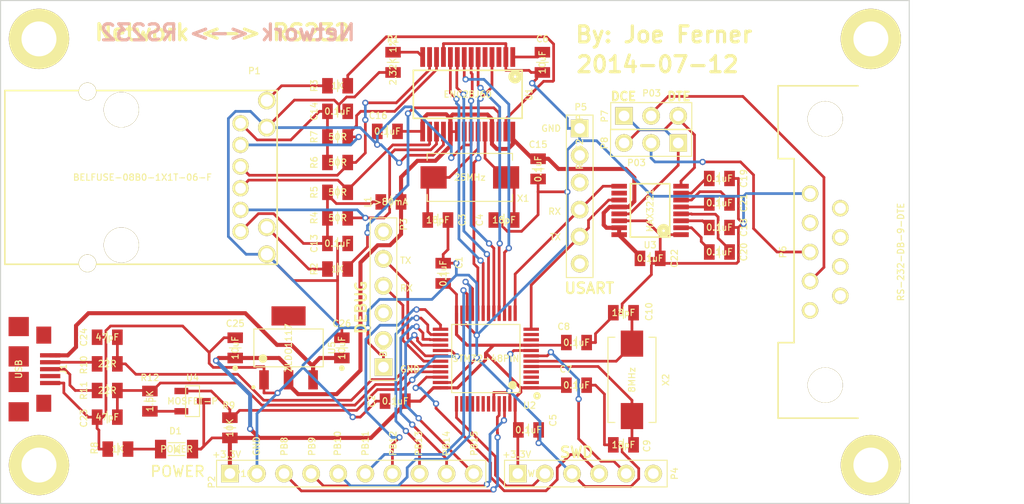
<source format=kicad_pcb>
(kicad_pcb (version 20171130) (host pcbnew "(5.1.12)-1")

  (general
    (thickness 1.6)
    (drawings 31)
    (tracks 763)
    (zones 0)
    (modules 57)
    (nets 87)
  )

  (page A4)
  (layers
    (0 F.Cu signal)
    (31 B.Cu signal)
    (32 B.Adhes user hide)
    (33 F.Adhes user hide)
    (34 B.Paste user hide)
    (35 F.Paste user hide)
    (36 B.SilkS user hide)
    (37 F.SilkS user hide)
    (38 B.Mask user hide)
    (39 F.Mask user hide)
    (40 Dwgs.User user hide)
    (41 Cmts.User user hide)
    (42 Eco1.User user hide)
    (43 Eco2.User user hide)
    (44 Edge.Cuts user)
  )

  (setup
    (last_trace_width 0.254)
    (trace_clearance 0.2032)
    (zone_clearance 0.254)
    (zone_45_only no)
    (trace_min 0.2032)
    (via_size 0.5842)
    (via_drill 0.3302)
    (via_min_size 0.508)
    (via_min_drill 0.3302)
    (uvia_size 0.508)
    (uvia_drill 0.127)
    (uvias_allowed no)
    (uvia_min_size 0.508)
    (uvia_min_drill 0.127)
    (edge_width 0.1)
    (segment_width 0.2)
    (pcb_text_width 0.3)
    (pcb_text_size 1.5 1.5)
    (mod_edge_width 0.15)
    (mod_text_size 1 1)
    (mod_text_width 0.15)
    (pad_size 1.54 1.54)
    (pad_drill 1.04)
    (pad_to_mask_clearance 0)
    (aux_axis_origin 0 0)
    (visible_elements 7FFFFFFF)
    (pcbplotparams
      (layerselection 0x010f0_80000001)
      (usegerberextensions true)
      (usegerberattributes true)
      (usegerberadvancedattributes true)
      (creategerberjobfile true)
      (excludeedgelayer false)
      (linewidth 0.100000)
      (plotframeref false)
      (viasonmask false)
      (mode 1)
      (useauxorigin false)
      (hpglpennumber 1)
      (hpglpenspeed 20)
      (hpglpendiameter 15.000000)
      (psnegative false)
      (psa4output false)
      (plotreference true)
      (plotvalue false)
      (plotinvisibletext false)
      (padsonsilk false)
      (subtractmaskfromsilk false)
      (outputformat 1)
      (mirror false)
      (drillshape 0)
      (scaleselection 1)
      (outputdirectory "/home/jferner/Dropbox/temp/stm32-network-rs232/"))
  )

  (net 0 "")
  (net 1 GNDPWR)
  (net 2 +3.3V)
  (net 3 "Net-(C3-Pad1)")
  (net 4 "Net-(C4-Pad1)")
  (net 5 "Net-(C6-Pad1)")
  (net 6 "Net-(C9-Pad1)")
  (net 7 "Net-(C10-Pad1)")
  (net 8 "Net-(C13-Pad2)")
  (net 9 "Net-(C14-Pad2)")
  (net 10 "Net-(C18-Pad1)")
  (net 11 "Net-(C19-Pad1)")
  (net 12 "Net-(C20-Pad1)")
  (net 13 "Net-(C20-Pad2)")
  (net 14 "Net-(C21-Pad1)")
  (net 15 "Net-(C21-Pad2)")
  (net 16 /USBDP)
  (net 17 /USBDM)
  (net 18 "Net-(D1-Pad2)")
  (net 19 "Net-(J1-Pad2)")
  (net 20 "Net-(J1-Pad3)")
  (net 21 "Net-(P2-Pad3)")
  (net 22 "Net-(P2-Pad4)")
  (net 23 "Net-(P2-Pad5)")
  (net 24 "Net-(P2-Pad6)")
  (net 25 "Net-(P2-Pad7)")
  (net 26 "Net-(P2-Pad8)")
  (net 27 "Net-(P2-Pad9)")
  (net 28 "Net-(P2-Pad10)")
  (net 29 "Net-(P3-Pad2)")
  (net 30 "Net-(P3-Pad3)")
  (net 31 /USART1RX)
  (net 32 /USART1TX)
  (net 33 "Net-(P3-Pad6)")
  (net 34 /SWCLK)
  (net 35 /SWDIO)
  (net 36 /nRST)
  (net 37 "Net-(P4-Pad6)")
  (net 38 "Net-(P5-Pad2)")
  (net 39 "Net-(P5-Pad3)")
  (net 40 /USART2RX)
  (net 41 /USART2TX)
  (net 42 "Net-(P5-Pad6)")
  (net 43 "Net-(R1-Pad2)")
  (net 44 "Net-(R2-Pad1)")
  (net 45 "Net-(P1-Pad8)")
  (net 46 "Net-(R3-Pad1)")
  (net 47 "Net-(P1-Pad10)")
  (net 48 "Net-(P1-Pad2)")
  (net 49 "Net-(P1-Pad3)")
  (net 50 "Net-(P1-Pad4)")
  (net 51 "Net-(P1-Pad5)")
  (net 52 /USBDIS)
  (net 53 "Net-(R12-Pad2)")
  (net 54 "Net-(U1-Pad3)")
  (net 55 /ENC28J60INT)
  (net 56 "Net-(U1-Pad5)")
  (net 57 /SPIMISO)
  (net 58 /SPIMOSI)
  (net 59 /SPISCK)
  (net 60 /ENC28J60CS)
  (net 61 /ENC28J60RESET)
  (net 62 "Net-(U2-Pad2)")
  (net 63 "Net-(U2-Pad3)")
  (net 64 "Net-(U2-Pad4)")
  (net 65 "Net-(U2-Pad10)")
  (net 66 "Net-(U2-Pad11)")
  (net 67 "Net-(U2-Pad14)")
  (net 68 "Net-(U2-Pad38)")
  (net 69 "Net-(U2-Pad39)")
  (net 70 "Net-(U2-Pad40)")
  (net 71 "Net-(U2-Pad41)")
  (net 72 "Net-(U2-Pad42)")
  (net 73 "Net-(U2-Pad43)")
  (net 74 +5V)
  (net 75 "Net-(U5-Pad4)")
  (net 76 /RS232TX)
  (net 77 /DB9RX)
  (net 78 /RS232RX)
  (net 79 /DB9TX)
  (net 80 "Net-(U3-Pad10)")
  (net 81 "Net-(P6-Pad1)")
  (net 82 "Net-(P6-Pad4)")
  (net 83 "Net-(P6-Pad6)")
  (net 84 "Net-(P6-Pad7)")
  (net 85 "Net-(P6-Pad8)")
  (net 86 "Net-(P6-Pad9)")

  (net_class Default "This is the default net class."
    (clearance 0.2032)
    (trace_width 0.254)
    (via_dia 0.5842)
    (via_drill 0.3302)
    (uvia_dia 0.508)
    (uvia_drill 0.127)
    (add_net /DB9RX)
    (add_net /DB9TX)
    (add_net /ENC28J60CS)
    (add_net /ENC28J60INT)
    (add_net /ENC28J60RESET)
    (add_net /RS232RX)
    (add_net /RS232TX)
    (add_net /SPIMISO)
    (add_net /SPIMOSI)
    (add_net /SPISCK)
    (add_net /SWCLK)
    (add_net /SWDIO)
    (add_net /USART1RX)
    (add_net /USART1TX)
    (add_net /USART2RX)
    (add_net /USART2TX)
    (add_net /USBDIS)
    (add_net /USBDM)
    (add_net /USBDP)
    (add_net /nRST)
    (add_net GNDPWR)
    (add_net "Net-(C10-Pad1)")
    (add_net "Net-(C13-Pad2)")
    (add_net "Net-(C14-Pad2)")
    (add_net "Net-(C18-Pad1)")
    (add_net "Net-(C19-Pad1)")
    (add_net "Net-(C20-Pad1)")
    (add_net "Net-(C20-Pad2)")
    (add_net "Net-(C21-Pad1)")
    (add_net "Net-(C21-Pad2)")
    (add_net "Net-(C3-Pad1)")
    (add_net "Net-(C4-Pad1)")
    (add_net "Net-(C6-Pad1)")
    (add_net "Net-(C9-Pad1)")
    (add_net "Net-(D1-Pad2)")
    (add_net "Net-(J1-Pad2)")
    (add_net "Net-(J1-Pad3)")
    (add_net "Net-(P1-Pad10)")
    (add_net "Net-(P1-Pad2)")
    (add_net "Net-(P1-Pad3)")
    (add_net "Net-(P1-Pad4)")
    (add_net "Net-(P1-Pad5)")
    (add_net "Net-(P1-Pad8)")
    (add_net "Net-(P2-Pad10)")
    (add_net "Net-(P2-Pad3)")
    (add_net "Net-(P2-Pad4)")
    (add_net "Net-(P2-Pad5)")
    (add_net "Net-(P2-Pad6)")
    (add_net "Net-(P2-Pad7)")
    (add_net "Net-(P2-Pad8)")
    (add_net "Net-(P2-Pad9)")
    (add_net "Net-(P3-Pad2)")
    (add_net "Net-(P3-Pad3)")
    (add_net "Net-(P3-Pad6)")
    (add_net "Net-(P4-Pad6)")
    (add_net "Net-(P5-Pad2)")
    (add_net "Net-(P5-Pad3)")
    (add_net "Net-(P5-Pad6)")
    (add_net "Net-(P6-Pad1)")
    (add_net "Net-(P6-Pad4)")
    (add_net "Net-(P6-Pad6)")
    (add_net "Net-(P6-Pad7)")
    (add_net "Net-(P6-Pad8)")
    (add_net "Net-(P6-Pad9)")
    (add_net "Net-(R1-Pad2)")
    (add_net "Net-(R12-Pad2)")
    (add_net "Net-(R2-Pad1)")
    (add_net "Net-(R3-Pad1)")
    (add_net "Net-(U1-Pad3)")
    (add_net "Net-(U1-Pad5)")
    (add_net "Net-(U2-Pad10)")
    (add_net "Net-(U2-Pad11)")
    (add_net "Net-(U2-Pad14)")
    (add_net "Net-(U2-Pad2)")
    (add_net "Net-(U2-Pad3)")
    (add_net "Net-(U2-Pad38)")
    (add_net "Net-(U2-Pad39)")
    (add_net "Net-(U2-Pad4)")
    (add_net "Net-(U2-Pad40)")
    (add_net "Net-(U2-Pad41)")
    (add_net "Net-(U2-Pad42)")
    (add_net "Net-(U2-Pad43)")
    (add_net "Net-(U3-Pad10)")
    (add_net "Net-(U5-Pad4)")
  )

  (net_class power ""
    (clearance 0.2032)
    (trace_width 0.381)
    (via_dia 0.5842)
    (via_drill 0.3302)
    (uvia_dia 0.508)
    (uvia_drill 0.127)
    (add_net +5V)
  )

  (net_class powersmall ""
    (clearance 0.2032)
    (trace_width 0.2921)
    (via_dia 0.5842)
    (via_drill 0.3302)
    (uvia_dia 0.508)
    (uvia_drill 0.127)
    (add_net +3.3V)
  )

  (module kicad-new-lib:CAPC2012X100N (layer F.Cu) (tedit 53C17E30) (tstamp 53BD4BD2)
    (at 91.5 77 270)
    (path /53B5F0B3)
    (fp_text reference C1 (at -1 -1.5 90) (layer F.SilkS)
      (effects (font (size 0.6 0.6) (thickness 0.1)))
    )
    (fp_text value 0.1uF (at 0 0 270) (layer F.SilkS)
      (effects (font (size 0.6 0.6) (thickness 0.1)))
    )
    (fp_line (start -1.7 1) (end -1.7 -1) (layer Cmts.User) (width 0.1))
    (fp_line (start 1.7 1) (end -1.7 1) (layer Cmts.User) (width 0.1))
    (fp_line (start 1.7 -1) (end 1.7 1) (layer Cmts.User) (width 0.1))
    (fp_line (start -1.7 -1) (end 1.7 -1) (layer Cmts.User) (width 0.1))
    (fp_line (start 0 -0.55) (end 0 0.55) (layer F.SilkS) (width 0.1))
    (pad 1 smd rect (at -0.95 0 270) (size 1 1.45) (layers F.Cu F.Paste F.Mask)
      (net 1 GNDPWR))
    (pad 2 smd rect (at 0.95 0 270) (size 1 1.45) (layers F.Cu F.Paste F.Mask)
      (net 2 +3.3V))
  )

  (module kicad-new-lib:CAPC2012X100N (layer F.Cu) (tedit 53C17E1F) (tstamp 53BD4BDC)
    (at 87 89)
    (path /53B5F087)
    (fp_text reference C2 (at -2.2 0 90) (layer F.SilkS)
      (effects (font (size 0.6 0.6) (thickness 0.1)))
    )
    (fp_text value 0.1uF (at 0 0) (layer F.SilkS)
      (effects (font (size 0.6 0.6) (thickness 0.1)))
    )
    (fp_line (start -1.7 1) (end -1.7 -1) (layer Cmts.User) (width 0.1))
    (fp_line (start 1.7 1) (end -1.7 1) (layer Cmts.User) (width 0.1))
    (fp_line (start 1.7 -1) (end 1.7 1) (layer Cmts.User) (width 0.1))
    (fp_line (start -1.7 -1) (end 1.7 -1) (layer Cmts.User) (width 0.1))
    (fp_line (start 0 -0.55) (end 0 0.55) (layer F.SilkS) (width 0.1))
    (pad 1 smd rect (at -0.95 0) (size 1 1.45) (layers F.Cu F.Paste F.Mask)
      (net 1 GNDPWR))
    (pad 2 smd rect (at 0.95 0) (size 1 1.45) (layers F.Cu F.Paste F.Mask)
      (net 2 +3.3V))
  )

  (module kicad-new-lib:CAPC2012X100N (layer F.Cu) (tedit 52486F7B) (tstamp 53BD4BE6)
    (at 91 72)
    (path /53B87374)
    (fp_text reference C3 (at 2.286 0 90) (layer F.SilkS)
      (effects (font (size 0.6 0.6) (thickness 0.1)))
    )
    (fp_text value 18pF (at 0 0) (layer F.SilkS)
      (effects (font (size 0.6 0.6) (thickness 0.1)))
    )
    (fp_line (start -1.7 1) (end -1.7 -1) (layer Cmts.User) (width 0.1))
    (fp_line (start 1.7 1) (end -1.7 1) (layer Cmts.User) (width 0.1))
    (fp_line (start 1.7 -1) (end 1.7 1) (layer Cmts.User) (width 0.1))
    (fp_line (start -1.7 -1) (end 1.7 -1) (layer Cmts.User) (width 0.1))
    (fp_line (start 0 -0.55) (end 0 0.55) (layer F.SilkS) (width 0.1))
    (pad 1 smd rect (at -0.95 0) (size 1 1.45) (layers F.Cu F.Paste F.Mask)
      (net 3 "Net-(C3-Pad1)"))
    (pad 2 smd rect (at 0.95 0) (size 1 1.45) (layers F.Cu F.Paste F.Mask)
      (net 1 GNDPWR))
  )

  (module kicad-new-lib:CAPC2012X100N (layer F.Cu) (tedit 52486F7B) (tstamp 53BD4BF0)
    (at 97.2 72 180)
    (path /53B874C1)
    (fp_text reference C4 (at 2.286 0 270) (layer F.SilkS)
      (effects (font (size 0.6 0.6) (thickness 0.1)))
    )
    (fp_text value 18pF (at 0 0 180) (layer F.SilkS)
      (effects (font (size 0.6 0.6) (thickness 0.1)))
    )
    (fp_line (start -1.7 1) (end -1.7 -1) (layer Cmts.User) (width 0.1))
    (fp_line (start 1.7 1) (end -1.7 1) (layer Cmts.User) (width 0.1))
    (fp_line (start 1.7 -1) (end 1.7 1) (layer Cmts.User) (width 0.1))
    (fp_line (start -1.7 -1) (end 1.7 -1) (layer Cmts.User) (width 0.1))
    (fp_line (start 0 -0.55) (end 0 0.55) (layer F.SilkS) (width 0.1))
    (pad 1 smd rect (at -0.95 0 180) (size 1 1.45) (layers F.Cu F.Paste F.Mask)
      (net 4 "Net-(C4-Pad1)"))
    (pad 2 smd rect (at 0.95 0 180) (size 1 1.45) (layers F.Cu F.Paste F.Mask)
      (net 1 GNDPWR))
  )

  (module kicad-new-lib:CAPC2012X100N (layer F.Cu) (tedit 53C17DD0) (tstamp 53BD4BFA)
    (at 99.5 91.7 180)
    (path /53B5F06A)
    (fp_text reference C5 (at -2.3 0.9 270) (layer F.SilkS)
      (effects (font (size 0.6 0.6) (thickness 0.1)))
    )
    (fp_text value 0.1uF (at 0 0 180) (layer F.SilkS)
      (effects (font (size 0.6 0.6) (thickness 0.1)))
    )
    (fp_line (start -1.7 1) (end -1.7 -1) (layer Cmts.User) (width 0.1))
    (fp_line (start 1.7 1) (end -1.7 1) (layer Cmts.User) (width 0.1))
    (fp_line (start 1.7 -1) (end 1.7 1) (layer Cmts.User) (width 0.1))
    (fp_line (start -1.7 -1) (end 1.7 -1) (layer Cmts.User) (width 0.1))
    (fp_line (start 0 -0.55) (end 0 0.55) (layer F.SilkS) (width 0.1))
    (pad 1 smd rect (at -0.95 0 180) (size 1 1.45) (layers F.Cu F.Paste F.Mask)
      (net 1 GNDPWR))
    (pad 2 smd rect (at 0.95 0 180) (size 1 1.45) (layers F.Cu F.Paste F.Mask)
      (net 2 +3.3V))
  )

  (module kicad-new-lib:CAPC2012X100N (layer F.Cu) (tedit 53C17E8F) (tstamp 53BD4C04)
    (at 100.8 57.2 270)
    (path /53B87B4E)
    (fp_text reference C6 (at -2.2 0) (layer F.SilkS)
      (effects (font (size 0.6 0.6) (thickness 0.1)))
    )
    (fp_text value 10uF (at 0 0 270) (layer F.SilkS)
      (effects (font (size 0.6 0.6) (thickness 0.1)))
    )
    (fp_line (start -1.7 1) (end -1.7 -1) (layer Cmts.User) (width 0.1))
    (fp_line (start 1.7 1) (end -1.7 1) (layer Cmts.User) (width 0.1))
    (fp_line (start 1.7 -1) (end 1.7 1) (layer Cmts.User) (width 0.1))
    (fp_line (start -1.7 -1) (end 1.7 -1) (layer Cmts.User) (width 0.1))
    (fp_line (start 0 -0.55) (end 0 0.55) (layer F.SilkS) (width 0.1))
    (pad 1 smd rect (at -0.95 0 270) (size 1 1.45) (layers F.Cu F.Paste F.Mask)
      (net 5 "Net-(C6-Pad1)"))
    (pad 2 smd rect (at 0.95 0 270) (size 1 1.45) (layers F.Cu F.Paste F.Mask)
      (net 1 GNDPWR))
  )

  (module kicad-new-lib:CAPC2012X100N (layer F.Cu) (tedit 53C17E16) (tstamp 53BD4C0E)
    (at 104 87.5 180)
    (path /53B5F04E)
    (fp_text reference C7 (at 1 1.5) (layer F.SilkS)
      (effects (font (size 0.6 0.6) (thickness 0.1)))
    )
    (fp_text value 0.1uF (at 0 0 180) (layer F.SilkS)
      (effects (font (size 0.6 0.6) (thickness 0.1)))
    )
    (fp_line (start -1.7 1) (end -1.7 -1) (layer Cmts.User) (width 0.1))
    (fp_line (start 1.7 1) (end -1.7 1) (layer Cmts.User) (width 0.1))
    (fp_line (start 1.7 -1) (end 1.7 1) (layer Cmts.User) (width 0.1))
    (fp_line (start -1.7 -1) (end 1.7 -1) (layer Cmts.User) (width 0.1))
    (fp_line (start 0 -0.55) (end 0 0.55) (layer F.SilkS) (width 0.1))
    (pad 1 smd rect (at -0.95 0 180) (size 1 1.45) (layers F.Cu F.Paste F.Mask)
      (net 1 GNDPWR))
    (pad 2 smd rect (at 0.95 0 180) (size 1 1.45) (layers F.Cu F.Paste F.Mask)
      (net 2 +3.3V))
  )

  (module kicad-new-lib:CAPC2012X100N (layer F.Cu) (tedit 53C17E18) (tstamp 53BD4C18)
    (at 104 83.5 180)
    (path /53B5EFF7)
    (fp_text reference C8 (at 1.2 1.5) (layer F.SilkS)
      (effects (font (size 0.6 0.6) (thickness 0.1)))
    )
    (fp_text value 0.1uF (at 0 0 180) (layer F.SilkS)
      (effects (font (size 0.6 0.6) (thickness 0.1)))
    )
    (fp_line (start -1.7 1) (end -1.7 -1) (layer Cmts.User) (width 0.1))
    (fp_line (start 1.7 1) (end -1.7 1) (layer Cmts.User) (width 0.1))
    (fp_line (start 1.7 -1) (end 1.7 1) (layer Cmts.User) (width 0.1))
    (fp_line (start -1.7 -1) (end 1.7 -1) (layer Cmts.User) (width 0.1))
    (fp_line (start 0 -0.55) (end 0 0.55) (layer F.SilkS) (width 0.1))
    (pad 1 smd rect (at -0.95 0 180) (size 1 1.45) (layers F.Cu F.Paste F.Mask)
      (net 1 GNDPWR))
    (pad 2 smd rect (at 0.95 0 180) (size 1 1.45) (layers F.Cu F.Paste F.Mask)
      (net 2 +3.3V))
  )

  (module kicad-new-lib:CAPC2012X100N (layer F.Cu) (tedit 53C17E10) (tstamp 53BD4C22)
    (at 108.4 93.1 180)
    (path /53B5EF93)
    (fp_text reference C9 (at -2.2 -0.1 270) (layer F.SilkS)
      (effects (font (size 0.6 0.6) (thickness 0.1)))
    )
    (fp_text value 18pF (at 0 0 180) (layer F.SilkS)
      (effects (font (size 0.6 0.6) (thickness 0.1)))
    )
    (fp_line (start -1.7 1) (end -1.7 -1) (layer Cmts.User) (width 0.1))
    (fp_line (start 1.7 1) (end -1.7 1) (layer Cmts.User) (width 0.1))
    (fp_line (start 1.7 -1) (end 1.7 1) (layer Cmts.User) (width 0.1))
    (fp_line (start -1.7 -1) (end 1.7 -1) (layer Cmts.User) (width 0.1))
    (fp_line (start 0 -0.55) (end 0 0.55) (layer F.SilkS) (width 0.1))
    (pad 1 smd rect (at -0.95 0 180) (size 1 1.45) (layers F.Cu F.Paste F.Mask)
      (net 6 "Net-(C9-Pad1)"))
    (pad 2 smd rect (at 0.95 0 180) (size 1 1.45) (layers F.Cu F.Paste F.Mask)
      (net 1 GNDPWR))
  )

  (module kicad-new-lib:CAPC2012X100N (layer F.Cu) (tedit 53C17E0D) (tstamp 53BD4C2C)
    (at 108.4 80.7 180)
    (path /53B5EFC5)
    (fp_text reference C10 (at -2.4 0.1 270) (layer F.SilkS)
      (effects (font (size 0.6 0.6) (thickness 0.1)))
    )
    (fp_text value 18pF (at 0 0 180) (layer F.SilkS)
      (effects (font (size 0.6 0.6) (thickness 0.1)))
    )
    (fp_line (start -1.7 1) (end -1.7 -1) (layer Cmts.User) (width 0.1))
    (fp_line (start 1.7 1) (end -1.7 1) (layer Cmts.User) (width 0.1))
    (fp_line (start 1.7 -1) (end 1.7 1) (layer Cmts.User) (width 0.1))
    (fp_line (start -1.7 -1) (end 1.7 -1) (layer Cmts.User) (width 0.1))
    (fp_line (start 0 -0.55) (end 0 0.55) (layer F.SilkS) (width 0.1))
    (pad 1 smd rect (at -0.95 0 180) (size 1 1.45) (layers F.Cu F.Paste F.Mask)
      (net 7 "Net-(C10-Pad1)"))
    (pad 2 smd rect (at 0.95 0 180) (size 1 1.45) (layers F.Cu F.Paste F.Mask)
      (net 1 GNDPWR))
  )

  (module kicad-new-lib:CAPC2012X100N (layer F.Cu) (tedit 53C9BD1A) (tstamp 53BD4C36)
    (at 81.6 74.2 180)
    (path /53B8933F)
    (fp_text reference C13 (at 2.2 0 270) (layer F.SilkS)
      (effects (font (size 0.6 0.6) (thickness 0.1)))
    )
    (fp_text value 0.1uF (at 0 0 180) (layer F.SilkS)
      (effects (font (size 0.6 0.6) (thickness 0.1)))
    )
    (fp_line (start -1.7 1) (end -1.7 -1) (layer Cmts.User) (width 0.1))
    (fp_line (start 1.7 1) (end -1.7 1) (layer Cmts.User) (width 0.1))
    (fp_line (start 1.7 -1) (end 1.7 1) (layer Cmts.User) (width 0.1))
    (fp_line (start -1.7 -1) (end 1.7 -1) (layer Cmts.User) (width 0.1))
    (fp_line (start 0 -0.55) (end 0 0.55) (layer F.SilkS) (width 0.1))
    (pad 1 smd rect (at -0.95 0 180) (size 1 1.45) (layers F.Cu F.Paste F.Mask)
      (net 1 GNDPWR))
    (pad 2 smd rect (at 0.95 0 180) (size 1 1.45) (layers F.Cu F.Paste F.Mask)
      (net 8 "Net-(C13-Pad2)"))
  )

  (module kicad-new-lib:CAPC2012X100N (layer F.Cu) (tedit 53C9BD21) (tstamp 53BD4C40)
    (at 81.6 61.8 180)
    (path /53B8AE64)
    (fp_text reference C14 (at 2.2 0 270) (layer F.SilkS)
      (effects (font (size 0.6 0.6) (thickness 0.1)))
    )
    (fp_text value 0.1uF (at 0 0 180) (layer F.SilkS)
      (effects (font (size 0.6 0.6) (thickness 0.1)))
    )
    (fp_line (start -1.7 1) (end -1.7 -1) (layer Cmts.User) (width 0.1))
    (fp_line (start 1.7 1) (end -1.7 1) (layer Cmts.User) (width 0.1))
    (fp_line (start 1.7 -1) (end 1.7 1) (layer Cmts.User) (width 0.1))
    (fp_line (start -1.7 -1) (end 1.7 -1) (layer Cmts.User) (width 0.1))
    (fp_line (start 0 -0.55) (end 0 0.55) (layer F.SilkS) (width 0.1))
    (pad 1 smd rect (at -0.95 0 180) (size 1 1.45) (layers F.Cu F.Paste F.Mask)
      (net 1 GNDPWR))
    (pad 2 smd rect (at 0.95 0 180) (size 1 1.45) (layers F.Cu F.Paste F.Mask)
      (net 9 "Net-(C14-Pad2)"))
  )

  (module kicad-new-lib:CAPC2012X100N (layer F.Cu) (tedit 52486F7B) (tstamp 53BD4C4A)
    (at 100.4 67.2 90)
    (path /53B88FB5)
    (fp_text reference C15 (at 2.286 0 180) (layer F.SilkS)
      (effects (font (size 0.6 0.6) (thickness 0.1)))
    )
    (fp_text value 0.1uF (at 0 0 90) (layer F.SilkS)
      (effects (font (size 0.6 0.6) (thickness 0.1)))
    )
    (fp_line (start -1.7 1) (end -1.7 -1) (layer Cmts.User) (width 0.1))
    (fp_line (start 1.7 1) (end -1.7 1) (layer Cmts.User) (width 0.1))
    (fp_line (start 1.7 -1) (end 1.7 1) (layer Cmts.User) (width 0.1))
    (fp_line (start -1.7 -1) (end 1.7 -1) (layer Cmts.User) (width 0.1))
    (fp_line (start 0 -0.55) (end 0 0.55) (layer F.SilkS) (width 0.1))
    (pad 1 smd rect (at -0.95 0 90) (size 1 1.45) (layers F.Cu F.Paste F.Mask)
      (net 1 GNDPWR))
    (pad 2 smd rect (at 0.95 0 90) (size 1 1.45) (layers F.Cu F.Paste F.Mask)
      (net 2 +3.3V))
  )

  (module kicad-new-lib:CAPC2012X100N (layer F.Cu) (tedit 53C17E95) (tstamp 53BD4C54)
    (at 86.2682 63.679)
    (path /53B88F64)
    (fp_text reference C16 (at -0.86824 -1.479 180) (layer F.SilkS)
      (effects (font (size 0.6 0.6) (thickness 0.1)))
    )
    (fp_text value 0.1uF (at 0 0) (layer F.SilkS)
      (effects (font (size 0.6 0.6) (thickness 0.1)))
    )
    (fp_line (start -1.7 1) (end -1.7 -1) (layer Cmts.User) (width 0.1))
    (fp_line (start 1.7 1) (end -1.7 1) (layer Cmts.User) (width 0.1))
    (fp_line (start 1.7 -1) (end 1.7 1) (layer Cmts.User) (width 0.1))
    (fp_line (start -1.7 -1) (end 1.7 -1) (layer Cmts.User) (width 0.1))
    (fp_line (start 0 -0.55) (end 0 0.55) (layer F.SilkS) (width 0.1))
    (pad 1 smd rect (at -0.95 0) (size 1 1.45) (layers F.Cu F.Paste F.Mask)
      (net 1 GNDPWR))
    (pad 2 smd rect (at 0.95 0) (size 1 1.45) (layers F.Cu F.Paste F.Mask)
      (net 2 +3.3V))
  )

  (module kicad-new-lib:CAPC2012X100N (layer F.Cu) (tedit 52486F7B) (tstamp 53BD4C5E)
    (at 117.4 72.7)
    (path /53B80C41)
    (fp_text reference C18 (at 2.286 0 90) (layer F.SilkS)
      (effects (font (size 0.6 0.6) (thickness 0.1)))
    )
    (fp_text value 0.1uF (at 0 0) (layer F.SilkS)
      (effects (font (size 0.6 0.6) (thickness 0.1)))
    )
    (fp_line (start -1.7 1) (end -1.7 -1) (layer Cmts.User) (width 0.1))
    (fp_line (start 1.7 1) (end -1.7 1) (layer Cmts.User) (width 0.1))
    (fp_line (start 1.7 -1) (end 1.7 1) (layer Cmts.User) (width 0.1))
    (fp_line (start -1.7 -1) (end 1.7 -1) (layer Cmts.User) (width 0.1))
    (fp_line (start 0 -0.55) (end 0 0.55) (layer F.SilkS) (width 0.1))
    (pad 1 smd rect (at -0.95 0) (size 1 1.45) (layers F.Cu F.Paste F.Mask)
      (net 10 "Net-(C18-Pad1)"))
    (pad 2 smd rect (at 0.95 0) (size 1 1.45) (layers F.Cu F.Paste F.Mask)
      (net 1 GNDPWR))
  )

  (module kicad-new-lib:CAPC2012X100N (layer F.Cu) (tedit 52486F7B) (tstamp 53BD4C68)
    (at 117.4 68.1)
    (path /53B805D4)
    (fp_text reference C19 (at 2.286 0 90) (layer F.SilkS)
      (effects (font (size 0.6 0.6) (thickness 0.1)))
    )
    (fp_text value 0.1uF (at 0 0) (layer F.SilkS)
      (effects (font (size 0.6 0.6) (thickness 0.1)))
    )
    (fp_line (start -1.7 1) (end -1.7 -1) (layer Cmts.User) (width 0.1))
    (fp_line (start 1.7 1) (end -1.7 1) (layer Cmts.User) (width 0.1))
    (fp_line (start 1.7 -1) (end 1.7 1) (layer Cmts.User) (width 0.1))
    (fp_line (start -1.7 -1) (end 1.7 -1) (layer Cmts.User) (width 0.1))
    (fp_line (start 0 -0.55) (end 0 0.55) (layer F.SilkS) (width 0.1))
    (pad 1 smd rect (at -0.95 0) (size 1 1.45) (layers F.Cu F.Paste F.Mask)
      (net 11 "Net-(C19-Pad1)"))
    (pad 2 smd rect (at 0.95 0) (size 1 1.45) (layers F.Cu F.Paste F.Mask)
      (net 1 GNDPWR))
  )

  (module kicad-new-lib:CAPC2012X100N (layer F.Cu) (tedit 52486F7B) (tstamp 53BD4C72)
    (at 117.4 75)
    (path /53B7F617)
    (fp_text reference C20 (at 2.286 0 90) (layer F.SilkS)
      (effects (font (size 0.6 0.6) (thickness 0.1)))
    )
    (fp_text value 0.1uF (at 0 0) (layer F.SilkS)
      (effects (font (size 0.6 0.6) (thickness 0.1)))
    )
    (fp_line (start -1.7 1) (end -1.7 -1) (layer Cmts.User) (width 0.1))
    (fp_line (start 1.7 1) (end -1.7 1) (layer Cmts.User) (width 0.1))
    (fp_line (start 1.7 -1) (end 1.7 1) (layer Cmts.User) (width 0.1))
    (fp_line (start -1.7 -1) (end 1.7 -1) (layer Cmts.User) (width 0.1))
    (fp_line (start 0 -0.55) (end 0 0.55) (layer F.SilkS) (width 0.1))
    (pad 1 smd rect (at -0.95 0) (size 1 1.45) (layers F.Cu F.Paste F.Mask)
      (net 12 "Net-(C20-Pad1)"))
    (pad 2 smd rect (at 0.95 0) (size 1 1.45) (layers F.Cu F.Paste F.Mask)
      (net 13 "Net-(C20-Pad2)"))
  )

  (module kicad-new-lib:CAPC2012X100N (layer F.Cu) (tedit 52486F7B) (tstamp 53BD4C7C)
    (at 117.4 70.4)
    (path /53B8009A)
    (fp_text reference C21 (at 2.286 0 90) (layer F.SilkS)
      (effects (font (size 0.6 0.6) (thickness 0.1)))
    )
    (fp_text value 0.1uF (at 0 0) (layer F.SilkS)
      (effects (font (size 0.6 0.6) (thickness 0.1)))
    )
    (fp_line (start -1.7 1) (end -1.7 -1) (layer Cmts.User) (width 0.1))
    (fp_line (start 1.7 1) (end -1.7 1) (layer Cmts.User) (width 0.1))
    (fp_line (start 1.7 -1) (end 1.7 1) (layer Cmts.User) (width 0.1))
    (fp_line (start -1.7 -1) (end 1.7 -1) (layer Cmts.User) (width 0.1))
    (fp_line (start 0 -0.55) (end 0 0.55) (layer F.SilkS) (width 0.1))
    (pad 1 smd rect (at -0.95 0) (size 1 1.45) (layers F.Cu F.Paste F.Mask)
      (net 14 "Net-(C21-Pad1)"))
    (pad 2 smd rect (at 0.95 0) (size 1 1.45) (layers F.Cu F.Paste F.Mask)
      (net 15 "Net-(C21-Pad2)"))
  )

  (module kicad-new-lib:CAPC2012X100N (layer F.Cu) (tedit 52486F7B) (tstamp 53BD4C86)
    (at 110.9 75.6)
    (path /53B851FE)
    (fp_text reference C22 (at 2.286 0 90) (layer F.SilkS)
      (effects (font (size 0.6 0.6) (thickness 0.1)))
    )
    (fp_text value 0.1uF (at 0 0) (layer F.SilkS)
      (effects (font (size 0.6 0.6) (thickness 0.1)))
    )
    (fp_line (start -1.7 1) (end -1.7 -1) (layer Cmts.User) (width 0.1))
    (fp_line (start 1.7 1) (end -1.7 1) (layer Cmts.User) (width 0.1))
    (fp_line (start 1.7 -1) (end 1.7 1) (layer Cmts.User) (width 0.1))
    (fp_line (start -1.7 -1) (end 1.7 -1) (layer Cmts.User) (width 0.1))
    (fp_line (start 0 -0.55) (end 0 0.55) (layer F.SilkS) (width 0.1))
    (pad 1 smd rect (at -0.95 0) (size 1 1.45) (layers F.Cu F.Paste F.Mask)
      (net 2 +3.3V))
    (pad 2 smd rect (at 0.95 0) (size 1 1.45) (layers F.Cu F.Paste F.Mask)
      (net 1 GNDPWR))
  )

  (module kicad-new-lib:CAPC2012X100N (layer F.Cu) (tedit 53C17CDE) (tstamp 53BD4C90)
    (at 60 90.5 180)
    (path /53B60469)
    (fp_text reference C23 (at 2.2 -0.1 270) (layer F.SilkS)
      (effects (font (size 0.6 0.6) (thickness 0.1)))
    )
    (fp_text value 47pF (at 0 0 180) (layer F.SilkS)
      (effects (font (size 0.6 0.6) (thickness 0.1)))
    )
    (fp_line (start -1.7 1) (end -1.7 -1) (layer Cmts.User) (width 0.1))
    (fp_line (start 1.7 1) (end -1.7 1) (layer Cmts.User) (width 0.1))
    (fp_line (start 1.7 -1) (end 1.7 1) (layer Cmts.User) (width 0.1))
    (fp_line (start -1.7 -1) (end 1.7 -1) (layer Cmts.User) (width 0.1))
    (fp_line (start 0 -0.55) (end 0 0.55) (layer F.SilkS) (width 0.1))
    (pad 1 smd rect (at -0.95 0 180) (size 1 1.45) (layers F.Cu F.Paste F.Mask)
      (net 16 /USBDP))
    (pad 2 smd rect (at 0.95 0 180) (size 1 1.45) (layers F.Cu F.Paste F.Mask)
      (net 1 GNDPWR))
  )

  (module kicad-new-lib:CAPC2012X100N (layer F.Cu) (tedit 53C17CE2) (tstamp 53BD4C9A)
    (at 60 83 180)
    (path /53B60603)
    (fp_text reference C24 (at 2.2 0 270) (layer F.SilkS)
      (effects (font (size 0.6 0.6) (thickness 0.1)))
    )
    (fp_text value 47pF (at 0 0 180) (layer F.SilkS)
      (effects (font (size 0.6 0.6) (thickness 0.1)))
    )
    (fp_line (start -1.7 1) (end -1.7 -1) (layer Cmts.User) (width 0.1))
    (fp_line (start 1.7 1) (end -1.7 1) (layer Cmts.User) (width 0.1))
    (fp_line (start 1.7 -1) (end 1.7 1) (layer Cmts.User) (width 0.1))
    (fp_line (start -1.7 -1) (end 1.7 -1) (layer Cmts.User) (width 0.1))
    (fp_line (start 0 -0.55) (end 0 0.55) (layer F.SilkS) (width 0.1))
    (pad 1 smd rect (at -0.95 0 180) (size 1 1.45) (layers F.Cu F.Paste F.Mask)
      (net 17 /USBDM))
    (pad 2 smd rect (at 0.95 0 180) (size 1 1.45) (layers F.Cu F.Paste F.Mask)
      (net 1 GNDPWR))
  )

  (module kicad-new-lib:CAPCP2012X100N (layer F.Cu) (tedit 52486F89) (tstamp 53BD4CA4)
    (at 72 84 90)
    (path /53B9986A)
    (fp_text reference C25 (at 2.286 0 180) (layer F.SilkS)
      (effects (font (size 0.6 0.6) (thickness 0.1)))
    )
    (fp_text value 10uF (at 0 0 90) (layer F.SilkS)
      (effects (font (size 0.6 0.6) (thickness 0.1)))
    )
    (fp_line (start -1.7 1) (end -1.7 -1) (layer Cmts.User) (width 0.1))
    (fp_line (start 1.7 1) (end -1.7 1) (layer Cmts.User) (width 0.1))
    (fp_line (start 1.7 -1) (end 1.7 1) (layer Cmts.User) (width 0.1))
    (fp_line (start -1.7 -1) (end 1.7 -1) (layer Cmts.User) (width 0.1))
    (fp_line (start 0 -0.55) (end 0 0.55) (layer F.SilkS) (width 0.1))
    (fp_circle (center -1.9 0) (end -1.8 0.1) (layer F.SilkS) (width 0.25))
    (pad 1 smd rect (at -0.95 0 90) (size 1 1.45) (layers F.Cu F.Paste F.Mask)
      (net 2 +3.3V))
    (pad 2 smd rect (at 0.95 0 90) (size 1 1.45) (layers F.Cu F.Paste F.Mask)
      (net 1 GNDPWR))
  )

  (module kicad-new-lib:CAPCP2012X100N (layer F.Cu) (tedit 52486F89) (tstamp 53BD4CAF)
    (at 82 84 90)
    (path /53BC0E29)
    (fp_text reference C26 (at 2.286 0 180) (layer F.SilkS)
      (effects (font (size 0.6 0.6) (thickness 0.1)))
    )
    (fp_text value 10uF (at 0 0 90) (layer F.SilkS)
      (effects (font (size 0.6 0.6) (thickness 0.1)))
    )
    (fp_line (start -1.7 1) (end -1.7 -1) (layer Cmts.User) (width 0.1))
    (fp_line (start 1.7 1) (end -1.7 1) (layer Cmts.User) (width 0.1))
    (fp_line (start 1.7 -1) (end 1.7 1) (layer Cmts.User) (width 0.1))
    (fp_line (start -1.7 -1) (end 1.7 -1) (layer Cmts.User) (width 0.1))
    (fp_line (start 0 -0.55) (end 0 0.55) (layer F.SilkS) (width 0.1))
    (fp_circle (center -1.9 0) (end -1.8 0.1) (layer F.SilkS) (width 0.25))
    (pad 1 smd rect (at -0.95 0 90) (size 1 1.45) (layers F.Cu F.Paste F.Mask)
      (net 74 +5V))
    (pad 2 smd rect (at 0.95 0 90) (size 1 1.45) (layers F.Cu F.Paste F.Mask)
      (net 1 GNDPWR))
  )

  (module kicad-new-lib:LEDC3216X100N (layer F.Cu) (tedit 53C17D02) (tstamp 53BD4CBA)
    (at 66.5 93.5 180)
    (path /53B858FF)
    (fp_text reference D1 (at 0.1 1.7 180) (layer F.SilkS)
      (effects (font (size 0.6 0.6) (thickness 0.1)))
    )
    (fp_text value POWER (at 0 0 180) (layer F.SilkS)
      (effects (font (size 0.6 0.6) (thickness 0.1)))
    )
    (fp_line (start -2.3 1.15) (end -2.3 -1.15) (layer Cmts.User) (width 0.1))
    (fp_line (start 2.3 1.15) (end -2.3 1.15) (layer Cmts.User) (width 0.1))
    (fp_line (start 2.3 -1.15) (end 2.3 1.15) (layer Cmts.User) (width 0.1))
    (fp_line (start -2.3 -1.15) (end 2.3 -1.15) (layer Cmts.User) (width 0.1))
    (fp_line (start -0.8 -0.6) (end 0.8 -0.6) (layer F.SilkS) (width 0.1))
    (fp_line (start -0.8 0.6) (end 0.8 0.6) (layer F.SilkS) (width 0.1))
    (fp_line (start 0.2 0) (end -0.3 -0.4) (layer F.SilkS) (width 0.1))
    (fp_line (start -0.3 0.4) (end 0.2 0) (layer F.SilkS) (width 0.1))
    (fp_line (start -0.3 -0.4) (end -0.3 0.4) (layer F.SilkS) (width 0.1))
    (fp_line (start 0.2 0.4) (end 0.2 -0.4) (layer F.SilkS) (width 0.1))
    (pad 1 smd rect (at -1.5 0 180) (size 1.05 1.75) (layers F.Cu F.Paste F.Mask)
      (net 2 +3.3V))
    (pad 2 smd rect (at 1.5 0 180) (size 1.05 1.75) (layers F.Cu F.Paste F.Mask)
      (net 18 "Net-(D1-Pad2)"))
  )

  (module kicad-new-lib:RESC2012X100N (layer F.Cu) (tedit 524871D4) (tstamp 53BD4CDB)
    (at 86.6 70.3 180)
    (path /53B84AAC)
    (fp_text reference L1 (at 2.159 0 270) (layer F.SilkS)
      (effects (font (size 0.6 0.6) (thickness 0.1)))
    )
    (fp_text value >80mA (at 0 0 180) (layer F.SilkS)
      (effects (font (size 0.6 0.6) (thickness 0.1)))
    )
    (fp_line (start -1.7 1) (end -1.7 -1) (layer Cmts.User) (width 0.1))
    (fp_line (start 1.7 1) (end -1.7 1) (layer Cmts.User) (width 0.1))
    (fp_line (start 1.7 -1) (end 1.7 1) (layer Cmts.User) (width 0.1))
    (fp_line (start -1.7 -1) (end 1.7 -1) (layer Cmts.User) (width 0.1))
    (fp_line (start 0 -0.55) (end 0 0.55) (layer F.SilkS) (width 0.1))
    (pad 1 smd rect (at -0.95 0 180) (size 1 1.45) (layers F.Cu F.Paste F.Mask)
      (net 2 +3.3V))
    (pad 2 smd rect (at 0.95 0 180) (size 1 1.45) (layers F.Cu F.Paste F.Mask)
      (net 8 "Net-(C13-Pad2)"))
  )

  (module kicad-new-lib:MTGNP565H328Z565P (layer F.Cu) (tedit 524870AC) (tstamp 53BD4CE5)
    (at 53.6 55)
    (path /53B60D6B)
    (fp_text reference M1 (at 0 3.683) (layer F.SilkS) hide
      (effects (font (size 0.6 0.6) (thickness 0.1)))
    )
    (fp_text value "Mount Hole" (at 0 0) (layer F.SilkS)
      (effects (font (size 0.6 0.6) (thickness 0.1)))
    )
    (fp_circle (center 0 0) (end 2.95 0) (layer Cmts.User) (width 0.1))
    (pad "" thru_hole circle (at 0 0) (size 5.65 5.65) (drill 3.2766) (layers *.Cu *.Mask F.SilkS))
  )

  (module kicad-new-lib:MTGNP565H328Z565P (layer F.Cu) (tedit 524870AC) (tstamp 53BD4CEA)
    (at 53.6 95)
    (path /53B60F6A)
    (fp_text reference M2 (at 0 3.683) (layer F.SilkS) hide
      (effects (font (size 0.6 0.6) (thickness 0.1)))
    )
    (fp_text value "Mount Hole" (at 0 0) (layer F.SilkS)
      (effects (font (size 0.6 0.6) (thickness 0.1)))
    )
    (fp_circle (center 0 0) (end 2.95 0) (layer Cmts.User) (width 0.1))
    (pad "" thru_hole circle (at 0 0) (size 5.65 5.65) (drill 3.2766) (layers *.Cu *.Mask F.SilkS))
  )

  (module kicad-new-lib:MTGNP565H328Z565P (layer F.Cu) (tedit 524870AC) (tstamp 53BD4CEF)
    (at 131.6 95 90)
    (path /53B60F93)
    (fp_text reference M3 (at 0 3.683 90) (layer F.SilkS) hide
      (effects (font (size 0.6 0.6) (thickness 0.1)))
    )
    (fp_text value "Mount Hole" (at 0 0 90) (layer F.SilkS)
      (effects (font (size 0.6 0.6) (thickness 0.1)))
    )
    (fp_circle (center 0 0) (end 2.95 0) (layer Cmts.User) (width 0.1))
    (pad "" thru_hole circle (at 0 0 90) (size 5.65 5.65) (drill 3.2766) (layers *.Cu *.Mask F.SilkS))
  )

  (module kicad-new-lib:MTGNP565H328Z565P (layer F.Cu) (tedit 524870AC) (tstamp 53BD4CF4)
    (at 131.6 55)
    (path /53B60FB9)
    (fp_text reference M4 (at 0 3.683) (layer F.SilkS) hide
      (effects (font (size 0.6 0.6) (thickness 0.1)))
    )
    (fp_text value "Mount Hole" (at 0 0) (layer F.SilkS)
      (effects (font (size 0.6 0.6) (thickness 0.1)))
    )
    (fp_circle (center 0 0) (end 2.95 0) (layer Cmts.User) (width 0.1))
    (pad "" thru_hole circle (at 0 0) (size 5.65 5.65) (drill 3.2766) (layers *.Cu *.Mask F.SilkS))
  )

  (module kicad-new-lib:BEL-FUSE-08B0-1X1T-06-F (layer F.Cu) (tedit 53C17E82) (tstamp 53BD4CF9)
    (at 72.5 68 90)
    (path /53B87C9D)
    (fp_text reference P1 (at 10 1.3 180) (layer F.SilkS)
      (effects (font (size 0.6 0.6) (thickness 0.1)))
    )
    (fp_text value BELFUSE-08B0-1X1T-06-F (at 0 -9.2 180) (layer F.SilkS)
      (effects (font (size 0.6 0.6) (thickness 0.1)))
    )
    (fp_line (start -9.017 -17.526) (end -9.017 -22.098) (layer Cmts.User) (width 0.15))
    (fp_line (start -9.017 -17.526) (end 9.017 -17.526) (layer Cmts.User) (width 0.15))
    (fp_line (start 9.017 -22.098) (end 9.017 -17.526) (layer Cmts.User) (width 0.15))
    (fp_line (start -9.017 -22.098) (end 9.017 -22.098) (layer Cmts.User) (width 0.15))
    (fp_line (start -9.017 -0.635) (end -9.017 -4.318) (layer Cmts.User) (width 0.15))
    (fp_line (start -5.461 -0.635) (end -9.017 -0.635) (layer Cmts.User) (width 0.15))
    (fp_line (start -5.461 -4.318) (end -5.461 -0.635) (layer Cmts.User) (width 0.15))
    (fp_line (start -9.017 -4.318) (end -5.461 -4.318) (layer Cmts.User) (width 0.15))
    (fp_line (start 9.017 -4.318) (end 5.461 -4.318) (layer Cmts.User) (width 0.15))
    (fp_line (start 9.017 -4.318) (end 9.017 -0.635) (layer Cmts.User) (width 0.15))
    (fp_line (start 5.461 -0.635) (end 9.017 -0.635) (layer Cmts.User) (width 0.15))
    (fp_line (start 5.461 -0.635) (end 5.461 -4.318) (layer Cmts.User) (width 0.15))
    (fp_line (start -8.1534 3.429) (end -8.1534 -22.098) (layer F.SilkS) (width 0.15))
    (fp_line (start 8.1534 3.429) (end -8.1534 3.429) (layer F.SilkS) (width 0.15))
    (fp_line (start 8.1534 -22.098) (end 8.1534 3.429) (layer F.SilkS) (width 0.15))
    (fp_line (start -8.1534 -22.098) (end 8.1534 -22.098) (layer F.SilkS) (width 0.15))
    (fp_line (start 11.43 6.35) (end 11.43 -22.098) (layer Cmts.User) (width 0.15))
    (fp_line (start -11.43 6.35) (end 11.43 6.35) (layer Cmts.User) (width 0.15))
    (fp_line (start -11.43 -22.098) (end -11.43 6.35) (layer Cmts.User) (width 0.15))
    (fp_line (start -7.874 -4.318) (end -5.461 -1.905) (layer Cmts.User) (width 0.15))
    (fp_line (start -6.731 -4.318) (end -5.461 -3.175) (layer Cmts.User) (width 0.15))
    (fp_line (start -9.017 -4.318) (end -5.461 -0.762) (layer Cmts.User) (width 0.15))
    (fp_line (start -9.017 -3.048) (end -6.604 -0.635) (layer Cmts.User) (width 0.15))
    (fp_line (start -9.017 -1.778) (end -7.874 -0.635) (layer Cmts.User) (width 0.15))
    (fp_line (start 5.461 -4.318) (end 9.017 -0.762) (layer Cmts.User) (width 0.15))
    (fp_line (start 6.731 -4.318) (end 9.017 -2.032) (layer Cmts.User) (width 0.15))
    (fp_line (start 8.001 -4.318) (end 9.017 -3.302) (layer Cmts.User) (width 0.15))
    (fp_line (start 5.461 -3.048) (end 7.874 -0.635) (layer Cmts.User) (width 0.15))
    (fp_line (start 5.461 -1.905) (end 6.731 -0.635) (layer Cmts.User) (width 0.15))
    (fp_line (start -9.017 -18.923) (end -7.62 -17.526) (layer Cmts.User) (width 0.15))
    (fp_line (start -9.017 -20.32) (end -6.223 -17.526) (layer Cmts.User) (width 0.15))
    (fp_line (start -9.017 -21.59) (end -4.953 -17.526) (layer Cmts.User) (width 0.15))
    (fp_line (start -8.255 -22.098) (end -3.683 -17.526) (layer Cmts.User) (width 0.15))
    (fp_line (start -6.731 -22.098) (end -2.159 -17.526) (layer Cmts.User) (width 0.15))
    (fp_line (start -5.334 -22.098) (end -0.762 -17.526) (layer Cmts.User) (width 0.15))
    (fp_line (start -3.81 -22.098) (end 0.762 -17.526) (layer Cmts.User) (width 0.15))
    (fp_line (start -2.286 -22.098) (end 2.286 -17.526) (layer Cmts.User) (width 0.15))
    (fp_line (start -0.762 -22.098) (end 3.81 -17.526) (layer Cmts.User) (width 0.15))
    (fp_line (start 0.762 -22.098) (end 5.334 -17.526) (layer Cmts.User) (width 0.15))
    (fp_line (start 2.413 -22.098) (end 6.985 -17.526) (layer Cmts.User) (width 0.15))
    (fp_line (start 4.064 -22.098) (end 8.636 -17.526) (layer Cmts.User) (width 0.15))
    (fp_line (start 5.588 -22.098) (end 9.017 -18.669) (layer Cmts.User) (width 0.15))
    (fp_line (start 7.112 -22.098) (end 9.017 -20.193) (layer Cmts.User) (width 0.15))
    (fp_line (start 8.382 -22.098) (end 9.017 -21.463) (layer Cmts.User) (width 0.15))
    (pad 1 thru_hole circle (at -5.08 0 90) (size 1.524 1.524) (drill 1.016) (layers *.Cu *.Mask F.SilkS)
      (net 8 "Net-(C13-Pad2)"))
    (pad 2 thru_hole circle (at -3.048 0 90) (size 1.524 1.524) (drill 1.016) (layers *.Cu *.Mask F.SilkS)
      (net 48 "Net-(P1-Pad2)"))
    (pad 3 thru_hole circle (at -1.016 0 90) (size 1.524 1.524) (drill 1.016) (layers *.Cu *.Mask F.SilkS)
      (net 49 "Net-(P1-Pad3)"))
    (pad 4 thru_hole circle (at 1.016 0 90) (size 1.524 1.524) (drill 1.016) (layers *.Cu *.Mask F.SilkS)
      (net 50 "Net-(P1-Pad4)"))
    (pad 5 thru_hole circle (at 3.048 0 90) (size 1.524 1.524) (drill 1.016) (layers *.Cu *.Mask F.SilkS)
      (net 51 "Net-(P1-Pad5)"))
    (pad 6 thru_hole circle (at 5.08 0 90) (size 1.524 1.524) (drill 1.016) (layers *.Cu *.Mask F.SilkS)
      (net 9 "Net-(C14-Pad2)"))
    (pad 7 thru_hole circle (at -7.2136 2.4638 90) (size 1.651 1.651) (drill 1.143) (layers *.Cu *.Mask F.SilkS)
      (net 1 GNDPWR))
    (pad 8 thru_hole circle (at -4.6736 2.4638 90) (size 1.651 1.651) (drill 1.143) (layers *.Cu *.Mask F.SilkS)
      (net 45 "Net-(P1-Pad8)"))
    (pad 9 thru_hole circle (at 4.6736 2.4638 90) (size 1.651 1.651) (drill 1.143) (layers *.Cu *.Mask F.SilkS)
      (net 1 GNDPWR))
    (pad 10 thru_hole circle (at 7.2136 2.4638 90) (size 1.651 1.651) (drill 1.143) (layers *.Cu *.Mask F.SilkS)
      (net 47 "Net-(P1-Pad10)"))
    (pad "" thru_hole circle (at 6.35 -11.176 90) (size 3.302 3.302) (drill 3.2512) (layers *.Cu *.Mask F.SilkS))
    (pad "" thru_hole circle (at -6.35 -11.176 90) (size 3.302 3.302) (drill 3.2512) (layers *.Cu *.Mask F.SilkS))
    (pad "" thru_hole circle (at -8.0645 -14.351 90) (size 1.651 1.651) (drill 1.5748) (layers *.Cu *.Mask F.SilkS))
    (pad "" thru_hole circle (at 8.0645 -14.351 90) (size 1.651 1.651) (drill 1.5748) (layers *.Cu *.Mask F.SilkS))
  )

  (module kicad-new-lib:HDRV10W66P254_1X10_1006X249X838P (layer F.Cu) (tedit 53C17D27) (tstamp 53BD4D36)
    (at 71.5 95.8)
    (path /53B84A38)
    (fp_text reference P2 (at -1.7 0.8 90) (layer F.SilkS)
      (effects (font (size 0.6 0.6) (thickness 0.1)))
    )
    (fp_text value P10 (at 1.27 0) (layer F.SilkS)
      (effects (font (size 0.6 0.6) (thickness 0.1)))
    )
    (fp_line (start -1.25 1.25) (end -1.25 -1.25) (layer F.SilkS) (width 0.1))
    (fp_line (start 24 1.25) (end -1.25 1.25) (layer F.SilkS) (width 0.1))
    (fp_line (start 24 -1.25) (end 24 1.25) (layer F.SilkS) (width 0.1))
    (fp_line (start -1.25 -1.25) (end 24 -1.25) (layer F.SilkS) (width 0.1))
    (fp_line (start -1.4 1.4) (end -1.4 -1.4) (layer Cmts.User) (width 0.1))
    (fp_line (start 24.15 1.4) (end -1.4 1.4) (layer Cmts.User) (width 0.1))
    (fp_line (start 24.15 -1.4) (end 24.15 1.4) (layer Cmts.User) (width 0.1))
    (fp_line (start -1.4 -1.4) (end 24.15 -1.4) (layer Cmts.User) (width 0.1))
    (pad 1 thru_hole rect (at 0 0) (size 1.65 1.65) (drill 1) (layers *.Cu *.Mask F.SilkS)
      (net 2 +3.3V))
    (pad 2 thru_hole circle (at 2.54 0) (size 1.65 1.65) (drill 1) (layers *.Cu *.Mask F.SilkS)
      (net 1 GNDPWR))
    (pad 3 thru_hole circle (at 5.08 0) (size 1.65 1.65) (drill 1) (layers *.Cu *.Mask F.SilkS)
      (net 21 "Net-(P2-Pad3)"))
    (pad 4 thru_hole circle (at 7.62 0) (size 1.65 1.65) (drill 1) (layers *.Cu *.Mask F.SilkS)
      (net 22 "Net-(P2-Pad4)"))
    (pad 5 thru_hole circle (at 10.16 0) (size 1.65 1.65) (drill 1) (layers *.Cu *.Mask F.SilkS)
      (net 23 "Net-(P2-Pad5)"))
    (pad 6 thru_hole circle (at 12.7 0) (size 1.65 1.65) (drill 1) (layers *.Cu *.Mask F.SilkS)
      (net 24 "Net-(P2-Pad6)"))
    (pad 7 thru_hole circle (at 15.24 0) (size 1.65 1.65) (drill 1) (layers *.Cu *.Mask F.SilkS)
      (net 25 "Net-(P2-Pad7)"))
    (pad 8 thru_hole circle (at 17.78 0) (size 1.65 1.65) (drill 1) (layers *.Cu *.Mask F.SilkS)
      (net 26 "Net-(P2-Pad8)"))
    (pad 9 thru_hole circle (at 20.32 0) (size 1.65 1.65) (drill 1) (layers *.Cu *.Mask F.SilkS)
      (net 27 "Net-(P2-Pad9)"))
    (pad 10 thru_hole circle (at 22.86 0) (size 1.65 1.65) (drill 1) (layers *.Cu *.Mask F.SilkS)
      (net 28 "Net-(P2-Pad10)"))
  )

  (module kicad-new-lib:HDRV6W66P254_1X6_1524X249X838P (layer F.Cu) (tedit 53C17E39) (tstamp 53BD4D4B)
    (at 85.9 85.8 90)
    (path /53B62672)
    (fp_text reference P3 (at 13.4 1.9 90) (layer F.SilkS)
      (effects (font (size 0.6 0.6) (thickness 0.1)))
    )
    (fp_text value DEBUG (at 1.27 0 90) (layer F.SilkS)
      (effects (font (size 0.6 0.6) (thickness 0.1)))
    )
    (fp_line (start -1.25 1.25) (end -1.25 -1.25) (layer F.SilkS) (width 0.1))
    (fp_line (start 14 1.25) (end -1.25 1.25) (layer F.SilkS) (width 0.1))
    (fp_line (start 14 -1.25) (end 14 1.25) (layer F.SilkS) (width 0.1))
    (fp_line (start -1.25 -1.25) (end 14 -1.25) (layer F.SilkS) (width 0.1))
    (fp_line (start -1.4 1.4) (end -1.4 -1.4) (layer Cmts.User) (width 0.1))
    (fp_line (start 14.15 1.4) (end -1.4 1.4) (layer Cmts.User) (width 0.1))
    (fp_line (start 14.15 -1.4) (end 14.15 1.4) (layer Cmts.User) (width 0.1))
    (fp_line (start -1.4 -1.4) (end 14.15 -1.4) (layer Cmts.User) (width 0.1))
    (pad 1 thru_hole rect (at 0 0 90) (size 1.65 1.65) (drill 1) (layers *.Cu *.Mask F.SilkS)
      (net 1 GNDPWR))
    (pad 2 thru_hole circle (at 2.54 0 90) (size 1.65 1.65) (drill 1) (layers *.Cu *.Mask F.SilkS)
      (net 29 "Net-(P3-Pad2)"))
    (pad 3 thru_hole circle (at 5.08 0 90) (size 1.65 1.65) (drill 1) (layers *.Cu *.Mask F.SilkS)
      (net 30 "Net-(P3-Pad3)"))
    (pad 4 thru_hole circle (at 7.62 0 90) (size 1.65 1.65) (drill 1) (layers *.Cu *.Mask F.SilkS)
      (net 31 /USART1RX))
    (pad 5 thru_hole circle (at 10.16 0 90) (size 1.65 1.65) (drill 1) (layers *.Cu *.Mask F.SilkS)
      (net 32 /USART1TX))
    (pad 6 thru_hole circle (at 12.7 0 90) (size 1.65 1.65) (drill 1) (layers *.Cu *.Mask F.SilkS)
      (net 33 "Net-(P3-Pad6)"))
  )

  (module kicad-new-lib:HDRV6W66P254_1X6_1524X249X838P (layer F.Cu) (tedit 53C17DC8) (tstamp 53BD4D5C)
    (at 98.5 95.8)
    (path /53B63010)
    (fp_text reference P4 (at 14.7 0 90) (layer F.SilkS)
      (effects (font (size 0.6 0.6) (thickness 0.1)))
    )
    (fp_text value SWD (at 1.27 0) (layer F.SilkS)
      (effects (font (size 0.6 0.6) (thickness 0.1)))
    )
    (fp_line (start -1.25 1.25) (end -1.25 -1.25) (layer F.SilkS) (width 0.1))
    (fp_line (start 14 1.25) (end -1.25 1.25) (layer F.SilkS) (width 0.1))
    (fp_line (start 14 -1.25) (end 14 1.25) (layer F.SilkS) (width 0.1))
    (fp_line (start -1.25 -1.25) (end 14 -1.25) (layer F.SilkS) (width 0.1))
    (fp_line (start -1.4 1.4) (end -1.4 -1.4) (layer Cmts.User) (width 0.1))
    (fp_line (start 14.15 1.4) (end -1.4 1.4) (layer Cmts.User) (width 0.1))
    (fp_line (start 14.15 -1.4) (end 14.15 1.4) (layer Cmts.User) (width 0.1))
    (fp_line (start -1.4 -1.4) (end 14.15 -1.4) (layer Cmts.User) (width 0.1))
    (pad 1 thru_hole rect (at 0 0) (size 1.65 1.65) (drill 1) (layers *.Cu *.Mask F.SilkS)
      (net 2 +3.3V))
    (pad 2 thru_hole circle (at 2.54 0) (size 1.65 1.65) (drill 1) (layers *.Cu *.Mask F.SilkS)
      (net 34 /SWCLK))
    (pad 3 thru_hole circle (at 5.08 0) (size 1.65 1.65) (drill 1) (layers *.Cu *.Mask F.SilkS)
      (net 1 GNDPWR))
    (pad 4 thru_hole circle (at 7.62 0) (size 1.65 1.65) (drill 1) (layers *.Cu *.Mask F.SilkS)
      (net 35 /SWDIO))
    (pad 5 thru_hole circle (at 10.16 0) (size 1.65 1.65) (drill 1) (layers *.Cu *.Mask F.SilkS)
      (net 36 /nRST))
    (pad 6 thru_hole circle (at 12.7 0) (size 1.65 1.65) (drill 1) (layers *.Cu *.Mask F.SilkS)
      (net 37 "Net-(P4-Pad6)"))
  )

  (module kicad-new-lib:HDRV6W66P254_1X6_1524X249X838P (layer F.Cu) (tedit 53C17EA0) (tstamp 53BD4D6D)
    (at 104.3 63.4 270)
    (path /53B63918)
    (fp_text reference P5 (at -2 -0.1) (layer F.SilkS)
      (effects (font (size 0.6 0.6) (thickness 0.1)))
    )
    (fp_text value RS232-TAP (at 1.27 0 270) (layer F.SilkS)
      (effects (font (size 0.6 0.6) (thickness 0.1)))
    )
    (fp_line (start -1.25 1.25) (end -1.25 -1.25) (layer F.SilkS) (width 0.1))
    (fp_line (start 14 1.25) (end -1.25 1.25) (layer F.SilkS) (width 0.1))
    (fp_line (start 14 -1.25) (end 14 1.25) (layer F.SilkS) (width 0.1))
    (fp_line (start -1.25 -1.25) (end 14 -1.25) (layer F.SilkS) (width 0.1))
    (fp_line (start -1.4 1.4) (end -1.4 -1.4) (layer Cmts.User) (width 0.1))
    (fp_line (start 14.15 1.4) (end -1.4 1.4) (layer Cmts.User) (width 0.1))
    (fp_line (start 14.15 -1.4) (end 14.15 1.4) (layer Cmts.User) (width 0.1))
    (fp_line (start -1.4 -1.4) (end 14.15 -1.4) (layer Cmts.User) (width 0.1))
    (pad 1 thru_hole rect (at 0 0 270) (size 1.65 1.65) (drill 1) (layers *.Cu *.Mask F.SilkS)
      (net 1 GNDPWR))
    (pad 2 thru_hole circle (at 2.54 0 270) (size 1.65 1.65) (drill 1) (layers *.Cu *.Mask F.SilkS)
      (net 38 "Net-(P5-Pad2)"))
    (pad 3 thru_hole circle (at 5.08 0 270) (size 1.65 1.65) (drill 1) (layers *.Cu *.Mask F.SilkS)
      (net 39 "Net-(P5-Pad3)"))
    (pad 4 thru_hole circle (at 7.62 0 270) (size 1.65 1.65) (drill 1) (layers *.Cu *.Mask F.SilkS)
      (net 40 /USART2RX))
    (pad 5 thru_hole circle (at 10.16 0 270) (size 1.65 1.65) (drill 1) (layers *.Cu *.Mask F.SilkS)
      (net 41 /USART2TX))
    (pad 6 thru_hole circle (at 12.7 0 270) (size 1.65 1.65) (drill 1) (layers *.Cu *.Mask F.SilkS)
      (net 42 "Net-(P5-Pad6)"))
  )

  (module kicad-new-lib:HDRV3W66P254_1X3_762X249X838P (layer F.Cu) (tedit 53C1819F) (tstamp 53C182CA)
    (at 108.458 62.23)
    (path /53BA9CCF)
    (fp_text reference P7 (at -1.82 0.026 90) (layer F.SilkS)
      (effects (font (size 0.6 0.6) (thickness 0.1)))
    )
    (fp_text value P03 (at 2.5834 -2.1336) (layer F.SilkS)
      (effects (font (size 0.6 0.6) (thickness 0.1)))
    )
    (fp_line (start -1.25 1.25) (end -1.25 -1.25) (layer F.SilkS) (width 0.1))
    (fp_line (start 6.35 1.25) (end -1.25 1.25) (layer F.SilkS) (width 0.1))
    (fp_line (start 6.35 -1.25) (end 6.35 1.25) (layer F.SilkS) (width 0.1))
    (fp_line (start -1.25 -1.25) (end 6.35 -1.25) (layer F.SilkS) (width 0.1))
    (fp_line (start -1.4 1.4) (end -1.4 -1.4) (layer Cmts.User) (width 0.1))
    (fp_line (start 6.5 1.4) (end -1.4 1.4) (layer Cmts.User) (width 0.1))
    (fp_line (start 6.5 -1.4) (end 6.5 1.4) (layer Cmts.User) (width 0.1))
    (fp_line (start -1.4 -1.4) (end 6.5 -1.4) (layer Cmts.User) (width 0.1))
    (pad 1 thru_hole rect (at 0 0) (size 1.65 1.65) (drill 1) (layers *.Cu *.Mask F.SilkS)
      (net 76 /RS232TX))
    (pad 2 thru_hole circle (at 2.54 0) (size 1.65 1.65) (drill 1) (layers *.Cu *.Mask F.SilkS)
      (net 77 /DB9RX))
    (pad 3 thru_hole circle (at 5.08 0) (size 1.65 1.65) (drill 1) (layers *.Cu *.Mask F.SilkS)
      (net 78 /RS232RX))
  )

  (module kicad-new-lib:HDRV3W66P254_1X3_762X249X838P (layer F.Cu) (tedit 53C181A6) (tstamp 53C180F2)
    (at 113.538 64.77 180)
    (path /53BA93FC)
    (fp_text reference P8 (at 6.918 -0.006 270) (layer F.SilkS)
      (effects (font (size 0.6 0.6) (thickness 0.1)))
    )
    (fp_text value P03 (at 3.9136 -1.8542 180) (layer F.SilkS)
      (effects (font (size 0.6 0.6) (thickness 0.1)))
    )
    (fp_line (start -1.25 1.25) (end -1.25 -1.25) (layer F.SilkS) (width 0.1))
    (fp_line (start 6.35 1.25) (end -1.25 1.25) (layer F.SilkS) (width 0.1))
    (fp_line (start 6.35 -1.25) (end 6.35 1.25) (layer F.SilkS) (width 0.1))
    (fp_line (start -1.25 -1.25) (end 6.35 -1.25) (layer F.SilkS) (width 0.1))
    (fp_line (start -1.4 1.4) (end -1.4 -1.4) (layer Cmts.User) (width 0.1))
    (fp_line (start 6.5 1.4) (end -1.4 1.4) (layer Cmts.User) (width 0.1))
    (fp_line (start 6.5 -1.4) (end 6.5 1.4) (layer Cmts.User) (width 0.1))
    (fp_line (start -1.4 -1.4) (end 6.5 -1.4) (layer Cmts.User) (width 0.1))
    (pad 1 thru_hole rect (at 0 0 180) (size 1.65 1.65) (drill 1) (layers *.Cu *.Mask F.SilkS)
      (net 76 /RS232TX))
    (pad 2 thru_hole circle (at 2.54 0 180) (size 1.65 1.65) (drill 1) (layers *.Cu *.Mask F.SilkS)
      (net 79 /DB9TX))
    (pad 3 thru_hole circle (at 5.08 0 180) (size 1.65 1.65) (drill 1) (layers *.Cu *.Mask F.SilkS)
      (net 78 /RS232RX))
  )

  (module kicad-new-lib:RESC2012X100N (layer F.Cu) (tedit 524871D4) (tstamp 53BD4DBA)
    (at 86.8 57.2 90)
    (path /53B885DF)
    (fp_text reference R1 (at 2.159 0 180) (layer F.SilkS)
      (effects (font (size 0.6 0.6) (thickness 0.1)))
    )
    (fp_text value "2.32K 1%" (at 0 0 90) (layer F.SilkS)
      (effects (font (size 0.6 0.6) (thickness 0.1)))
    )
    (fp_line (start -1.7 1) (end -1.7 -1) (layer Cmts.User) (width 0.1))
    (fp_line (start 1.7 1) (end -1.7 1) (layer Cmts.User) (width 0.1))
    (fp_line (start 1.7 -1) (end 1.7 1) (layer Cmts.User) (width 0.1))
    (fp_line (start -1.7 -1) (end 1.7 -1) (layer Cmts.User) (width 0.1))
    (fp_line (start 0 -0.55) (end 0 0.55) (layer F.SilkS) (width 0.1))
    (pad 1 smd rect (at -0.95 0 90) (size 1 1.45) (layers F.Cu F.Paste F.Mask)
      (net 1 GNDPWR))
    (pad 2 smd rect (at 0.95 0 90) (size 1 1.45) (layers F.Cu F.Paste F.Mask)
      (net 43 "Net-(R1-Pad2)"))
  )

  (module kicad-new-lib:RESC2012X100N (layer F.Cu) (tedit 53C9BD1B) (tstamp 53BD4DC4)
    (at 81.6 76.6 180)
    (path /53B8A8B6)
    (fp_text reference R2 (at 2.2 0 270) (layer F.SilkS)
      (effects (font (size 0.6 0.6) (thickness 0.1)))
    )
    (fp_text value 1K (at 0 0 180) (layer F.SilkS)
      (effects (font (size 0.6 0.6) (thickness 0.1)))
    )
    (fp_line (start -1.7 1) (end -1.7 -1) (layer Cmts.User) (width 0.1))
    (fp_line (start 1.7 1) (end -1.7 1) (layer Cmts.User) (width 0.1))
    (fp_line (start 1.7 -1) (end 1.7 1) (layer Cmts.User) (width 0.1))
    (fp_line (start -1.7 -1) (end 1.7 -1) (layer Cmts.User) (width 0.1))
    (fp_line (start 0 -0.55) (end 0 0.55) (layer F.SilkS) (width 0.1))
    (pad 1 smd rect (at -0.95 0 180) (size 1 1.45) (layers F.Cu F.Paste F.Mask)
      (net 44 "Net-(R2-Pad1)"))
    (pad 2 smd rect (at 0.95 0 180) (size 1 1.45) (layers F.Cu F.Paste F.Mask)
      (net 45 "Net-(P1-Pad8)"))
  )

  (module kicad-new-lib:RESC2012X100N (layer F.Cu) (tedit 53C9BD23) (tstamp 53BD4DCE)
    (at 81.6 59.4 180)
    (path /53B8A9E2)
    (fp_text reference R3 (at 2.2 0 270) (layer F.SilkS)
      (effects (font (size 0.6 0.6) (thickness 0.1)))
    )
    (fp_text value 1K (at 0 0 180) (layer F.SilkS)
      (effects (font (size 0.6 0.6) (thickness 0.1)))
    )
    (fp_line (start -1.7 1) (end -1.7 -1) (layer Cmts.User) (width 0.1))
    (fp_line (start 1.7 1) (end -1.7 1) (layer Cmts.User) (width 0.1))
    (fp_line (start 1.7 -1) (end 1.7 1) (layer Cmts.User) (width 0.1))
    (fp_line (start -1.7 -1) (end 1.7 -1) (layer Cmts.User) (width 0.1))
    (fp_line (start 0 -0.55) (end 0 0.55) (layer F.SilkS) (width 0.1))
    (pad 1 smd rect (at -0.95 0 180) (size 1 1.45) (layers F.Cu F.Paste F.Mask)
      (net 46 "Net-(R3-Pad1)"))
    (pad 2 smd rect (at 0.95 0 180) (size 1 1.45) (layers F.Cu F.Paste F.Mask)
      (net 47 "Net-(P1-Pad10)"))
  )

  (module kicad-new-lib:RESC2012X100N (layer F.Cu) (tedit 53C9BD19) (tstamp 53BD4DD8)
    (at 81.6 71.8)
    (path /53B89920)
    (fp_text reference R4 (at -2.2 0 90) (layer F.SilkS)
      (effects (font (size 0.6 0.6) (thickness 0.1)))
    )
    (fp_text value 50R (at 0 0) (layer F.SilkS)
      (effects (font (size 0.6 0.6) (thickness 0.1)))
    )
    (fp_line (start -1.7 1) (end -1.7 -1) (layer Cmts.User) (width 0.1))
    (fp_line (start 1.7 1) (end -1.7 1) (layer Cmts.User) (width 0.1))
    (fp_line (start 1.7 -1) (end 1.7 1) (layer Cmts.User) (width 0.1))
    (fp_line (start -1.7 -1) (end 1.7 -1) (layer Cmts.User) (width 0.1))
    (fp_line (start 0 -0.55) (end 0 0.55) (layer F.SilkS) (width 0.1))
    (pad 1 smd rect (at -0.95 0) (size 1 1.45) (layers F.Cu F.Paste F.Mask)
      (net 8 "Net-(C13-Pad2)"))
    (pad 2 smd rect (at 0.95 0) (size 1 1.45) (layers F.Cu F.Paste F.Mask)
      (net 48 "Net-(P1-Pad2)"))
  )

  (module kicad-new-lib:RESC2012X100N (layer F.Cu) (tedit 53C9BD1D) (tstamp 53BD4DE2)
    (at 81.6 69.4 180)
    (path /53B89AFA)
    (fp_text reference R5 (at 2.2 0 270) (layer F.SilkS)
      (effects (font (size 0.6 0.6) (thickness 0.1)))
    )
    (fp_text value 50R (at 0 0 180) (layer F.SilkS)
      (effects (font (size 0.6 0.6) (thickness 0.1)))
    )
    (fp_line (start -1.7 1) (end -1.7 -1) (layer Cmts.User) (width 0.1))
    (fp_line (start 1.7 1) (end -1.7 1) (layer Cmts.User) (width 0.1))
    (fp_line (start 1.7 -1) (end 1.7 1) (layer Cmts.User) (width 0.1))
    (fp_line (start -1.7 -1) (end 1.7 -1) (layer Cmts.User) (width 0.1))
    (fp_line (start 0 -0.55) (end 0 0.55) (layer F.SilkS) (width 0.1))
    (pad 1 smd rect (at -0.95 0 180) (size 1 1.45) (layers F.Cu F.Paste F.Mask)
      (net 49 "Net-(P1-Pad3)"))
    (pad 2 smd rect (at 0.95 0 180) (size 1 1.45) (layers F.Cu F.Paste F.Mask)
      (net 8 "Net-(C13-Pad2)"))
  )

  (module kicad-new-lib:RESC2012X100N (layer F.Cu) (tedit 53C9BD1E) (tstamp 53BD4DEC)
    (at 81.6 66.6)
    (path /53B8AD7D)
    (fp_text reference R6 (at -2.2 0 90) (layer F.SilkS)
      (effects (font (size 0.6 0.6) (thickness 0.1)))
    )
    (fp_text value 50R (at 0 0) (layer F.SilkS)
      (effects (font (size 0.6 0.6) (thickness 0.1)))
    )
    (fp_line (start -1.7 1) (end -1.7 -1) (layer Cmts.User) (width 0.1))
    (fp_line (start 1.7 1) (end -1.7 1) (layer Cmts.User) (width 0.1))
    (fp_line (start 1.7 -1) (end 1.7 1) (layer Cmts.User) (width 0.1))
    (fp_line (start -1.7 -1) (end 1.7 -1) (layer Cmts.User) (width 0.1))
    (fp_line (start 0 -0.55) (end 0 0.55) (layer F.SilkS) (width 0.1))
    (pad 1 smd rect (at -0.95 0) (size 1 1.45) (layers F.Cu F.Paste F.Mask)
      (net 9 "Net-(C14-Pad2)"))
    (pad 2 smd rect (at 0.95 0) (size 1 1.45) (layers F.Cu F.Paste F.Mask)
      (net 50 "Net-(P1-Pad4)"))
  )

  (module kicad-new-lib:RESC2012X100N (layer F.Cu) (tedit 53C9BD1F) (tstamp 53BD4DF6)
    (at 81.6 64.2 180)
    (path /53B8ADE6)
    (fp_text reference R7 (at 2.2 0 270) (layer F.SilkS)
      (effects (font (size 0.6 0.6) (thickness 0.1)))
    )
    (fp_text value 50R (at 0 0 180) (layer F.SilkS)
      (effects (font (size 0.6 0.6) (thickness 0.1)))
    )
    (fp_line (start -1.7 1) (end -1.7 -1) (layer Cmts.User) (width 0.1))
    (fp_line (start 1.7 1) (end -1.7 1) (layer Cmts.User) (width 0.1))
    (fp_line (start 1.7 -1) (end 1.7 1) (layer Cmts.User) (width 0.1))
    (fp_line (start -1.7 -1) (end 1.7 -1) (layer Cmts.User) (width 0.1))
    (fp_line (start 0 -0.55) (end 0 0.55) (layer F.SilkS) (width 0.1))
    (pad 1 smd rect (at -0.95 0 180) (size 1 1.45) (layers F.Cu F.Paste F.Mask)
      (net 51 "Net-(P1-Pad5)"))
    (pad 2 smd rect (at 0.95 0 180) (size 1 1.45) (layers F.Cu F.Paste F.Mask)
      (net 9 "Net-(C14-Pad2)"))
  )

  (module kicad-new-lib:RESC2012X100N (layer F.Cu) (tedit 53C17CE8) (tstamp 53BD4E00)
    (at 61 93.5)
    (path /53B85B2C)
    (fp_text reference R8 (at -2.2 -0.1 90) (layer F.SilkS)
      (effects (font (size 0.6 0.6) (thickness 0.1)))
    )
    (fp_text value 1K (at 0 0) (layer F.SilkS)
      (effects (font (size 0.6 0.6) (thickness 0.1)))
    )
    (fp_line (start -1.7 1) (end -1.7 -1) (layer Cmts.User) (width 0.1))
    (fp_line (start 1.7 1) (end -1.7 1) (layer Cmts.User) (width 0.1))
    (fp_line (start 1.7 -1) (end 1.7 1) (layer Cmts.User) (width 0.1))
    (fp_line (start -1.7 -1) (end 1.7 -1) (layer Cmts.User) (width 0.1))
    (fp_line (start 0 -0.55) (end 0 0.55) (layer F.SilkS) (width 0.1))
    (pad 1 smd rect (at -0.95 0) (size 1 1.45) (layers F.Cu F.Paste F.Mask)
      (net 1 GNDPWR))
    (pad 2 smd rect (at 0.95 0) (size 1 1.45) (layers F.Cu F.Paste F.Mask)
      (net 18 "Net-(D1-Pad2)"))
  )

  (module kicad-new-lib:RESC2012X100N (layer F.Cu) (tedit 53C17D22) (tstamp 53BD4E0A)
    (at 71.5 91.5 270)
    (path /53B6149B)
    (fp_text reference R9 (at -2.1 0.1) (layer F.SilkS)
      (effects (font (size 0.6 0.6) (thickness 0.1)))
    )
    (fp_text value 10K (at 0 0 270) (layer F.SilkS)
      (effects (font (size 0.6 0.6) (thickness 0.1)))
    )
    (fp_line (start -1.7 1) (end -1.7 -1) (layer Cmts.User) (width 0.1))
    (fp_line (start 1.7 1) (end -1.7 1) (layer Cmts.User) (width 0.1))
    (fp_line (start 1.7 -1) (end 1.7 1) (layer Cmts.User) (width 0.1))
    (fp_line (start -1.7 -1) (end 1.7 -1) (layer Cmts.User) (width 0.1))
    (fp_line (start 0 -0.55) (end 0 0.55) (layer F.SilkS) (width 0.1))
    (pad 1 smd rect (at -0.95 0 270) (size 1 1.45) (layers F.Cu F.Paste F.Mask)
      (net 52 /USBDIS))
    (pad 2 smd rect (at 0.95 0 270) (size 1 1.45) (layers F.Cu F.Paste F.Mask)
      (net 2 +3.3V))
  )

  (module kicad-new-lib:RESC2012X100N (layer F.Cu) (tedit 53C17CDF) (tstamp 53BD4E14)
    (at 60 85.5 180)
    (path /53B60486)
    (fp_text reference R10 (at 2.2 -0.1 270) (layer F.SilkS)
      (effects (font (size 0.6 0.6) (thickness 0.1)))
    )
    (fp_text value 22R (at 0 0 180) (layer F.SilkS)
      (effects (font (size 0.6 0.6) (thickness 0.1)))
    )
    (fp_line (start -1.7 1) (end -1.7 -1) (layer Cmts.User) (width 0.1))
    (fp_line (start 1.7 1) (end -1.7 1) (layer Cmts.User) (width 0.1))
    (fp_line (start 1.7 -1) (end 1.7 1) (layer Cmts.User) (width 0.1))
    (fp_line (start -1.7 -1) (end 1.7 -1) (layer Cmts.User) (width 0.1))
    (fp_line (start 0 -0.55) (end 0 0.55) (layer F.SilkS) (width 0.1))
    (pad 1 smd rect (at -0.95 0 180) (size 1 1.45) (layers F.Cu F.Paste F.Mask)
      (net 17 /USBDM))
    (pad 2 smd rect (at 0.95 0 180) (size 1 1.45) (layers F.Cu F.Paste F.Mask)
      (net 19 "Net-(J1-Pad2)"))
  )

  (module kicad-new-lib:RESC2012X100N (layer F.Cu) (tedit 53C17CE1) (tstamp 53BD4E1E)
    (at 60 88 180)
    (path /53B60573)
    (fp_text reference R11 (at 2.2 0 270) (layer F.SilkS)
      (effects (font (size 0.6 0.6) (thickness 0.1)))
    )
    (fp_text value 22R (at 0 0 180) (layer F.SilkS)
      (effects (font (size 0.6 0.6) (thickness 0.1)))
    )
    (fp_line (start -1.7 1) (end -1.7 -1) (layer Cmts.User) (width 0.1))
    (fp_line (start 1.7 1) (end -1.7 1) (layer Cmts.User) (width 0.1))
    (fp_line (start 1.7 -1) (end 1.7 1) (layer Cmts.User) (width 0.1))
    (fp_line (start -1.7 -1) (end 1.7 -1) (layer Cmts.User) (width 0.1))
    (fp_line (start 0 -0.55) (end 0 0.55) (layer F.SilkS) (width 0.1))
    (pad 1 smd rect (at -0.95 0 180) (size 1 1.45) (layers F.Cu F.Paste F.Mask)
      (net 16 /USBDP))
    (pad 2 smd rect (at 0.95 0 180) (size 1 1.45) (layers F.Cu F.Paste F.Mask)
      (net 20 "Net-(J1-Pad3)"))
  )

  (module kicad-new-lib:RESC2012X100N (layer F.Cu) (tedit 53C17CE5) (tstamp 53BD4E28)
    (at 64 89 270)
    (path /53B60C29)
    (fp_text reference R12 (at -2.2 0) (layer F.SilkS)
      (effects (font (size 0.6 0.6) (thickness 0.1)))
    )
    (fp_text value 1.5K (at 0 0 270) (layer F.SilkS)
      (effects (font (size 0.6 0.6) (thickness 0.1)))
    )
    (fp_line (start -1.7 1) (end -1.7 -1) (layer Cmts.User) (width 0.1))
    (fp_line (start 1.7 1) (end -1.7 1) (layer Cmts.User) (width 0.1))
    (fp_line (start 1.7 -1) (end 1.7 1) (layer Cmts.User) (width 0.1))
    (fp_line (start -1.7 -1) (end 1.7 -1) (layer Cmts.User) (width 0.1))
    (fp_line (start 0 -0.55) (end 0 0.55) (layer F.SilkS) (width 0.1))
    (pad 1 smd rect (at -0.95 0 270) (size 1 1.45) (layers F.Cu F.Paste F.Mask)
      (net 16 /USBDP))
    (pad 2 smd rect (at 0.95 0 270) (size 1 1.45) (layers F.Cu F.Paste F.Mask)
      (net 53 "Net-(R12-Pad2)"))
  )

  (module kicad-new-lib:QFP50P900X900X160-48N (layer F.Cu) (tedit 53C17E29) (tstamp 53BD4E32)
    (at 95.5 85 180)
    (path /53B5E71C)
    (clearance 0.2)
    (fp_text reference U2 (at -4.1 -4.4 180) (layer F.SilkS)
      (effects (font (size 0.6 0.6) (thickness 0.1)))
    )
    (fp_text value STM32-48PIN (at 0 0 180) (layer F.SilkS)
      (effects (font (size 0.6 0.6) (thickness 0.1)))
    )
    (fp_line (start -3.2 3.2) (end -3.2 -3.2) (layer F.SilkS) (width 0.1))
    (fp_line (start 3.2 3.2) (end -3.2 3.2) (layer F.SilkS) (width 0.1))
    (fp_line (start 3.2 -3.2) (end 3.2 3.2) (layer F.SilkS) (width 0.1))
    (fp_line (start -3.2 -3.2) (end 3.2 -3.2) (layer F.SilkS) (width 0.1))
    (fp_line (start -5.25 5.25) (end -5.25 -5.25) (layer Cmts.User) (width 0.1))
    (fp_line (start 5.25 5.25) (end -5.25 5.25) (layer Cmts.User) (width 0.1))
    (fp_line (start 5.25 -5.25) (end 5.25 5.25) (layer Cmts.User) (width 0.1))
    (fp_line (start -5.25 -5.25) (end 5.25 -5.25) (layer Cmts.User) (width 0.1))
    (fp_circle (center -2.5 -2.5) (end -2.3 -2.5) (layer F.SilkS) (width 0.4))
    (fp_circle (center -4.8 -3.5) (end -4.7 -3.5) (layer F.SilkS) (width 0.25))
    (pad 1 smd rect (at -4.25 -2.75 180) (size 1.45 0.3) (layers F.Cu F.Paste F.Mask)
      (net 2 +3.3V))
    (pad 2 smd rect (at -4.25 -2.25 180) (size 1.45 0.3) (layers F.Cu F.Paste F.Mask)
      (net 62 "Net-(U2-Pad2)"))
    (pad 3 smd rect (at -4.25 -1.75 180) (size 1.45 0.3) (layers F.Cu F.Paste F.Mask)
      (net 63 "Net-(U2-Pad3)"))
    (pad 4 smd rect (at -4.25 -1.25 180) (size 1.45 0.3) (layers F.Cu F.Paste F.Mask)
      (net 64 "Net-(U2-Pad4)"))
    (pad 5 smd rect (at -4.25 -0.75 180) (size 1.45 0.3) (layers F.Cu F.Paste F.Mask)
      (net 6 "Net-(C9-Pad1)"))
    (pad 6 smd rect (at -4.25 -0.25 180) (size 1.45 0.3) (layers F.Cu F.Paste F.Mask)
      (net 7 "Net-(C10-Pad1)"))
    (pad 7 smd rect (at -4.25 0.25 180) (size 1.45 0.3) (layers F.Cu F.Paste F.Mask)
      (net 36 /nRST))
    (pad 8 smd rect (at -4.25 0.75 180) (size 1.45 0.3) (layers F.Cu F.Paste F.Mask)
      (net 1 GNDPWR))
    (pad 9 smd rect (at -4.25 1.25 180) (size 1.45 0.3) (layers F.Cu F.Paste F.Mask)
      (net 2 +3.3V))
    (pad 10 smd rect (at -4.25 1.75 180) (size 1.45 0.3) (layers F.Cu F.Paste F.Mask)
      (net 65 "Net-(U2-Pad10)"))
    (pad 11 smd rect (at -4.25 2.25 180) (size 1.45 0.3) (layers F.Cu F.Paste F.Mask)
      (net 66 "Net-(U2-Pad11)"))
    (pad 12 smd rect (at -4.25 2.75 180) (size 1.45 0.3) (layers F.Cu F.Paste F.Mask)
      (net 41 /USART2TX))
    (pad 13 smd rect (at -2.75 4.25 180) (size 0.3 1.45) (layers F.Cu F.Paste F.Mask)
      (net 40 /USART2RX))
    (pad 14 smd rect (at -2.25 4.25 180) (size 0.3 1.45) (layers F.Cu F.Paste F.Mask)
      (net 67 "Net-(U2-Pad14)"))
    (pad 15 smd rect (at -1.75 4.25 180) (size 0.3 1.45) (layers F.Cu F.Paste F.Mask)
      (net 59 /SPISCK))
    (pad 16 smd rect (at -1.25 4.25 180) (size 0.3 1.45) (layers F.Cu F.Paste F.Mask)
      (net 57 /SPIMISO))
    (pad 17 smd rect (at -0.75 4.25 180) (size 0.3 1.45) (layers F.Cu F.Paste F.Mask)
      (net 58 /SPIMOSI))
    (pad 18 smd rect (at -0.25 4.25 180) (size 0.3 1.45) (layers F.Cu F.Paste F.Mask)
      (net 60 /ENC28J60CS))
    (pad 19 smd rect (at 0.25 4.25 180) (size 0.3 1.45) (layers F.Cu F.Paste F.Mask)
      (net 61 /ENC28J60RESET))
    (pad 20 smd rect (at 0.75 4.25 180) (size 0.3 1.45) (layers F.Cu F.Paste F.Mask)
      (net 55 /ENC28J60INT))
    (pad 21 smd rect (at 1.25 4.25 180) (size 0.3 1.45) (layers F.Cu F.Paste F.Mask)
      (net 23 "Net-(P2-Pad5)"))
    (pad 22 smd rect (at 1.75 4.25 180) (size 0.3 1.45) (layers F.Cu F.Paste F.Mask)
      (net 24 "Net-(P2-Pad6)"))
    (pad 23 smd rect (at 2.25 4.25 180) (size 0.3 1.45) (layers F.Cu F.Paste F.Mask)
      (net 1 GNDPWR))
    (pad 24 smd rect (at 2.75 4.25 180) (size 0.3 1.45) (layers F.Cu F.Paste F.Mask)
      (net 2 +3.3V))
    (pad 25 smd rect (at 4.25 2.75 180) (size 1.45 0.3) (layers F.Cu F.Paste F.Mask)
      (net 25 "Net-(P2-Pad7)"))
    (pad 26 smd rect (at 4.25 2.25 180) (size 1.45 0.3) (layers F.Cu F.Paste F.Mask)
      (net 26 "Net-(P2-Pad8)"))
    (pad 27 smd rect (at 4.25 1.75 180) (size 1.45 0.3) (layers F.Cu F.Paste F.Mask)
      (net 27 "Net-(P2-Pad9)"))
    (pad 28 smd rect (at 4.25 1.25 180) (size 1.45 0.3) (layers F.Cu F.Paste F.Mask)
      (net 28 "Net-(P2-Pad10)"))
    (pad 29 smd rect (at 4.25 0.75 180) (size 1.45 0.3) (layers F.Cu F.Paste F.Mask)
      (net 52 /USBDIS))
    (pad 30 smd rect (at 4.25 0.25 180) (size 1.45 0.3) (layers F.Cu F.Paste F.Mask)
      (net 32 /USART1TX))
    (pad 31 smd rect (at 4.25 -0.25 180) (size 1.45 0.3) (layers F.Cu F.Paste F.Mask)
      (net 31 /USART1RX))
    (pad 32 smd rect (at 4.25 -0.75 180) (size 1.45 0.3) (layers F.Cu F.Paste F.Mask)
      (net 17 /USBDM))
    (pad 33 smd rect (at 4.25 -1.25 180) (size 1.45 0.3) (layers F.Cu F.Paste F.Mask)
      (net 16 /USBDP))
    (pad 34 smd rect (at 4.25 -1.75 180) (size 1.45 0.3) (layers F.Cu F.Paste F.Mask)
      (net 35 /SWDIO))
    (pad 35 smd rect (at 4.25 -2.25 180) (size 1.45 0.3) (layers F.Cu F.Paste F.Mask)
      (net 1 GNDPWR))
    (pad 36 smd rect (at 4.25 -2.75 180) (size 1.45 0.3) (layers F.Cu F.Paste F.Mask)
      (net 2 +3.3V))
    (pad 37 smd rect (at 2.75 -4.25 180) (size 0.3 1.45) (layers F.Cu F.Paste F.Mask)
      (net 34 /SWCLK))
    (pad 38 smd rect (at 2.25 -4.25 180) (size 0.3 1.45) (layers F.Cu F.Paste F.Mask)
      (net 68 "Net-(U2-Pad38)"))
    (pad 39 smd rect (at 1.75 -4.25 180) (size 0.3 1.45) (layers F.Cu F.Paste F.Mask)
      (net 69 "Net-(U2-Pad39)"))
    (pad 40 smd rect (at 1.25 -4.25 180) (size 0.3 1.45) (layers F.Cu F.Paste F.Mask)
      (net 70 "Net-(U2-Pad40)"))
    (pad 41 smd rect (at 0.75 -4.25 180) (size 0.3 1.45) (layers F.Cu F.Paste F.Mask)
      (net 71 "Net-(U2-Pad41)"))
    (pad 42 smd rect (at 0.25 -4.25 180) (size 0.3 1.45) (layers F.Cu F.Paste F.Mask)
      (net 72 "Net-(U2-Pad42)"))
    (pad 43 smd rect (at -0.25 -4.25 180) (size 0.3 1.45) (layers F.Cu F.Paste F.Mask)
      (net 73 "Net-(U2-Pad43)"))
    (pad 44 smd rect (at -0.75 -4.25 180) (size 0.3 1.45) (layers F.Cu F.Paste F.Mask)
      (net 1 GNDPWR))
    (pad 45 smd rect (at -1.25 -4.25 180) (size 0.3 1.45) (layers F.Cu F.Paste F.Mask)
      (net 21 "Net-(P2-Pad3)"))
    (pad 46 smd rect (at -1.75 -4.25 180) (size 0.3 1.45) (layers F.Cu F.Paste F.Mask)
      (net 22 "Net-(P2-Pad4)"))
    (pad 47 smd rect (at -2.25 -4.25 180) (size 0.3 1.45) (layers F.Cu F.Paste F.Mask)
      (net 1 GNDPWR))
    (pad 48 smd rect (at -2.75 -4.25 180) (size 0.3 1.45) (layers F.Cu F.Paste F.Mask)
      (net 2 +3.3V))
  )

  (module kicad-new-lib:SOT95P237X112_123-3N (layer F.Cu) (tedit 53C17CF1) (tstamp 53BD4E6F)
    (at 68 89)
    (path /53B611C2)
    (fp_text reference U4 (at 0 -2.2) (layer F.SilkS)
      (effects (font (size 0.6 0.6) (thickness 0.1)))
    )
    (fp_text value MOSFET-P (at 0 0) (layer F.SilkS)
      (effects (font (size 0.6 0.6) (thickness 0.1)))
    )
    (fp_line (start -0.65 1.45) (end -0.65 -1.45) (layer F.SilkS) (width 0.1))
    (fp_line (start -0.65 1.45) (end 0.65 1.45) (layer F.SilkS) (width 0.1))
    (fp_line (start 0.65 -1.45) (end 0.65 1.45) (layer F.SilkS) (width 0.1))
    (fp_line (start -0.65 -1.45) (end 0.65 -1.45) (layer F.SilkS) (width 0.1))
    (fp_line (start -1.95 1.8) (end -1.95 -1.8) (layer Cmts.User) (width 0.1))
    (fp_line (start 1.95 1.8) (end -1.95 1.8) (layer Cmts.User) (width 0.1))
    (fp_line (start 1.95 -1.8) (end 1.95 1.8) (layer Cmts.User) (width 0.1))
    (fp_line (start -1.95 -1.8) (end 1.95 -1.8) (layer Cmts.User) (width 0.1))
    (pad 1 smd rect (at -1.05 -0.95) (size 1.3 0.6) (layers F.Cu F.Paste F.Mask)
      (net 52 /USBDIS))
    (pad 2 smd rect (at -1.05 0.95) (size 1.3 0.6) (layers F.Cu F.Paste F.Mask)
      (net 53 "Net-(R12-Pad2)"))
    (pad 3 smd rect (at 1.05 0) (size 1.3 0.6) (layers F.Cu F.Paste F.Mask)
      (net 2 +3.3V))
  )

  (module kicad-new-lib:SOT230P700X180-4N (layer F.Cu) (tedit 5248715E) (tstamp 53BD4E7D)
    (at 77 84 90)
    (path /53B990D6)
    (fp_text reference U5 (at 0 4.064 90) (layer F.SilkS)
      (effects (font (size 0.6 0.6) (thickness 0.1)))
    )
    (fp_text value ZLDO1117 (at 0 0 90) (layer F.SilkS)
      (effects (font (size 0.6 0.6) (thickness 0.1)))
    )
    (fp_line (start -1.775 3.25) (end -1.775 -3.25) (layer F.SilkS) (width 0.1))
    (fp_line (start 1.775 3.25) (end -1.775 3.25) (layer F.SilkS) (width 0.1))
    (fp_line (start 1.775 -3.25) (end 1.775 3.25) (layer F.SilkS) (width 0.1))
    (fp_line (start -1.775 -3.25) (end 1.775 -3.25) (layer F.SilkS) (width 0.1))
    (fp_line (start -4.15 3.55) (end -4.15 -3.55) (layer Cmts.User) (width 0.1))
    (fp_line (start 4.15 3.55) (end -4.15 3.55) (layer Cmts.User) (width 0.1))
    (fp_line (start 4.15 -3.55) (end 4.15 3.55) (layer Cmts.User) (width 0.1))
    (fp_line (start -4.15 -3.55) (end 4.15 -3.55) (layer Cmts.User) (width 0.1))
    (fp_circle (center -1 -2.4) (end -0.8 -2.4) (layer F.SilkS) (width 0.4))
    (fp_circle (center -3.7 -3.3) (end -3.6 -3.3) (layer F.SilkS) (width 0.2))
    (pad 1 smd rect (at -3 -2.3 90) (size 1.8 0.9) (layers F.Cu F.Paste F.Mask)
      (net 1 GNDPWR))
    (pad 2 smd rect (at -3 0 90) (size 1.8 0.9) (layers F.Cu F.Paste F.Mask)
      (net 2 +3.3V))
    (pad 3 smd rect (at -3 2.3 90) (size 1.8 0.9) (layers F.Cu F.Paste F.Mask)
      (net 74 +5V))
    (pad 4 smd rect (at 3 0 90) (size 1.8 3.2) (layers F.Cu F.Paste F.Mask)
      (net 75 "Net-(U5-Pad4)"))
  )

  (module kicad-new-lib:XTAL8045X200N (layer F.Cu) (tedit 524871A6) (tstamp 53BD4E8E)
    (at 94 68)
    (path /53B866E9)
    (fp_text reference X1 (at 5 1.975) (layer F.SilkS)
      (effects (font (size 0.6 0.6) (thickness 0.1)))
    )
    (fp_text value 25MHz (at 0 0) (layer F.SilkS)
      (effects (font (size 0.6 0.6) (thickness 0.1)))
    )
    (fp_line (start 4 -2.25) (end 4 -1.6) (layer F.SilkS) (width 0.1))
    (fp_line (start -4 -2.25) (end 4 -2.25) (layer F.SilkS) (width 0.1))
    (fp_line (start -4 -1.6) (end -4 -2.25) (layer F.SilkS) (width 0.1))
    (fp_line (start -4 2.25) (end -4 1.6) (layer F.SilkS) (width 0.1))
    (fp_line (start -4 2.25) (end 4 2.25) (layer F.SilkS) (width 0.1))
    (fp_line (start 4 1.6) (end 4 2.25) (layer F.SilkS) (width 0.1))
    (fp_line (start -4.9 2.6) (end -4.9 -2.6) (layer Cmts.User) (width 0.1))
    (fp_line (start 4.9 2.6) (end -4.9 2.6) (layer Cmts.User) (width 0.1))
    (fp_line (start 4.9 -2.6) (end 4.9 2.6) (layer Cmts.User) (width 0.1))
    (fp_line (start -4.9 -2.6) (end 4.9 -2.6) (layer Cmts.User) (width 0.1))
    (pad 1 smd rect (at -3.4 0) (size 2.45 2.1) (layers F.Cu F.Paste F.Mask)
      (net 3 "Net-(C3-Pad1)"))
    (pad 2 smd rect (at 3.4 0) (size 2.45 2.1) (layers F.Cu F.Paste F.Mask)
      (net 4 "Net-(C4-Pad1)"))
  )

  (module kicad-new-lib:XTAL8045X200N (layer F.Cu) (tedit 524871A6) (tstamp 53BD4E9D)
    (at 109.2 87 90)
    (path /53B5E89B)
    (fp_text reference X2 (at 0 3.175 90) (layer F.SilkS)
      (effects (font (size 0.6 0.6) (thickness 0.1)))
    )
    (fp_text value 8MHz (at 0 0 90) (layer F.SilkS)
      (effects (font (size 0.6 0.6) (thickness 0.1)))
    )
    (fp_line (start 4 -2.25) (end 4 -1.6) (layer F.SilkS) (width 0.1))
    (fp_line (start -4 -2.25) (end 4 -2.25) (layer F.SilkS) (width 0.1))
    (fp_line (start -4 -1.6) (end -4 -2.25) (layer F.SilkS) (width 0.1))
    (fp_line (start -4 2.25) (end -4 1.6) (layer F.SilkS) (width 0.1))
    (fp_line (start -4 2.25) (end 4 2.25) (layer F.SilkS) (width 0.1))
    (fp_line (start 4 1.6) (end 4 2.25) (layer F.SilkS) (width 0.1))
    (fp_line (start -4.9 2.6) (end -4.9 -2.6) (layer Cmts.User) (width 0.1))
    (fp_line (start 4.9 2.6) (end -4.9 2.6) (layer Cmts.User) (width 0.1))
    (fp_line (start 4.9 -2.6) (end 4.9 2.6) (layer Cmts.User) (width 0.1))
    (fp_line (start -4.9 -2.6) (end 4.9 -2.6) (layer Cmts.User) (width 0.1))
    (pad 1 smd rect (at -3.4 0 90) (size 2.45 2.1) (layers F.Cu F.Paste F.Mask)
      (net 6 "Net-(C9-Pad1)"))
    (pad 2 smd rect (at 3.4 0 90) (size 2.45 2.1) (layers F.Cu F.Paste F.Mask)
      (net 7 "Net-(C10-Pad1)"))
  )

  (module kicad-new-lib:SOP65P640X120-16N (layer F.Cu) (tedit 53C987ED) (tstamp 53BD4876)
    (at 110.9 71.1 180)
    (path /53B7FEE1)
    (clearance 0.1778)
    (fp_text reference U3 (at 0 -3.25 180) (layer F.SilkS)
      (effects (font (size 0.6 0.6) (thickness 0.1)))
    )
    (fp_text value MAX3221 (at 0 0 270) (layer F.SilkS)
      (effects (font (size 0.6 0.6) (thickness 0.1)))
    )
    (fp_line (start -1.85 2.5) (end -1.85 -2.5) (layer F.SilkS) (width 0.15))
    (fp_line (start 1.85 2.5) (end -1.85 2.5) (layer F.SilkS) (width 0.15))
    (fp_line (start 1.85 -2.5) (end 1.85 2.5) (layer F.SilkS) (width 0.15))
    (fp_line (start -1.85 -2.5) (end 1.85 -2.5) (layer F.SilkS) (width 0.15))
    (fp_line (start -3.9 2.8) (end -3.9 -2.8) (layer Cmts.User) (width 0.15))
    (fp_line (start 3.9 2.8) (end -3.9 2.8) (layer Cmts.User) (width 0.15))
    (fp_line (start 3.9 -2.8) (end 3.9 2.8) (layer Cmts.User) (width 0.15))
    (fp_line (start -3.9 -2.8) (end 3.9 -2.8) (layer Cmts.User) (width 0.15))
    (fp_circle (center -1.27 -1.905) (end -1.143 -1.905) (layer F.SilkS) (width 0.508))
    (pad 1 smd rect (at -2.9 -2.275 180) (size 1.45 0.45) (layers F.Cu F.Paste F.Mask)
      (net 1 GNDPWR))
    (pad 2 smd rect (at -2.9 -1.625 180) (size 1.45 0.45) (layers F.Cu F.Paste F.Mask)
      (net 12 "Net-(C20-Pad1)"))
    (pad 3 smd rect (at -2.9 -0.975 180) (size 1.45 0.45) (layers F.Cu F.Paste F.Mask)
      (net 10 "Net-(C18-Pad1)"))
    (pad 4 smd rect (at -2.9 -0.325 180) (size 1.45 0.45) (layers F.Cu F.Paste F.Mask)
      (net 13 "Net-(C20-Pad2)"))
    (pad 5 smd rect (at -2.9 0.325 180) (size 1.45 0.45) (layers F.Cu F.Paste F.Mask)
      (net 14 "Net-(C21-Pad1)"))
    (pad 6 smd rect (at -2.9 0.975 180) (size 1.45 0.45) (layers F.Cu F.Paste F.Mask)
      (net 15 "Net-(C21-Pad2)"))
    (pad 7 smd rect (at -2.9 1.625 180) (size 1.45 0.45) (layers F.Cu F.Paste F.Mask)
      (net 11 "Net-(C19-Pad1)"))
    (pad 8 smd rect (at -2.9 2.275 180) (size 1.45 0.45) (layers F.Cu F.Paste F.Mask)
      (net 78 /RS232RX))
    (pad 9 smd rect (at 2.9 2.275 180) (size 1.45 0.45) (layers F.Cu F.Paste F.Mask)
      (net 40 /USART2RX))
    (pad 10 smd rect (at 2.9 1.625 180) (size 1.45 0.45) (layers F.Cu F.Paste F.Mask)
      (net 80 "Net-(U3-Pad10)"))
    (pad 11 smd rect (at 2.9 0.975 180) (size 1.45 0.45) (layers F.Cu F.Paste F.Mask)
      (net 41 /USART2TX))
    (pad 12 smd rect (at 2.9 0.325 180) (size 1.45 0.45) (layers F.Cu F.Paste F.Mask)
      (net 2 +3.3V))
    (pad 13 smd rect (at 2.9 -0.325 180) (size 1.45 0.45) (layers F.Cu F.Paste F.Mask)
      (net 76 /RS232TX))
    (pad 14 smd rect (at 2.9 -0.975 180) (size 1.45 0.45) (layers F.Cu F.Paste F.Mask)
      (net 1 GNDPWR))
    (pad 15 smd rect (at 2.9 -1.625 180) (size 1.45 0.45) (layers F.Cu F.Paste F.Mask)
      (net 2 +3.3V))
    (pad 16 smd rect (at 2.9 -2.275 180) (size 1.45 0.45) (layers F.Cu F.Paste F.Mask)
      (net 2 +3.3V))
  )

  (module kicad-new-lib:SOP65P780X200-28N (layer F.Cu) (tedit 53C98843) (tstamp 53BD3F42)
    (at 93.8 60.2 270)
    (path /53B8C19A)
    (clearance 0.1778)
    (fp_text reference U1 (at 0 -5.75 270) (layer F.SilkS)
      (effects (font (size 0.6 0.6) (thickness 0.1)))
    )
    (fp_text value ENC28J60 (at 0 0) (layer F.SilkS)
      (effects (font (size 0.6 0.6) (thickness 0.1)))
    )
    (fp_line (start -2.25 5.1) (end -2.25 -5.1) (layer F.SilkS) (width 0.15))
    (fp_line (start 2.25 5.1) (end -2.25 5.1) (layer F.SilkS) (width 0.15))
    (fp_line (start 2.25 -5.1) (end 2.25 5.1) (layer F.SilkS) (width 0.15))
    (fp_line (start -2.25 -5.1) (end 2.25 -5.1) (layer F.SilkS) (width 0.15))
    (fp_line (start -4.7 5.5) (end -4.7 -5.5) (layer Cmts.User) (width 0.15))
    (fp_line (start 4.7 5.5) (end -4.7 5.5) (layer Cmts.User) (width 0.15))
    (fp_line (start 4.7 -5.5) (end 4.7 5.5) (layer Cmts.User) (width 0.15))
    (fp_line (start -4.7 -5.5) (end 4.7 -5.5) (layer Cmts.User) (width 0.15))
    (fp_circle (center -1.651 -4.445) (end -1.524 -4.445) (layer F.SilkS) (width 0.508))
    (pad 1 smd rect (at -3.5 -4.225 270) (size 1.85 0.45) (layers F.Cu F.Paste F.Mask)
      (net 5 "Net-(C6-Pad1)"))
    (pad 2 smd rect (at -3.5 -3.575 270) (size 1.85 0.45) (layers F.Cu F.Paste F.Mask)
      (net 1 GNDPWR))
    (pad 3 smd rect (at -3.5 -2.925 270) (size 1.85 0.45) (layers F.Cu F.Paste F.Mask)
      (net 54 "Net-(U1-Pad3)"))
    (pad 4 smd rect (at -3.5 -2.275 270) (size 1.85 0.45) (layers F.Cu F.Paste F.Mask)
      (net 55 /ENC28J60INT))
    (pad 5 smd rect (at -3.5 -1.625 270) (size 1.85 0.45) (layers F.Cu F.Paste F.Mask)
      (net 56 "Net-(U1-Pad5)"))
    (pad 6 smd rect (at -3.5 -0.975 270) (size 1.85 0.45) (layers F.Cu F.Paste F.Mask)
      (net 57 /SPIMISO))
    (pad 7 smd rect (at -3.5 -0.325 270) (size 1.85 0.45) (layers F.Cu F.Paste F.Mask)
      (net 58 /SPIMOSI))
    (pad 8 smd rect (at -3.5 0.325 270) (size 1.85 0.45) (layers F.Cu F.Paste F.Mask)
      (net 59 /SPISCK))
    (pad 9 smd rect (at -3.5 0.975 270) (size 1.85 0.45) (layers F.Cu F.Paste F.Mask)
      (net 60 /ENC28J60CS))
    (pad 10 smd rect (at -3.5 1.625 270) (size 1.85 0.45) (layers F.Cu F.Paste F.Mask)
      (net 61 /ENC28J60RESET))
    (pad 11 smd rect (at -3.5 2.275 270) (size 1.85 0.45) (layers F.Cu F.Paste F.Mask)
      (net 1 GNDPWR))
    (pad 12 smd rect (at -3.5 2.925 270) (size 1.85 0.45) (layers F.Cu F.Paste F.Mask)
      (net 51 "Net-(P1-Pad5)"))
    (pad 13 smd rect (at -3.5 3.575 270) (size 1.85 0.45) (layers F.Cu F.Paste F.Mask)
      (net 50 "Net-(P1-Pad4)"))
    (pad 14 smd rect (at -3.5 4.225 270) (size 1.85 0.45) (layers F.Cu F.Paste F.Mask)
      (net 43 "Net-(R1-Pad2)"))
    (pad 15 smd rect (at 3.5 4.225 270) (size 1.85 0.45) (layers F.Cu F.Paste F.Mask)
      (net 2 +3.3V))
    (pad 16 smd rect (at 3.5 3.575 270) (size 1.85 0.45) (layers F.Cu F.Paste F.Mask)
      (net 49 "Net-(P1-Pad3)"))
    (pad 17 smd rect (at 3.5 2.925 270) (size 1.85 0.45) (layers F.Cu F.Paste F.Mask)
      (net 48 "Net-(P1-Pad2)"))
    (pad 18 smd rect (at 3.5 2.275 270) (size 1.85 0.45) (layers F.Cu F.Paste F.Mask)
      (net 1 GNDPWR))
    (pad 19 smd rect (at 3.5 1.625 270) (size 1.85 0.45) (layers F.Cu F.Paste F.Mask)
      (net 2 +3.3V))
    (pad 20 smd rect (at 3.5 0.975 270) (size 1.85 0.45) (layers F.Cu F.Paste F.Mask)
      (net 2 +3.3V))
    (pad 21 smd rect (at 3.5 0.325 270) (size 1.85 0.45) (layers F.Cu F.Paste F.Mask)
      (net 1 GNDPWR))
    (pad 22 smd rect (at 3.5 -0.325 270) (size 1.85 0.45) (layers F.Cu F.Paste F.Mask)
      (net 1 GNDPWR))
    (pad 23 smd rect (at 3.5 -0.975 270) (size 1.85 0.45) (layers F.Cu F.Paste F.Mask)
      (net 3 "Net-(C3-Pad1)"))
    (pad 24 smd rect (at 3.5 -1.625 270) (size 1.85 0.45) (layers F.Cu F.Paste F.Mask)
      (net 4 "Net-(C4-Pad1)"))
    (pad 25 smd rect (at 3.5 -2.275 270) (size 1.85 0.45) (layers F.Cu F.Paste F.Mask)
      (net 2 +3.3V))
    (pad 26 smd rect (at 3.5 -2.925 270) (size 1.85 0.45) (layers F.Cu F.Paste F.Mask)
      (net 44 "Net-(R2-Pad1)"))
    (pad 27 smd rect (at 3.5 -3.575 270) (size 1.85 0.45) (layers F.Cu F.Paste F.Mask)
      (net 46 "Net-(R3-Pad1)"))
    (pad 28 smd rect (at 3.5 -4.225 270) (size 1.85 0.45) (layers F.Cu F.Paste F.Mask)
      (net 2 +3.3V))
  )

  (module kicad-new-lib:JST_UB-MC5BR3-SD204-4S-NMP (layer F.Cu) (tedit 53B99B86) (tstamp 53BD4CC9)
    (at 51.7 86 270)
    (path /53B5FADD)
    (clearance 0.2032)
    (fp_text reference J1 (at 0 -4.191 270) (layer F.SilkS)
      (effects (font (size 0.6 0.6) (thickness 0.1)))
    )
    (fp_text value USB (at 0 0 270) (layer F.SilkS)
      (effects (font (size 0.6 0.6) (thickness 0.1)))
    )
    (fp_line (start -5.2 1.704) (end 5.2 1.704) (layer Dwgs.User) (width 0.1))
    (fp_line (start 5.2 -4.25) (end 5.2 1.25) (layer Cmts.User) (width 0.1))
    (fp_line (start -5.2 -4.25) (end 5.2 -4.25) (layer Cmts.User) (width 0.1))
    (fp_line (start -5.2 1.25) (end -5.2 -4.25) (layer Cmts.User) (width 0.1))
    (pad 1 smd rect (at -1.3 -2.95 270) (size 0.4 1.9) (layers F.Cu F.Paste F.Mask)
      (net 74 +5V))
    (pad 2 smd rect (at -0.65 -2.95 270) (size 0.4 1.9) (layers F.Cu F.Paste F.Mask)
      (net 19 "Net-(J1-Pad2)"))
    (pad 3 smd rect (at 0 -2.95 270) (size 0.4 1.9) (layers F.Cu F.Paste F.Mask)
      (net 20 "Net-(J1-Pad3)"))
    (pad 4 smd rect (at 0.65 -2.95 270) (size 0.4 1.9) (layers F.Cu F.Paste F.Mask))
    (pad 5 smd rect (at 1.3 -2.95 270) (size 0.4 1.9) (layers F.Cu F.Paste F.Mask)
      (net 1 GNDPWR))
    (pad "" smd rect (at -3.2 -2.35 270) (size 1.6 1.4) (layers F.Cu F.Paste F.Mask))
    (pad "" smd rect (at 3.2 -2.35 270) (size 1.6 1.4) (layers F.Cu F.Paste F.Mask))
    (pad "" smd rect (at -4 0 270) (size 1.8 1.9) (layers F.Cu F.Paste F.Mask))
    (pad "" smd rect (at 4 0 270) (size 1.8 1.9) (layers F.Cu F.Paste F.Mask))
    (pad "" smd rect (at -1.2 0 270) (size 1.9 1.9) (layers F.Cu F.Paste F.Mask))
    (pad "" smd rect (at 1.2 0 270) (size 1.9 1.9) (layers F.Cu F.Paste F.Mask))
  )

  (module kicad-new-lib:TECONN-5747840-2 (layer F.Cu) (tedit 552332D3) (tstamp 53BD4D7E)
    (at 125.9 75 270)
    (path /53B8374E)
    (fp_text reference P6 (at 0 2.54 270) (layer F.SilkS)
      (effects (font (size 0.6 0.6) (thickness 0.1)))
    )
    (fp_text value RS-232-DB-9-DTE (at 0 -8.509 270) (layer F.SilkS)
      (effects (font (size 0.6 0.6) (thickness 0.1)))
    )
    (fp_line (start -8.46 -9.5) (end -15.595 -9.5) (layer Cmts.User) (width 0.15))
    (fp_line (start -8.46 -15.62) (end -8.46 -9.5) (layer Cmts.User) (width 0.15))
    (fp_line (start 8.46 -15.62) (end -8.46 -15.62) (layer Cmts.User) (width 0.15))
    (fp_line (start 8.46 -9.5) (end 8.46 -15.62) (layer Cmts.User) (width 0.15))
    (fp_line (start 15.595 -9.5) (end 8.46 -9.5) (layer Cmts.User) (width 0.15))
    (fp_line (start 15.595 3) (end 15.595 -4.5) (layer F.SilkS) (width 0.15))
    (fp_line (start 8.509 3) (end 15.595 3) (layer F.SilkS) (width 0.15))
    (fp_line (start 8.509 1.5) (end 8.509 3) (layer F.SilkS) (width 0.15))
    (fp_line (start -8.763 1.5) (end 8.509 1.5) (layer F.SilkS) (width 0.15))
    (fp_line (start -8.763 3) (end -8.763 1.5) (layer F.SilkS) (width 0.15))
    (fp_line (start -15.595 3) (end -8.763 3) (layer F.SilkS) (width 0.15))
    (fp_line (start -15.595 -4.5) (end -15.595 3) (layer F.SilkS) (width 0.15))
    (fp_line (start -15.595 -9.5) (end -15.595 -4.5) (layer Cmts.User) (width 0.15))
    (fp_line (start 15.595 -9.5) (end 15.595 -4.5) (layer Cmts.User) (width 0.15))
    (fp_line (start -18 6) (end -18 -20) (layer Cmts.User) (width 0.15))
    (fp_line (start 18 6) (end -18 6) (layer Cmts.User) (width 0.15))
    (fp_line (start 18 -20) (end 18 6) (layer Cmts.User) (width 0.15))
    (fp_line (start -18 -20) (end 18 -20) (layer Cmts.User) (width 0.15))
    (pad 5 thru_hole circle (at -5.48 0 270) (size 1.54 1.54) (drill 1.04) (layers *.Cu *.Mask F.SilkS)
      (net 1 GNDPWR))
    (pad 4 thru_hole circle (at -2.74 0 270) (size 1.54 1.54) (drill 1.04) (layers *.Cu *.Mask F.SilkS)
      (net 82 "Net-(P6-Pad4)"))
    (pad 3 thru_hole circle (at 0 0 270) (size 1.54 1.54) (drill 1.04) (layers *.Cu *.Mask F.SilkS)
      (net 79 /DB9TX))
    (pad 2 thru_hole circle (at 2.74 0 270) (size 1.54 1.54) (drill 1.04) (layers *.Cu *.Mask F.SilkS)
      (net 77 /DB9RX))
    (pad 1 thru_hole circle (at 5.48 0 270) (size 1.54 1.54) (drill 1.04) (layers *.Cu *.Mask F.SilkS)
      (net 81 "Net-(P6-Pad1)"))
    (pad 9 thru_hole circle (at -4.11 -2.84 270) (size 1.54 1.54) (drill 1.04) (layers *.Cu *.Mask F.SilkS)
      (net 86 "Net-(P6-Pad9)"))
    (pad 8 thru_hole circle (at -1.37 -2.84 270) (size 1.54 1.54) (drill 1.04) (layers *.Cu *.Mask F.SilkS)
      (net 85 "Net-(P6-Pad8)"))
    (pad 7 thru_hole circle (at 1.37 -2.84 270) (size 1.54 1.54) (drill 1.04) (layers *.Cu *.Mask F.SilkS)
      (net 84 "Net-(P6-Pad7)"))
    (pad 6 thru_hole circle (at 4.11 -2.84 270) (size 1.54 1.54) (drill 1.04) (layers *.Cu *.Mask F.SilkS)
      (net 83 "Net-(P6-Pad6)"))
    (pad "" thru_hole circle (at -12.495 -1.42 270) (size 3.3 3.3) (drill 3.25) (layers *.Cu *.Mask F.SilkS))
    (pad "" thru_hole circle (at 12.495 -1.42 270) (size 3.3 3.3) (drill 3.25) (layers *.Cu *.Mask F.SilkS))
  )

  (gr_text "Network <-> RS232" (at 71.2978 54.4068) (layer B.SilkS)
    (effects (font (size 1.5 1.5) (thickness 0.3)) (justify mirror))
  )
  (gr_text DCE (at 108.4 60.4) (layer F.SilkS)
    (effects (font (size 0.8 0.8) (thickness 0.2)))
  )
  (gr_text DTE (at 113.6 60.4) (layer F.SilkS)
    (effects (font (size 0.8 0.8) (thickness 0.2)))
  )
  (gr_text GND (at 102.6 63.4) (layer F.SilkS)
    (effects (font (size 0.6 0.6) (thickness 0.1)) (justify right))
  )
  (gr_text TX (at 102.6 73.6) (layer F.SilkS)
    (effects (font (size 0.6 0.6) (thickness 0.1)) (justify right))
  )
  (gr_text RX (at 102.6 71.2) (layer F.SilkS)
    (effects (font (size 0.6 0.6) (thickness 0.1)) (justify right))
  )
  (gr_text USART (at 105.2 78.4) (layer F.SilkS)
    (effects (font (size 1 1) (thickness 0.2)))
  )
  (gr_text GND (at 87.4 86) (layer F.SilkS)
    (effects (font (size 0.6 0.6) (thickness 0.1)) (justify left))
  )
  (gr_text RX (at 87.4 78.4) (layer F.SilkS)
    (effects (font (size 0.6 0.6) (thickness 0.1)) (justify left))
  )
  (gr_text TX (at 87.4 75.8) (layer F.SilkS)
    (effects (font (size 0.6 0.6) (thickness 0.1)) (justify left))
  )
  (gr_text DEBUG (at 83.8 80.2 90) (layer F.SilkS)
    (effects (font (size 1 1) (thickness 0.2)))
  )
  (gr_text +3.3V (at 98.4 94) (layer F.SilkS)
    (effects (font (size 0.6 0.6) (thickness 0.1)))
  )
  (gr_text SWD (at 104 93.8) (layer F.SilkS)
    (effects (font (size 1 1) (thickness 0.2)))
  )
  (gr_text GND (at 74 94.2 90) (layer F.SilkS)
    (effects (font (size 0.6 0.6) (thickness 0.1)) (justify left))
  )
  (gr_text PB15 (at 94.4 94.2 90) (layer F.SilkS)
    (effects (font (size 0.6 0.6) (thickness 0.1)) (justify left))
  )
  (gr_text PB14 (at 91.8 94.2 90) (layer F.SilkS)
    (effects (font (size 0.6 0.6) (thickness 0.1)) (justify left))
  )
  (gr_text PB13 (at 89.2 94.2 90) (layer F.SilkS)
    (effects (font (size 0.6 0.6) (thickness 0.1)) (justify left))
  )
  (gr_text PB12 (at 86.8 94.2 90) (layer F.SilkS)
    (effects (font (size 0.6 0.6) (thickness 0.1)) (justify left))
  )
  (gr_text PB11 (at 84.2 94.2 90) (layer F.SilkS)
    (effects (font (size 0.6 0.6) (thickness 0.1)) (justify left))
  )
  (gr_text PB10 (at 81.6 94.2 90) (layer F.SilkS)
    (effects (font (size 0.6 0.6) (thickness 0.1)) (justify left))
  )
  (gr_text PB9 (at 79.2 94.2 90) (layer F.SilkS)
    (effects (font (size 0.6 0.6) (thickness 0.1)) (justify left))
  )
  (gr_text PB8 (at 76.6 94.2 90) (layer F.SilkS)
    (effects (font (size 0.6 0.6) (thickness 0.1)) (justify left))
  )
  (gr_text +3.3V (at 71.2 94) (layer F.SilkS)
    (effects (font (size 0.6 0.6) (thickness 0.1)))
  )
  (gr_text POWER (at 66.6 95.6) (layer F.SilkS)
    (effects (font (size 1 1) (thickness 0.15)))
  )
  (gr_text 2014-07-12 (at 111.6 57.4) (layer F.SilkS)
    (effects (font (size 1.5 1.5) (thickness 0.3)))
  )
  (gr_text "By: Joe Ferner" (at 112.2 54.6) (layer F.SilkS)
    (effects (font (size 1.5 1.5) (thickness 0.3)))
  )
  (gr_text "Network <-> RS232" (at 70.8 54.4) (layer F.SilkS)
    (effects (font (size 1.5 1.5) (thickness 0.3)))
  )
  (gr_line (start 50 98.6) (end 50 51.4) (angle 90) (layer Edge.Cuts) (width 0.1))
  (gr_line (start 135.2 98.6) (end 50 98.6) (angle 90) (layer Edge.Cuts) (width 0.1))
  (gr_line (start 135.2 51.4) (end 135.2 98.6) (angle 90) (layer Edge.Cuts) (width 0.1))
  (gr_line (start 50 51.4) (end 135.2 51.4) (angle 90) (layer Edge.Cuts) (width 0.1))

  (via (at 87.37346 66.62928) (size 0.5842) (drill 0.3302) (layers F.Cu B.Cu) (net 1))
  (via (at 92.25788 66.167) (size 0.5842) (drill 0.3302) (layers F.Cu B.Cu) (net 1))
  (via (at 97.78746 84.582) (size 0.5842) (drill 0.3302) (layers F.Cu B.Cu) (net 1))
  (segment (start 100.5797 92.7996) (end 100.45 92.9293) (width 0.254) (layer B.Cu) (net 1))
  (segment (start 97.6959 88.0233) (end 100.5797 90.9071) (width 0.254) (layer B.Cu) (net 1))
  (segment (start 100.5797 90.9071) (end 100.5797 92.7996) (width 0.254) (layer B.Cu) (net 1))
  (segment (start 103.58 95.8) (end 100.5797 92.7996) (width 0.254) (layer B.Cu) (net 1))
  (segment (start 86.05 89) (end 85.2197 89) (width 0.254) (layer F.Cu) (net 1))
  (segment (start 78.3622 85.8409) (end 83.016 90.4948) (width 0.254) (layer B.Cu) (net 1))
  (segment (start 81.8639 82.1137) (end 78.3621 85.6155) (width 0.254) (layer B.Cu) (net 1))
  (segment (start 78.3621 85.6155) (end 78.3621 85.8409) (width 0.254) (layer B.Cu) (net 1))
  (segment (start 78.3621 85.8409) (end 78.3622 85.8409) (width 0.254) (layer B.Cu) (net 1))
  (segment (start 78.3622 85.8409) (end 75.9728 88.2303) (width 0.254) (layer B.Cu) (net 1))
  (segment (start 85.2197 89) (end 83.7249 90.4948) (width 0.254) (layer F.Cu) (net 1))
  (segment (start 83.7249 90.4948) (end 83.016 90.4948) (width 0.254) (layer F.Cu) (net 1))
  (segment (start 91.5 76.05) (end 91.5 75.2197) (width 0.254) (layer F.Cu) (net 1))
  (segment (start 91.95 72) (end 91.95 74.7697) (width 0.254) (layer F.Cu) (net 1))
  (segment (start 91.95 74.7697) (end 91.5 75.2197) (width 0.254) (layer F.Cu) (net 1))
  (segment (start 100.4 69.3535) (end 100.4 71.5047) (width 0.254) (layer F.Cu) (net 1))
  (segment (start 100.4 71.5047) (end 98.8432 73.0615) (width 0.254) (layer F.Cu) (net 1))
  (segment (start 98.8432 73.0615) (end 97.5191 73.0615) (width 0.254) (layer F.Cu) (net 1))
  (segment (start 97.5191 73.0615) (end 97.0803 72.6227) (width 0.254) (layer F.Cu) (net 1))
  (segment (start 97.0803 72.6227) (end 97.0803 72) (width 0.254) (layer F.Cu) (net 1))
  (segment (start 100.4 68.15) (end 100.4 69.3535) (width 0.254) (layer F.Cu) (net 1))
  (segment (start 100.4 69.3535) (end 103.1447 69.3535) (width 0.254) (layer F.Cu) (net 1))
  (segment (start 103.1447 69.3535) (end 103.1447 74.3237) (width 0.254) (layer B.Cu) (net 1))
  (segment (start 103.1447 74.3237) (end 94.6467 82.8217) (width 0.254) (layer B.Cu) (net 1))
  (segment (start 104.3 64.5553) (end 104.0111 64.5553) (width 0.254) (layer B.Cu) (net 1))
  (segment (start 104.0111 64.5553) (end 103.1447 65.4217) (width 0.254) (layer B.Cu) (net 1))
  (segment (start 103.1447 65.4217) (end 103.1447 69.3535) (width 0.254) (layer B.Cu) (net 1))
  (segment (start 92.7314 77.1671) (end 93.8913 77.1671) (width 0.254) (layer B.Cu) (net 1))
  (segment (start 93.8913 77.1671) (end 94.6467 77.9225) (width 0.254) (layer B.Cu) (net 1))
  (segment (start 94.6467 77.9225) (end 94.6467 82.8217) (width 0.254) (layer B.Cu) (net 1))
  (segment (start 84.4351 82.1137) (end 84.4351 80.5441) (width 0.254) (layer B.Cu) (net 1))
  (segment (start 84.4351 80.5441) (end 85.5292 79.45) (width 0.254) (layer B.Cu) (net 1))
  (segment (start 85.5292 79.45) (end 90.4485 79.45) (width 0.254) (layer B.Cu) (net 1))
  (segment (start 90.4485 79.45) (end 92.7314 77.1671) (width 0.254) (layer B.Cu) (net 1))
  (segment (start 92.7314 77.1671) (end 92.7314 76.05) (width 0.254) (layer B.Cu) (net 1))
  (segment (start 92.5553 76.05) (end 92.7314 76.05) (width 0.254) (layer F.Cu) (net 1))
  (segment (start 91.5 76.05) (end 92.5553 76.05) (width 0.254) (layer F.Cu) (net 1))
  (segment (start 100.2724 58.15) (end 100.2724 58.731) (width 0.254) (layer F.Cu) (net 1))
  (segment (start 100.2724 58.731) (end 99.8438 59.1596) (width 0.254) (layer F.Cu) (net 1))
  (segment (start 103.1447 63.4) (end 103.1447 62.4605) (width 0.254) (layer B.Cu) (net 1))
  (segment (start 103.1447 62.4605) (end 99.8438 59.1596) (width 0.254) (layer B.Cu) (net 1))
  (segment (start 104.3 63.4) (end 103.1447 63.4) (width 0.254) (layer B.Cu) (net 1))
  (segment (start 100.2724 58.15) (end 99.7447 58.15) (width 0.254) (layer F.Cu) (net 1))
  (segment (start 100.8 58.15) (end 100.2724 58.15) (width 0.254) (layer F.Cu) (net 1))
  (segment (start 107.45 93.1) (end 108.2803 93.1) (width 0.254) (layer F.Cu) (net 1))
  (segment (start 108.2803 93.1) (end 108.2803 93.7664) (width 0.254) (layer F.Cu) (net 1))
  (segment (start 108.2803 93.7664) (end 109.8338 95.3199) (width 0.254) (layer F.Cu) (net 1))
  (segment (start 109.8338 95.3199) (end 109.8338 96.282) (width 0.254) (layer F.Cu) (net 1))
  (segment (start 109.8338 96.282) (end 109.1091 97.0067) (width 0.254) (layer F.Cu) (net 1))
  (segment (start 109.1091 97.0067) (end 104.7867 97.0067) (width 0.254) (layer F.Cu) (net 1))
  (segment (start 104.7867 97.0067) (end 103.58 95.8) (width 0.254) (layer F.Cu) (net 1))
  (segment (start 107.0349 93.1) (end 107.45 93.1) (width 0.254) (layer F.Cu) (net 1))
  (segment (start 107.0349 93.1) (end 106.6197 93.1) (width 0.254) (layer F.Cu) (net 1))
  (segment (start 119.6615 69.7692) (end 111.0923 69.7692) (width 0.254) (layer B.Cu) (net 1))
  (segment (start 111.0923 69.7692) (end 105.8784 64.5553) (width 0.254) (layer B.Cu) (net 1))
  (segment (start 105.8784 64.5553) (end 104.3 64.5553) (width 0.254) (layer B.Cu) (net 1))
  (segment (start 125.9 69.52) (end 119.9107 69.52) (width 0.254) (layer B.Cu) (net 1))
  (segment (start 119.9107 69.52) (end 119.6615 69.7692) (width 0.254) (layer B.Cu) (net 1))
  (segment (start 119.6615 69.7692) (end 119.6615 72.3651) (width 0.254) (layer B.Cu) (net 1))
  (segment (start 104.95 87.5) (end 105.7803 87.5) (width 0.254) (layer F.Cu) (net 1))
  (segment (start 106.6197 93.1) (end 106.6197 88.3394) (width 0.254) (layer F.Cu) (net 1))
  (segment (start 106.6197 88.3394) (end 105.7803 87.5) (width 0.254) (layer F.Cu) (net 1))
  (segment (start 104.95 83.5) (end 105.7803 83.5) (width 0.254) (layer F.Cu) (net 1))
  (segment (start 107.7492 80.7) (end 105.7803 82.6689) (width 0.254) (layer F.Cu) (net 1))
  (segment (start 105.7803 82.6689) (end 105.7803 83.5) (width 0.254) (layer F.Cu) (net 1))
  (segment (start 107.7492 80.7) (end 108.2803 80.7) (width 0.254) (layer F.Cu) (net 1))
  (segment (start 107.45 80.7) (end 107.7492 80.7) (width 0.254) (layer F.Cu) (net 1))
  (segment (start 81.8639 82.1137) (end 84.4351 82.1137) (width 0.254) (layer B.Cu) (net 1))
  (segment (start 74.9638 63.3264) (end 73.4405 61.8031) (width 0.254) (layer B.Cu) (net 1))
  (segment (start 73.4405 61.8031) (end 72.0265 61.8031) (width 0.254) (layer B.Cu) (net 1))
  (segment (start 72.0265 61.8031) (end 71.3571 62.4725) (width 0.254) (layer B.Cu) (net 1))
  (segment (start 71.3571 62.4725) (end 71.3571 73.5536) (width 0.254) (layer B.Cu) (net 1))
  (segment (start 71.3571 73.5536) (end 73.0171 75.2136) (width 0.254) (layer B.Cu) (net 1))
  (segment (start 73.0171 75.2136) (end 74.9638 75.2136) (width 0.254) (layer B.Cu) (net 1))
  (segment (start 85.3182 64.9284) (end 83.7162 63.3264) (width 0.254) (layer B.Cu) (net 1))
  (segment (start 83.7162 63.3264) (end 74.9638 63.3264) (width 0.254) (layer B.Cu) (net 1))
  (segment (start 96.25 72) (end 97.0803 72) (width 0.254) (layer F.Cu) (net 1))
  (segment (start 85.3182 63.679) (end 85.3182 64.9284) (width 0.254) (layer F.Cu) (net 1))
  (segment (start 111.0197 76.0677) (end 111.0197 77.1303) (width 0.254) (layer F.Cu) (net 1))
  (segment (start 111.0197 77.1303) (end 108.2803 79.8697) (width 0.254) (layer F.Cu) (net 1))
  (segment (start 108.2803 79.8697) (end 108.2803 80.7) (width 0.254) (layer F.Cu) (net 1))
  (segment (start 111.0197 75.6) (end 111.0197 76.0677) (width 0.254) (layer F.Cu) (net 1))
  (segment (start 119.1803 72.7) (end 119.1803 75.8939) (width 0.254) (layer F.Cu) (net 1))
  (segment (start 119.1803 75.8939) (end 119.0065 76.0677) (width 0.254) (layer F.Cu) (net 1))
  (segment (start 119.0065 76.0677) (end 111.0197 76.0677) (width 0.254) (layer F.Cu) (net 1))
  (segment (start 119.066 72.7) (end 119.1803 72.7) (width 0.254) (layer F.Cu) (net 1))
  (segment (start 118.35 72.7) (end 119.066 72.7) (width 0.254) (layer F.Cu) (net 1))
  (segment (start 118.35 68.1) (end 119.1803 68.1) (width 0.254) (layer F.Cu) (net 1))
  (segment (start 119.1803 68.1) (end 119.1803 71.8839) (width 0.254) (layer F.Cu) (net 1))
  (segment (start 119.1803 71.8839) (end 119.6615 72.3651) (width 0.254) (layer F.Cu) (net 1))
  (segment (start 111.85 75.6) (end 111.0197 75.6) (width 0.254) (layer F.Cu) (net 1))
  (segment (start 111.85 73.375) (end 111.85 75.6) (width 0.254) (layer F.Cu) (net 1))
  (segment (start 59.05 91.0276) (end 59.8803 90.1973) (width 0.254) (layer F.Cu) (net 1))
  (segment (start 59.8803 90.1973) (end 59.8803 83) (width 0.254) (layer F.Cu) (net 1))
  (segment (start 59.05 91.0276) (end 59.05 91.5553) (width 0.254) (layer F.Cu) (net 1))
  (segment (start 59.05 90.5) (end 59.05 91.0276) (width 0.254) (layer F.Cu) (net 1))
  (segment (start 69.5588 84.4359) (end 70.9447 83.05) (width 0.254) (layer F.Cu) (net 1))
  (segment (start 74.7 85.7697) (end 73.9737 85.7697) (width 0.254) (layer F.Cu) (net 1))
  (segment (start 73.9737 85.7697) (end 73.9107 85.8327) (width 0.254) (layer F.Cu) (net 1))
  (segment (start 73.9107 85.8327) (end 69.9403 85.8327) (width 0.254) (layer F.Cu) (net 1))
  (segment (start 69.9403 85.8327) (end 69.5588 85.4512) (width 0.254) (layer F.Cu) (net 1))
  (segment (start 69.5588 85.4512) (end 69.5588 84.4359) (width 0.254) (layer F.Cu) (net 1))
  (segment (start 59.8803 83) (end 59.8803 82.3773) (width 0.254) (layer F.Cu) (net 1))
  (segment (start 59.8803 82.3773) (end 60.313 81.9446) (width 0.254) (layer F.Cu) (net 1))
  (segment (start 60.313 81.9446) (end 67.0675 81.9446) (width 0.254) (layer F.Cu) (net 1))
  (segment (start 67.0675 81.9446) (end 69.5588 84.4359) (width 0.254) (layer F.Cu) (net 1))
  (segment (start 59.05 83) (end 59.8803 83) (width 0.254) (layer F.Cu) (net 1))
  (segment (start 81.7197 61.1773) (end 81.7197 61.8) (width 0.254) (layer F.Cu) (net 1))
  (segment (start 74.9638 63.3264) (end 77.5456 60.7446) (width 0.254) (layer F.Cu) (net 1))
  (segment (start 77.5456 60.7446) (end 81.287 60.7446) (width 0.254) (layer F.Cu) (net 1))
  (segment (start 81.287 60.7446) (end 81.7197 61.1773) (width 0.254) (layer F.Cu) (net 1))
  (segment (start 86.8 58.15) (end 85.4921 58.15) (width 0.254) (layer F.Cu) (net 1))
  (segment (start 85.4921 58.15) (end 83.1867 60.4554) (width 0.254) (layer F.Cu) (net 1))
  (segment (start 83.1867 60.4554) (end 82.4416 60.4554) (width 0.254) (layer F.Cu) (net 1))
  (segment (start 82.4416 60.4554) (end 81.7197 61.1773) (width 0.254) (layer F.Cu) (net 1))
  (segment (start 60.05 93.5) (end 59.2197 93.5) (width 0.254) (layer F.Cu) (net 1))
  (segment (start 59.2197 93.5) (end 59.2197 91.725) (width 0.254) (layer F.Cu) (net 1))
  (segment (start 59.2197 91.725) (end 59.05 91.5553) (width 0.254) (layer F.Cu) (net 1))
  (segment (start 81.6 77.6825) (end 81.6 74.3197) (width 0.254) (layer F.Cu) (net 1))
  (segment (start 81.6 74.3197) (end 81.7197 74.2) (width 0.254) (layer F.Cu) (net 1))
  (segment (start 82 82.2197) (end 81.6 81.8197) (width 0.254) (layer F.Cu) (net 1))
  (segment (start 81.6 81.8197) (end 81.6 77.6825) (width 0.254) (layer F.Cu) (net 1))
  (segment (start 81.6 77.6825) (end 77.4327 77.6825) (width 0.254) (layer F.Cu) (net 1))
  (segment (start 77.4327 77.6825) (end 74.9638 75.2136) (width 0.254) (layer F.Cu) (net 1))
  (segment (start 82.55 74.2) (end 81.7197 74.2) (width 0.254) (layer F.Cu) (net 1))
  (segment (start 82 83.05) (end 82 82.2197) (width 0.254) (layer F.Cu) (net 1))
  (segment (start 75.9728 88.2303) (end 74.04 90.1631) (width 0.254) (layer B.Cu) (net 1))
  (segment (start 74.04 90.1631) (end 74.04 95.8) (width 0.254) (layer B.Cu) (net 1))
  (segment (start 75.9728 88.2303) (end 74.7 88.2303) (width 0.254) (layer F.Cu) (net 1))
  (segment (start 74.7 87) (end 74.7 88.2303) (width 0.254) (layer F.Cu) (net 1))
  (segment (start 82.55 61.8) (end 81.7197 61.8) (width 0.254) (layer F.Cu) (net 1))
  (segment (start 74.9638 75.2136) (end 81.8639 82.1137) (width 0.254) (layer B.Cu) (net 1))
  (segment (start 85.9 84.6447) (end 85.6112 84.6447) (width 0.254) (layer F.Cu) (net 1))
  (segment (start 85.6112 84.6447) (end 84.4351 83.4686) (width 0.254) (layer F.Cu) (net 1))
  (segment (start 84.4351 83.4686) (end 84.4351 82.1137) (width 0.254) (layer F.Cu) (net 1))
  (segment (start 85.9 85.8) (end 85.9 84.6447) (width 0.254) (layer F.Cu) (net 1))
  (segment (start 100.45 92.9293) (end 100.45 91.7) (width 0.254) (layer F.Cu) (net 1))
  (segment (start 104.3 63.4) (end 104.3 64.5553) (width 0.254) (layer B.Cu) (net 1))
  (segment (start 93.25 80.75) (end 93.25 81.8053) (width 0.254) (layer F.Cu) (net 1))
  (segment (start 93.25 81.8053) (end 93.6303 81.8053) (width 0.254) (layer F.Cu) (net 1))
  (segment (start 93.6303 81.8053) (end 94.6467 82.8217) (width 0.254) (layer F.Cu) (net 1))
  (segment (start 94.6467 84.9308) (end 94.6467 82.8217) (width 0.254) (layer B.Cu) (net 1))
  (segment (start 91.25 87.25) (end 92.3275 87.25) (width 0.254) (layer F.Cu) (net 1))
  (segment (start 92.3275 87.25) (end 94.6467 84.9308) (width 0.254) (layer F.Cu) (net 1))
  (segment (start 97.6959 88.0233) (end 97.6959 87.98) (width 0.254) (layer B.Cu) (net 1))
  (segment (start 97.6959 87.98) (end 94.6467 84.9308) (width 0.254) (layer B.Cu) (net 1))
  (segment (start 97.6959 88.1947) (end 96.25 88.1947) (width 0.254) (layer F.Cu) (net 1))
  (segment (start 97.75 88.309) (end 97.75 88.2488) (width 0.254) (layer F.Cu) (net 1))
  (segment (start 97.75 88.2488) (end 97.6959 88.1947) (width 0.254) (layer F.Cu) (net 1))
  (segment (start 97.6959 88.1947) (end 97.6959 88.0233) (width 0.254) (layer F.Cu) (net 1))
  (segment (start 97.75 89.25) (end 97.75 88.309) (width 0.254) (layer F.Cu) (net 1))
  (segment (start 96.25 89.25) (end 96.25 88.1947) (width 0.254) (layer F.Cu) (net 1))
  (segment (start 72 83.05) (end 70.9447 83.05) (width 0.254) (layer F.Cu) (net 1))
  (segment (start 74.7 87) (end 74.7 85.7697) (width 0.254) (layer F.Cu) (net 1))
  (segment (start 111.85 73.375) (end 113.8 73.375) (width 0.254) (layer F.Cu) (net 1))
  (segment (start 108 72.075) (end 110.55 72.075) (width 0.254) (layer F.Cu) (net 1))
  (segment (start 110.55 72.075) (end 111.85 73.375) (width 0.254) (layer F.Cu) (net 1))
  (segment (start 97.375 56.7) (end 97.375 57.9553) (width 0.254) (layer F.Cu) (net 1))
  (segment (start 97.375 57.9553) (end 99.55 57.9553) (width 0.254) (layer F.Cu) (net 1))
  (segment (start 99.55 57.9553) (end 99.7447 58.15) (width 0.254) (layer F.Cu) (net 1))
  (segment (start 97.375 56.0723) (end 97.375 56.7) (width 0.254) (layer F.Cu) (net 1))
  (segment (start 97.375 56.0723) (end 97.375 55.4447) (width 0.254) (layer F.Cu) (net 1))
  (segment (start 91.525 56.7) (end 91.525 55.4447) (width 0.254) (layer F.Cu) (net 1))
  (segment (start 91.525 55.4447) (end 97.375 55.4447) (width 0.254) (layer F.Cu) (net 1))
  (segment (start 93.475 63.7) (end 93.475 64.9553) (width 0.254) (layer F.Cu) (net 1))
  (segment (start 94.125 63.7) (end 94.125 64.9553) (width 0.254) (layer F.Cu) (net 1))
  (segment (start 94.125 64.9553) (end 93.475 64.9553) (width 0.254) (layer F.Cu) (net 1))
  (segment (start 59.05 90.5) (end 58.2197 90.5) (width 0.254) (layer F.Cu) (net 1))
  (segment (start 54.65 87.3) (end 55.9303 87.3) (width 0.254) (layer F.Cu) (net 1))
  (segment (start 55.9303 87.3) (end 55.9303 88.2106) (width 0.254) (layer F.Cu) (net 1))
  (segment (start 55.9303 88.2106) (end 58.2197 90.5) (width 0.254) (layer F.Cu) (net 1))
  (segment (start 119.6615 72.3651) (end 119.5152 72.3651) (width 0.254) (layer F.Cu) (net 1))
  (segment (start 119.5152 72.3651) (end 119.1803 72.7) (width 0.254) (layer F.Cu) (net 1))
  (via (at 83.016 90.4948) (size 0.5842) (layers F.Cu B.Cu) (net 1))
  (via (at 103.1447 69.3535) (size 0.5842) (layers F.Cu B.Cu) (net 1))
  (via (at 92.7314 76.05) (size 0.5842) (layers F.Cu B.Cu) (net 1))
  (via (at 99.8438 59.1596) (size 0.5842) (layers F.Cu B.Cu) (net 1))
  (via (at 85.3182 64.9284) (size 0.5842) (layers F.Cu B.Cu) (net 1))
  (via (at 75.9728 88.2303) (size 0.5842) (layers F.Cu B.Cu) (net 1))
  (via (at 84.4351 82.1137) (size 0.5842) (layers F.Cu B.Cu) (net 1))
  (via (at 100.45 92.9293) (size 0.5842) (layers F.Cu B.Cu) (net 1))
  (via (at 94.6467 82.8217) (size 0.5842) (layers F.Cu B.Cu) (net 1))
  (via (at 94.6467 84.9308) (size 0.5842) (layers F.Cu B.Cu) (net 1))
  (via (at 97.6959 88.0233) (size 0.5842) (layers F.Cu B.Cu) (net 1))
  (via (at 119.6615 72.3651) (size 0.5842) (layers F.Cu B.Cu) (net 1))
  (segment (start 98.11946 84.25) (end 97.78746 84.582) (width 0.254) (layer F.Cu) (net 1))
  (segment (start 99.75 84.25) (end 98.11946 84.25) (width 0.254) (layer F.Cu) (net 1))
  (segment (start 97.78746 87.93174) (end 97.6959 88.0233) (width 0.254) (layer B.Cu) (net 1))
  (segment (start 97.78746 84.582) (end 97.78746 87.93174) (width 0.254) (layer B.Cu) (net 1))
  (segment (start 93.46958 64.9553) (end 93.475 64.9553) (width 0.254) (layer F.Cu) (net 1))
  (segment (start 92.25788 66.167) (end 93.46958 64.9553) (width 0.254) (layer F.Cu) (net 1))
  (segment (start 88.498705 61.377699) (end 87.901295 61.377699) (width 0.254) (layer B.Cu) (net 1))
  (segment (start 87.901295 61.377699) (end 85.3182 63.960794) (width 0.254) (layer B.Cu) (net 1))
  (segment (start 92.25788 65.136874) (end 88.498705 61.377699) (width 0.254) (layer B.Cu) (net 1))
  (segment (start 85.3182 63.960794) (end 85.3182 64.9284) (width 0.254) (layer B.Cu) (net 1))
  (segment (start 92.25788 66.167) (end 92.25788 65.136874) (width 0.254) (layer B.Cu) (net 1))
  (segment (start 88.08235 65.92039) (end 87.37346 66.62928) (width 0.254) (layer F.Cu) (net 1))
  (segment (start 90.558826 65.92039) (end 88.08235 65.92039) (width 0.254) (layer F.Cu) (net 1))
  (segment (start 91.525 64.954287) (end 90.558826 65.92039) (width 0.254) (layer F.Cu) (net 1))
  (segment (start 91.525 63.7) (end 91.525 64.954287) (width 0.254) (layer F.Cu) (net 1))
  (segment (start 85.67258 64.9284) (end 85.3182 64.9284) (width 0.254) (layer B.Cu) (net 1))
  (segment (start 87.37346 66.62928) (end 85.67258 64.9284) (width 0.254) (layer B.Cu) (net 1))
  (segment (start 98.771 87.75) (end 95.5276 84.5066) (width 0.2922) (layer F.Cu) (net 2))
  (segment (start 99.75 87.75) (end 98.771 87.75) (width 0.2922) (layer F.Cu) (net 2))
  (segment (start 90.675 87.75) (end 90.5834 87.75) (width 0.2922) (layer F.Cu) (net 2))
  (segment (start 90.5834 87.75) (end 89.3334 89) (width 0.2922) (layer F.Cu) (net 2))
  (segment (start 89.3334 89) (end 87.95 89) (width 0.2922) (layer F.Cu) (net 2))
  (segment (start 91.25 87.75) (end 90.675 87.75) (width 0.2922) (layer F.Cu) (net 2))
  (segment (start 69.05 93.229) (end 68.779 93.5) (width 0.254) (layer F.Cu) (net 2))
  (segment (start 71.5 92.45) (end 69.829 92.45) (width 0.254) (layer F.Cu) (net 2))
  (segment (start 69.829 92.45) (end 69.05 93.229) (width 0.254) (layer F.Cu) (net 2))
  (segment (start 68.779 93.5) (end 68 93.5) (width 0.254) (layer F.Cu) (net 2))
  (segment (start 87.55 70.3) (end 87.55 70.525) (width 0.381) (layer F.Cu) (net 2))
  (segment (start 92.175 62.975) (end 92.175 62.4717) (width 0.381) (layer F.Cu) (net 2))
  (segment (start 92.175 63.7) (end 92.175 62.975) (width 0.381) (layer F.Cu) (net 2))
  (segment (start 74.1363 92.45) (end 71.5 92.45) (width 0.381) (layer F.Cu) (net 2))
  (segment (start 87.95 89.225) (end 84.725 92.45) (width 0.381) (layer F.Cu) (net 2))
  (segment (start 84.725 92.45) (end 74.1363 92.45) (width 0.381) (layer F.Cu) (net 2))
  (segment (start 92.1945 63.7) (end 92.175 63.7) (width 0.254) (layer F.Cu) (net 2))
  (segment (start 92.825 63.7) (end 92.1945 63.7) (width 0.254) (layer F.Cu) (net 2))
  (segment (start 98.025 64.4) (end 98.025 64.879) (width 0.381) (layer F.Cu) (net 2))
  (segment (start 98.025 64.879) (end 97.5752 65.3288) (width 0.381) (layer F.Cu) (net 2))
  (segment (start 97.5752 65.3288) (end 96.5248 65.3288) (width 0.381) (layer F.Cu) (net 2))
  (segment (start 96.5248 65.3288) (end 96.075 64.879) (width 0.381) (layer F.Cu) (net 2))
  (segment (start 96.075 64.879) (end 96.075 63.7) (width 0.381) (layer F.Cu) (net 2))
  (segment (start 98.025 63.7) (end 98.025 64.4) (width 0.381) (layer F.Cu) (net 2))
  (segment (start 108 70.775) (end 107.107 70.775) (width 0.381) (layer F.Cu) (net 2))
  (segment (start 107.107 70.775) (end 106.553 71.3294) (width 0.381) (layer F.Cu) (net 2))
  (segment (start 106.553 71.3294) (end 106.553 72.4662) (width 0.381) (layer F.Cu) (net 2))
  (segment (start 106.553 72.4662) (end 106.812 72.725) (width 0.381) (layer F.Cu) (net 2))
  (segment (start 106.812 72.725) (end 108 72.725) (width 0.381) (layer F.Cu) (net 2))
  (segment (start 108 70.775) (end 108.893 70.775) (width 0.381) (layer F.Cu) (net 2))
  (segment (start 108.893 70.775) (end 109.423 70.2444) (width 0.381) (layer F.Cu) (net 2))
  (segment (start 109.423 70.2444) (end 109.423 68.0212) (width 0.381) (layer F.Cu) (net 2))
  (segment (start 109.423 68.0212) (end 108.61 67.2084) (width 0.381) (layer F.Cu) (net 2))
  (segment (start 108.61 67.2084) (end 102.311 67.2084) (width 0.381) (layer F.Cu) (net 2))
  (segment (start 102.311 67.2084) (end 101.353 66.25) (width 0.381) (layer F.Cu) (net 2))
  (segment (start 101.353 66.25) (end 100.4 66.25) (width 0.381) (layer F.Cu) (net 2))
  (segment (start 89.575 63.7) (end 89.575 62.521) (width 0.381) (layer F.Cu) (net 2))
  (segment (start 89.575 62.521) (end 90.0184 62.0776) (width 0.381) (layer F.Cu) (net 2))
  (segment (start 90.0184 62.0776) (end 91.7809 62.0776) (width 0.381) (layer F.Cu) (net 2))
  (segment (start 91.7809 62.0776) (end 92.1033 62.4) (width 0.381) (layer F.Cu) (net 2))
  (segment (start 96.075 63.7) (end 96.075 62.521) (width 0.381) (layer F.Cu) (net 2))
  (segment (start 96.075 62.521) (end 95.657 62.103) (width 0.381) (layer F.Cu) (net 2))
  (segment (start 95.657 62.103) (end 92.4003 62.103) (width 0.381) (layer F.Cu) (net 2))
  (segment (start 92.4003 62.103) (end 92.1033 62.4) (width 0.381) (layer F.Cu) (net 2))
  (segment (start 87.55 70.3) (end 87.55 67.9749) (width 0.381) (layer F.Cu) (net 2))
  (segment (start 87.55 67.9749) (end 89.0838 66.4411) (width 0.381) (layer F.Cu) (net 2))
  (segment (start 89.0838 66.4411) (end 90.7745 66.4411) (width 0.381) (layer F.Cu) (net 2))
  (segment (start 90.7745 66.4411) (end 92.1945 65.0212) (width 0.381) (layer F.Cu) (net 2))
  (segment (start 92.1945 65.0212) (end 92.1945 63.7) (width 0.381) (layer F.Cu) (net 2))
  (segment (start 91.25 87.75) (end 92.85 87.75) (width 0.2922) (layer F.Cu) (net 2))
  (segment (start 92.85 87.75) (end 95.4724 85.1276) (width 0.2922) (layer F.Cu) (net 2))
  (segment (start 95.4724 85.1276) (end 95.4724 84.5066) (width 0.2922) (layer F.Cu) (net 2))
  (segment (start 74.1363 92.45) (end 74.1363 92.3363) (width 0.381) (layer F.Cu) (net 2))
  (segment (start 74.1363 92.3363) (end 73.4 91.6) (width 0.381) (layer F.Cu) (net 2))
  (segment (start 70.2 85.2) (end 73.4 88.4) (width 0.381) (layer B.Cu) (net 2))
  (segment (start 73.4 88.4) (end 73.4 91.6) (width 0.381) (layer B.Cu) (net 2))
  (segment (start 72 84.95) (end 70.45 84.95) (width 0.381) (layer F.Cu) (net 2))
  (segment (start 70.45 84.95) (end 70.2 85.2) (width 0.381) (layer F.Cu) (net 2))
  (segment (start 108 72.725) (end 108 73.375) (width 0.381) (layer F.Cu) (net 2))
  (segment (start 109.95 75.6) (end 109.95 75.375) (width 0.254) (layer F.Cu) (net 2))
  (segment (start 109.95 75.375) (end 108 73.425) (width 0.381) (layer F.Cu) (net 2))
  (segment (start 108 73.425) (end 108 73.375) (width 0.254) (layer F.Cu) (net 2))
  (segment (start 71.5 95.8) (end 71.5 92.45) (width 0.381) (layer F.Cu) (net 2))
  (segment (start 92.0802 62.8802) (end 92.175 62.975) (width 0.254) (layer F.Cu) (net 2))
  (segment (start 92.175 62.975) (end 92.175 63.7) (width 0.254) (layer F.Cu) (net 2))
  (segment (start 100.4 66.25) (end 99.875 66.25) (width 0.254) (layer F.Cu) (net 2))
  (segment (start 99.875 66.25) (end 98.025 64.4) (width 0.381) (layer F.Cu) (net 2))
  (segment (start 98.025 64.4) (end 98.025 63.7) (width 0.254) (layer F.Cu) (net 2))
  (segment (start 87.2182 63.679) (end 89.554 63.679) (width 0.254) (layer F.Cu) (net 2))
  (segment (start 89.554 63.679) (end 89.575 63.7) (width 0.254) (layer F.Cu) (net 2))
  (segment (start 91.5 77.95) (end 91.275 77.95) (width 0.254) (layer F.Cu) (net 2))
  (segment (start 87.55 70.525) (end 87.55 70.3) (width 0.254) (layer F.Cu) (net 2))
  (segment (start 68.779 93.5) (end 69.05 93.229) (width 0.254) (layer F.Cu) (net 2))
  (segment (start 69.05 93.229) (end 69.05 89) (width 0.254) (layer F.Cu) (net 2))
  (segment (start 77 87) (end 77 85.846) (width 0.381) (layer F.Cu) (net 2))
  (segment (start 77 85.846) (end 76.104 84.95) (width 0.381) (layer F.Cu) (net 2))
  (segment (start 76.104 84.95) (end 72 84.95) (width 0.381) (layer F.Cu) (net 2))
  (segment (start 91.25 87.75) (end 90.675 87.75) (width 0.254) (layer F.Cu) (net 2))
  (segment (start 96.229 83.75) (end 99.75 83.75) (width 0.2922) (layer F.Cu) (net 2))
  (segment (start 95.5276 84.5066) (end 95.4724 84.5066) (width 0.254) (layer F.Cu) (net 2))
  (segment (start 95.4724 84.5066) (end 96.229 83.75) (width 0.2922) (layer F.Cu) (net 2))
  (segment (start 98.25 88.675) (end 98.771 88.154) (width 0.2922) (layer F.Cu) (net 2))
  (segment (start 98.771 88.154) (end 98.771 87.75) (width 0.2922) (layer F.Cu) (net 2))
  (segment (start 98.25 89.25) (end 98.25 88.675) (width 0.254) (layer F.Cu) (net 2))
  (segment (start 102.8 87.75) (end 103.05 87.5) (width 0.254) (layer F.Cu) (net 2))
  (segment (start 99.75 87.75) (end 102.8 87.75) (width 0.2922) (layer F.Cu) (net 2))
  (segment (start 99.75 83.75) (end 102.8 83.75) (width 0.254) (layer F.Cu) (net 2))
  (segment (start 102.8 83.75) (end 103.05 83.5) (width 0.254) (layer F.Cu) (net 2))
  (segment (start 92.75 80.75) (end 92.75 78.975) (width 0.254) (layer F.Cu) (net 2))
  (segment (start 92.75 78.975) (end 91.725 77.95) (width 0.254) (layer F.Cu) (net 2))
  (segment (start 91.725 77.95) (end 91.5 77.95) (width 0.254) (layer F.Cu) (net 2))
  (segment (start 92.175 62.4717) (end 92.1033 62.4) (width 0.254) (layer F.Cu) (net 2))
  (segment (start 87.95 89) (end 87.95 89.225) (width 0.254) (layer F.Cu) (net 2))
  (segment (start 98.25 89.25) (end 98.25 91.4) (width 0.254) (layer F.Cu) (net 2))
  (segment (start 98.25 91.4) (end 98.55 91.7) (width 0.254) (layer F.Cu) (net 2))
  (segment (start 98.5 95.8) (end 98.5 91.75) (width 0.254) (layer F.Cu) (net 2))
  (segment (start 98.5 91.75) (end 98.55 91.7) (width 0.254) (layer F.Cu) (net 2))
  (segment (start 96.229 83.75) (end 93.75 83.75) (width 0.2922) (layer F.Cu) (net 2))
  (segment (start 93.75 83.75) (end 92.75 82.75) (width 0.2922) (layer F.Cu) (net 2))
  (segment (start 92.75 82.75) (end 92.75 80.75) (width 0.2922) (layer F.Cu) (net 2))
  (segment (start 87.55 70.525) (end 87.55 73.3289) (width 0.381) (layer F.Cu) (net 2))
  (segment (start 87.55 73.3289) (end 86.5094 74.3695) (width 0.381) (layer F.Cu) (net 2))
  (segment (start 86.5094 74.3695) (end 85.3637 74.3695) (width 0.381) (layer F.Cu) (net 2))
  (segment (start 85.3637 74.3695) (end 83.7438 75.9894) (width 0.381) (layer F.Cu) (net 2))
  (segment (start 83.7438 75.9894) (end 83.7438 86.106) (width 0.381) (layer F.Cu) (net 2))
  (segment (start 83.7438 86.106) (end 81.5053 88.3445) (width 0.381) (layer F.Cu) (net 2))
  (segment (start 81.5053 88.3445) (end 77.8945 88.3445) (width 0.381) (layer F.Cu) (net 2))
  (segment (start 77.8945 88.3445) (end 77 87.45) (width 0.381) (layer F.Cu) (net 2))
  (segment (start 77 87.45) (end 77 87) (width 0.381) (layer F.Cu) (net 2))
  (via (at 73.4 91.6) (size 0.5842) (layers F.Cu B.Cu) (net 2))
  (via (at 70.2 85.2) (size 0.5842) (layers F.Cu B.Cu) (net 2))
  (segment (start 90.05 72) (end 90.05 68.55) (width 0.254) (layer F.Cu) (net 3))
  (segment (start 90.05 68.55) (end 90.6 68) (width 0.254) (layer F.Cu) (net 3))
  (segment (start 94.775 63.7) (end 94.775 65.304) (width 0.254) (layer F.Cu) (net 3))
  (segment (start 94.775 65.304) (end 92.079 68) (width 0.254) (layer F.Cu) (net 3))
  (segment (start 92.079 68) (end 90.6 68) (width 0.254) (layer F.Cu) (net 3))
  (segment (start 98.15 72) (end 98.15 68.75) (width 0.254) (layer F.Cu) (net 4))
  (segment (start 98.15 68.75) (end 97.4 68) (width 0.254) (layer F.Cu) (net 4))
  (segment (start 95.425 63.7) (end 95.425 66.2) (width 0.254) (layer F.Cu) (net 4))
  (segment (start 95.425 66.2) (end 97.225 68) (width 0.254) (layer F.Cu) (net 4))
  (segment (start 97.225 68) (end 97.4 68) (width 0.254) (layer F.Cu) (net 4))
  (segment (start 98.025 56.7) (end 100.35 56.7) (width 0.254) (layer F.Cu) (net 5))
  (segment (start 100.35 56.7) (end 100.8 56.25) (width 0.254) (layer F.Cu) (net 5))
  (segment (start 109.275 93.025) (end 109.2 93.1) (width 0.254) (layer F.Cu) (net 6))
  (segment (start 109.2 93.1) (end 109.2 93.35) (width 0.254) (layer F.Cu) (net 6))
  (segment (start 109.275 93.025) (end 109.35 93.1) (width 0.254) (layer F.Cu) (net 6))
  (segment (start 109.2 90.4) (end 109.2 92.95) (width 0.254) (layer F.Cu) (net 6))
  (segment (start 109.2 92.95) (end 109.275 93.025) (width 0.254) (layer F.Cu) (net 6))
  (segment (start 99.75 85.75) (end 106.029 85.75) (width 0.254) (layer F.Cu) (net 6))
  (segment (start 106.029 85.75) (end 109.2 88.921) (width 0.254) (layer F.Cu) (net 6))
  (segment (start 109.2 88.921) (end 109.2 90.4) (width 0.254) (layer F.Cu) (net 6))
  (segment (start 109.2 93.35) (end 109.35 93.5) (width 0.254) (layer F.Cu) (net 6))
  (segment (start 99.75 85.25) (end 107.725 85.25) (width 0.254) (layer F.Cu) (net 7))
  (segment (start 107.725 85.25) (end 109.2 83.775) (width 0.254) (layer F.Cu) (net 7))
  (segment (start 109.2 83.775) (end 109.2 83.6) (width 0.254) (layer F.Cu) (net 7))
  (segment (start 109.2 83.6) (end 109.2 80.85) (width 0.254) (layer F.Cu) (net 7))
  (segment (start 109.2 80.85) (end 109.35 80.7) (width 0.254) (layer F.Cu) (net 7))
  (segment (start 80.65 71.8) (end 80.65 69.4) (width 0.254) (layer F.Cu) (net 8))
  (segment (start 80.65 74.2) (end 80.65 71.8) (width 0.254) (layer F.Cu) (net 8))
  (segment (start 85.65 70.3) (end 84.896 70.3) (width 0.254) (layer F.Cu) (net 8))
  (segment (start 84.896 70.3) (end 84.7408 70.4552) (width 0.254) (layer F.Cu) (net 8))
  (segment (start 84.7408 70.4552) (end 81.4802 70.4552) (width 0.254) (layer F.Cu) (net 8))
  (segment (start 81.4802 70.4552) (end 80.65 69.625) (width 0.254) (layer F.Cu) (net 8))
  (segment (start 80.65 69.625) (end 80.65 69.4) (width 0.254) (layer F.Cu) (net 8))
  (segment (start 80.65 74.2) (end 78.4 74.2) (width 0.254) (layer F.Cu) (net 8))
  (segment (start 78.4 74.2) (end 75.6 71.4) (width 0.254) (layer F.Cu) (net 8))
  (segment (start 75.6 71.4) (end 74.18 71.4) (width 0.254) (layer F.Cu) (net 8))
  (segment (start 74.18 71.4) (end 72.5 73.08) (width 0.254) (layer F.Cu) (net 8))
  (segment (start 80.65 64.2) (end 80.65 61.8) (width 0.254) (layer F.Cu) (net 9))
  (segment (start 80.65 66.6) (end 80.65 64.2) (width 0.254) (layer F.Cu) (net 9))
  (segment (start 80.65 61.8) (end 79.896 61.8) (width 0.254) (layer F.Cu) (net 9))
  (segment (start 79.896 61.8) (end 77.2139 64.4821) (width 0.254) (layer F.Cu) (net 9))
  (segment (start 77.2139 64.4821) (end 74.0621 64.4821) (width 0.254) (layer F.Cu) (net 9))
  (segment (start 74.0621 64.4821) (end 72.5 62.92) (width 0.254) (layer F.Cu) (net 9))
  (segment (start 113.8 72.075) (end 115.825 72.075) (width 0.254) (layer F.Cu) (net 10))
  (segment (start 115.825 72.075) (end 116.45 72.7) (width 0.254) (layer F.Cu) (net 10))
  (segment (start 113.8 69.475) (end 114.779 69.475) (width 0.254) (layer F.Cu) (net 11))
  (segment (start 114.779 69.475) (end 116.154 68.1) (width 0.254) (layer F.Cu) (net 11))
  (segment (start 116.154 68.1) (end 116.45 68.1) (width 0.254) (layer F.Cu) (net 11))
  (segment (start 113.8 72.725) (end 114.779 72.725) (width 0.254) (layer F.Cu) (net 12))
  (segment (start 114.779 72.725) (end 115.696 73.642) (width 0.254) (layer F.Cu) (net 12))
  (segment (start 115.696 73.642) (end 115.696 74.021) (width 0.254) (layer F.Cu) (net 12))
  (segment (start 115.696 74.021) (end 116.45 74.775) (width 0.254) (layer F.Cu) (net 12))
  (segment (start 116.45 74.775) (end 116.45 75) (width 0.254) (layer F.Cu) (net 12))
  (segment (start 118.35 75) (end 118.35 74.775) (width 0.254) (layer F.Cu) (net 13))
  (segment (start 118.35 74.775) (end 117.28 73.7052) (width 0.254) (layer F.Cu) (net 13))
  (segment (start 117.28 73.7052) (end 117.28 71.7108) (width 0.254) (layer F.Cu) (net 13))
  (segment (start 117.28 71.7108) (end 117.025 71.4552) (width 0.254) (layer F.Cu) (net 13))
  (segment (start 117.025 71.4552) (end 114.809 71.4552) (width 0.254) (layer F.Cu) (net 13))
  (segment (start 114.809 71.4552) (end 114.779 71.425) (width 0.254) (layer F.Cu) (net 13))
  (segment (start 114.779 71.425) (end 113.8 71.425) (width 0.254) (layer F.Cu) (net 13))
  (segment (start 113.8 70.775) (end 116.075 70.775) (width 0.254) (layer F.Cu) (net 14))
  (segment (start 116.075 70.775) (end 116.45 70.4) (width 0.254) (layer F.Cu) (net 14))
  (segment (start 113.8 70.125) (end 114.779 70.125) (width 0.254) (layer F.Cu) (net 15))
  (segment (start 114.779 70.125) (end 115.559 69.3448) (width 0.254) (layer F.Cu) (net 15))
  (segment (start 115.559 69.3448) (end 117.52 69.3448) (width 0.254) (layer F.Cu) (net 15))
  (segment (start 117.52 69.3448) (end 118.35 70.175) (width 0.254) (layer F.Cu) (net 15))
  (segment (start 118.35 70.175) (end 118.35 70.4) (width 0.254) (layer F.Cu) (net 15))
  (segment (start 60.95 88) (end 63.95 88) (width 0.254) (layer F.Cu) (net 16))
  (segment (start 63.95 88) (end 64 88.05) (width 0.254) (layer F.Cu) (net 16))
  (segment (start 60.95 88) (end 60.95 90.5) (width 0.254) (layer F.Cu) (net 16))
  (segment (start 64 88.05) (end 64.225 88.05) (width 0.254) (layer F.Cu) (net 16))
  (segment (start 64.225 88.05) (end 64.979 87.296) (width 0.254) (layer F.Cu) (net 16))
  (segment (start 64.979 87.296) (end 72.405 87.296) (width 0.254) (layer F.Cu) (net 16))
  (segment (start 72.405 87.296) (end 74.4823 89.3732) (width 0.254) (layer F.Cu) (net 16))
  (segment (start 74.4823 89.3732) (end 83.2268 89.3732) (width 0.254) (layer F.Cu) (net 16))
  (segment (start 83.2268 89.3732) (end 85.1632 87.4368) (width 0.254) (layer F.Cu) (net 16))
  (segment (start 85.1632 87.4368) (end 87.1632 87.4368) (width 0.254) (layer F.Cu) (net 16))
  (segment (start 87.1632 87.4368) (end 88.35 86.25) (width 0.254) (layer F.Cu) (net 16))
  (segment (start 88.35 86.25) (end 91.25 86.25) (width 0.254) (layer F.Cu) (net 16))
  (segment (start 60.95 83) (end 60.95 85.5) (width 0.254) (layer F.Cu) (net 17))
  (segment (start 60.95 85.5) (end 61.704 85.5) (width 0.254) (layer F.Cu) (net 17))
  (segment (start 61.704 85.5) (end 62.683 86.479) (width 0.254) (layer F.Cu) (net 17))
  (segment (start 62.683 86.479) (end 72.2346 86.479) (width 0.254) (layer F.Cu) (net 17))
  (segment (start 72.2346 86.479) (end 74.6716 88.916) (width 0.254) (layer F.Cu) (net 17))
  (segment (start 74.6716 88.916) (end 82.884 88.916) (width 0.254) (layer F.Cu) (net 17))
  (segment (start 82.884 88.916) (end 84.8204 86.9796) (width 0.254) (layer F.Cu) (net 17))
  (segment (start 84.8204 86.9796) (end 86.9648 86.9796) (width 0.254) (layer F.Cu) (net 17))
  (segment (start 86.9648 86.9796) (end 88.1944 85.75) (width 0.254) (layer F.Cu) (net 17))
  (segment (start 88.1944 85.75) (end 91.25 85.75) (width 0.254) (layer F.Cu) (net 17))
  (segment (start 65 93.5) (end 61.95 93.5) (width 0.254) (layer F.Cu) (net 18))
  (segment (start 54.65 85.35) (end 58.9 85.35) (width 0.254) (layer F.Cu) (net 19))
  (segment (start 58.9 85.35) (end 59.05 85.5) (width 0.254) (layer F.Cu) (net 19))
  (segment (start 58.9 85.35) (end 59.05 85.5) (width 0.254) (layer F.Cu) (net 19))
  (segment (start 59.05 88) (end 57 88) (width 0.254) (layer F.Cu) (net 20))
  (segment (start 57 88) (end 56.5 87.5) (width 0.254) (layer F.Cu) (net 20))
  (segment (start 56.5 87.5) (end 56.5 86.5) (width 0.254) (layer F.Cu) (net 20))
  (segment (start 56.5 86.5) (end 56 86) (width 0.254) (layer F.Cu) (net 20))
  (segment (start 56 86) (end 54.65 86) (width 0.254) (layer F.Cu) (net 20))
  (segment (start 96.75 89.25) (end 96.75 90.329) (width 0.254) (layer F.Cu) (net 21))
  (segment (start 96.75 90.329) (end 96.5777 90.5013) (width 0.254) (layer F.Cu) (net 21))
  (segment (start 96.5777 90.5013) (end 96.5777 91.9646) (width 0.254) (layer F.Cu) (net 21))
  (segment (start 96.5777 91.9646) (end 96.6 91.9869) (width 0.254) (layer F.Cu) (net 21))
  (segment (start 96.6 91.9869) (end 96.6 92.4) (width 0.254) (layer F.Cu) (net 21))
  (segment (start 96.2175 97.2885) (end 96.6 96.9061) (width 0.254) (layer B.Cu) (net 21))
  (segment (start 96.6 96.9061) (end 96.6 92.4) (width 0.254) (layer B.Cu) (net 21))
  (segment (start 76.58 95.8) (end 78.2023 97.4223) (width 0.254) (layer F.Cu) (net 21))
  (segment (start 78.2023 97.4223) (end 96.0838 97.4223) (width 0.254) (layer F.Cu) (net 21))
  (segment (start 96.0838 97.4223) (end 96.2175 97.2885) (width 0.254) (layer F.Cu) (net 21))
  (via (at 96.6 92.4) (size 0.5842) (layers F.Cu B.Cu) (net 21))
  (via (at 96.2175 97.2885) (size 0.5842) (layers F.Cu B.Cu) (net 21))
  (segment (start 97.2 90.8) (end 97.25 90.75) (width 0.254) (layer F.Cu) (net 22))
  (segment (start 97.25 90.75) (end 97.25 89.25) (width 0.254) (layer F.Cu) (net 22))
  (segment (start 95.6 96.8) (end 95.8921 96.5079) (width 0.254) (layer B.Cu) (net 22))
  (segment (start 95.8921 96.5079) (end 95.8921 92.1079) (width 0.254) (layer B.Cu) (net 22))
  (segment (start 95.8921 92.1079) (end 97.2 90.8) (width 0.254) (layer B.Cu) (net 22))
  (segment (start 79.12 95.8) (end 80.2752 96.9552) (width 0.254) (layer F.Cu) (net 22))
  (segment (start 80.2752 96.9552) (end 95.4448 96.9552) (width 0.254) (layer F.Cu) (net 22))
  (segment (start 95.4448 96.9552) (end 95.6 96.8) (width 0.254) (layer F.Cu) (net 22))
  (via (at 97.2 90.8) (size 0.5842) (layers F.Cu B.Cu) (net 22))
  (via (at 95.6 96.8) (size 0.5842) (layers F.Cu B.Cu) (net 22))
  (segment (start 94.25 80.75) (end 94.25 78.45) (width 0.254) (layer F.Cu) (net 23))
  (segment (start 94.25 78.45) (end 93.6 77.8) (width 0.254) (layer F.Cu) (net 23))
  (segment (start 81.66 95.8) (end 82.8152 96.9552) (width 0.254) (layer B.Cu) (net 23))
  (segment (start 82.8152 96.9552) (end 87.2945 96.9552) (width 0.254) (layer B.Cu) (net 23))
  (segment (start 87.2945 96.9552) (end 88.1248 96.1249) (width 0.254) (layer B.Cu) (net 23))
  (segment (start 88.1248 96.1249) (end 88.1248 95.2455) (width 0.254) (layer B.Cu) (net 23))
  (segment (start 88.1248 95.2455) (end 88.9131 94.4572) (width 0.254) (layer B.Cu) (net 23))
  (segment (start 88.9131 94.4572) (end 91.7894 94.4572) (width 0.254) (layer B.Cu) (net 23))
  (segment (start 91.7894 94.4572) (end 94.0223 92.2243) (width 0.254) (layer B.Cu) (net 23))
  (segment (start 94.0223 92.2243) (end 94.0223 78.2223) (width 0.254) (layer B.Cu) (net 23))
  (segment (start 94.0223 78.2223) (end 93.6 77.8) (width 0.254) (layer B.Cu) (net 23))
  (via (at 93.6 77.8) (size 0.5842) (layers F.Cu B.Cu) (net 23))
  (segment (start 93.75 80.75) (end 93.75 78.95) (width 0.254) (layer F.Cu) (net 24))
  (segment (start 93.75 78.95) (end 93.4 78.6) (width 0.254) (layer F.Cu) (net 24))
  (segment (start 84.2 95.8) (end 86 94) (width 0.254) (layer B.Cu) (net 24))
  (segment (start 86 94) (end 91.6 94) (width 0.254) (layer B.Cu) (net 24))
  (segment (start 91.6 94) (end 93.4223 92.1777) (width 0.254) (layer B.Cu) (net 24))
  (segment (start 93.4223 92.1777) (end 93.4223 78.6223) (width 0.254) (layer B.Cu) (net 24))
  (segment (start 93.4223 78.6223) (end 93.4 78.6) (width 0.254) (layer B.Cu) (net 24))
  (via (at 93.4 78.6) (size 0.5842) (layers F.Cu B.Cu) (net 24))
  (segment (start 87.4 92.4) (end 86.721 92.4) (width 0.254) (layer B.Cu) (net 25))
  (segment (start 86.721 92.4) (end 84.2518 89.9308) (width 0.254) (layer B.Cu) (net 25))
  (segment (start 84.2518 89.9308) (end 84.2518 83.1985) (width 0.254) (layer B.Cu) (net 25))
  (segment (start 84.2518 83.1985) (end 85.5751 81.8752) (width 0.254) (layer B.Cu) (net 25))
  (segment (start 85.5751 81.8752) (end 87.2651 81.8752) (width 0.254) (layer B.Cu) (net 25))
  (segment (start 87.2651 81.8752) (end 88.7403 80.4) (width 0.254) (layer B.Cu) (net 25))
  (segment (start 88.7403 80.4) (end 89 80.4) (width 0.254) (layer B.Cu) (net 25))
  (segment (start 91.25 82.25) (end 91.25 81.846) (width 0.254) (layer F.Cu) (net 25))
  (segment (start 91.25 81.846) (end 89.804 80.4) (width 0.254) (layer F.Cu) (net 25))
  (segment (start 89.804 80.4) (end 89 80.4) (width 0.254) (layer F.Cu) (net 25))
  (segment (start 86.74 95.8) (end 86.74 93.06) (width 0.254) (layer F.Cu) (net 25))
  (segment (start 86.74 93.06) (end 87.4 92.4) (width 0.254) (layer F.Cu) (net 25))
  (via (at 89 80.4) (size 0.5842) (layers F.Cu B.Cu) (net 25))
  (via (at 87.4 92.4) (size 0.5842) (layers F.Cu B.Cu) (net 25))
  (segment (start 91.25 82.75) (end 90.3448 82.75) (width 0.254) (layer F.Cu) (net 26))
  (segment (start 90.3448 82.75) (end 90.0572 82.4624) (width 0.254) (layer F.Cu) (net 26))
  (segment (start 90.0572 82.4624) (end 90.0572 81.8441) (width 0.254) (layer F.Cu) (net 26))
  (segment (start 90.0572 81.8441) (end 89.4131 81.2) (width 0.254) (layer F.Cu) (net 26))
  (segment (start 89.4131 81.2) (end 89 81.2) (width 0.254) (layer F.Cu) (net 26))
  (segment (start 88 91.8) (end 87.0633 90.8633) (width 0.254) (layer B.Cu) (net 26))
  (segment (start 87.0633 90.8633) (end 87.0633 82.7236) (width 0.254) (layer B.Cu) (net 26))
  (segment (start 87.0633 82.7236) (end 88.5869 81.2) (width 0.254) (layer B.Cu) (net 26))
  (segment (start 88.5869 81.2) (end 89 81.2) (width 0.254) (layer B.Cu) (net 26))
  (segment (start 89.28 95.8) (end 89.28 93.08) (width 0.254) (layer F.Cu) (net 26))
  (segment (start 89.28 93.08) (end 88 91.8) (width 0.254) (layer F.Cu) (net 26))
  (via (at 89 81.2) (size 0.5842) (layers F.Cu B.Cu) (net 26))
  (via (at 88 91.8) (size 0.5842) (layers F.Cu B.Cu) (net 26))
  (segment (start 91.25 83.25) (end 91.2302 83.2302) (width 0.254) (layer F.Cu) (net 27))
  (segment (start 91.2302 83.2302) (end 90.2608 83.2302) (width 0.254) (layer F.Cu) (net 27))
  (segment (start 90.2608 83.2302) (end 90.2306 83.2) (width 0.254) (layer F.Cu) (net 27))
  (segment (start 90.2306 83.2) (end 89.6 83.2) (width 0.254) (layer F.Cu) (net 27))
  (segment (start 89.6 83.2) (end 89.6 82.6) (width 0.254) (layer F.Cu) (net 27))
  (segment (start 89.6 82.6) (end 89 82) (width 0.254) (layer F.Cu) (net 27))
  (segment (start 88.6 91.2) (end 87.5205 90.1205) (width 0.254) (layer B.Cu) (net 27))
  (segment (start 87.5205 90.1205) (end 87.5205 83.0664) (width 0.254) (layer B.Cu) (net 27))
  (segment (start 87.5205 83.0664) (end 88.5869 82) (width 0.254) (layer B.Cu) (net 27))
  (segment (start 88.5869 82) (end 89 82) (width 0.254) (layer B.Cu) (net 27))
  (segment (start 91.82 95.8) (end 91.82 94.42) (width 0.254) (layer F.Cu) (net 27))
  (segment (start 91.82 94.42) (end 88.6 91.2) (width 0.254) (layer F.Cu) (net 27))
  (via (at 89 82) (size 0.5842) (layers F.Cu B.Cu) (net 27))
  (via (at 88.6 91.2) (size 0.5842) (layers F.Cu B.Cu) (net 27))
  (segment (start 91.25 83.75) (end 89.5034 83.75) (width 0.254) (layer F.Cu) (net 28))
  (segment (start 89.5034 83.75) (end 89.0921 83.3387) (width 0.254) (layer F.Cu) (net 28))
  (segment (start 89.0921 83.3387) (end 89.0921 83.0921) (width 0.254) (layer F.Cu) (net 28))
  (segment (start 89.0921 83.0921) (end 88.8 82.8) (width 0.254) (layer F.Cu) (net 28))
  (segment (start 89.2 90.6) (end 87.9777 89.3777) (width 0.254) (layer B.Cu) (net 28))
  (segment (start 87.9777 89.3777) (end 87.9777 83.6223) (width 0.254) (layer B.Cu) (net 28))
  (segment (start 87.9777 83.6223) (end 88.8 82.8) (width 0.254) (layer B.Cu) (net 28))
  (segment (start 94.36 95.8) (end 89.2 90.64) (width 0.254) (layer F.Cu) (net 28))
  (segment (start 89.2 90.64) (end 89.2 90.6) (width 0.254) (layer F.Cu) (net 28))
  (via (at 88.8 82.8) (size 0.5842) (layers F.Cu B.Cu) (net 28))
  (via (at 89.2 90.6) (size 0.5842) (layers F.Cu B.Cu) (net 28))
  (segment (start 91.25 85.25) (end 89.6824 85.25) (width 0.254) (layer F.Cu) (net 31))
  (segment (start 89.6824 85.25) (end 87.7205 83.2881) (width 0.254) (layer F.Cu) (net 31))
  (segment (start 87.7205 83.2881) (end 87.7205 80.0005) (width 0.254) (layer F.Cu) (net 31))
  (segment (start 87.7205 80.0005) (end 85.9 78.18) (width 0.254) (layer F.Cu) (net 31))
  (segment (start 91.25 84.75) (end 89.829 84.75) (width 0.254) (layer F.Cu) (net 32))
  (segment (start 89.829 84.75) (end 88.1777 83.0987) (width 0.254) (layer F.Cu) (net 32))
  (segment (start 88.1777 83.0987) (end 88.1777 77.9177) (width 0.254) (layer F.Cu) (net 32))
  (segment (start 88.1777 77.9177) (end 85.9 75.64) (width 0.254) (layer F.Cu) (net 32))
  (segment (start 101.04 95.8) (end 99.8848 96.9552) (width 0.254) (layer F.Cu) (net 34))
  (segment (start 99.8848 96.9552) (end 97.4108 96.9552) (width 0.254) (layer F.Cu) (net 34))
  (segment (start 97.4108 96.9552) (end 96.4 95.9444) (width 0.254) (layer F.Cu) (net 34))
  (segment (start 96.4 95.9444) (end 96.4 94.2) (width 0.254) (layer F.Cu) (net 34))
  (segment (start 96.4 94.2) (end 92.75 90.55) (width 0.254) (layer F.Cu) (net 34))
  (segment (start 92.75 90.55) (end 92.75 89.25) (width 0.254) (layer F.Cu) (net 34))
  (segment (start 106.12 95.8) (end 104.331 94.0106) (width 0.254) (layer F.Cu) (net 35))
  (segment (start 104.331 94.0106) (end 103.43 94.0106) (width 0.254) (layer F.Cu) (net 35))
  (segment (start 103.43 94.0106) (end 102.195 95.2455) (width 0.254) (layer F.Cu) (net 35))
  (segment (start 102.195 95.2455) (end 102.195 96.3545) (width 0.254) (layer F.Cu) (net 35))
  (segment (start 102.195 96.3545) (end 101.137 97.4124) (width 0.254) (layer F.Cu) (net 35))
  (segment (start 101.137 97.4124) (end 97.2215 97.4124) (width 0.254) (layer F.Cu) (net 35))
  (segment (start 97.2215 97.4124) (end 95.9428 96.1337) (width 0.254) (layer F.Cu) (net 35))
  (segment (start 95.9428 96.1337) (end 95.9428 94.7811) (width 0.254) (layer F.Cu) (net 35))
  (segment (start 95.9428 94.7811) (end 90.8304 89.6687) (width 0.254) (layer F.Cu) (net 35))
  (segment (start 90.8304 89.6687) (end 90.8304 89.2302) (width 0.254) (layer F.Cu) (net 35))
  (segment (start 91.25 86.75) (end 89.9324 86.75) (width 0.254) (layer F.Cu) (net 35))
  (segment (start 89.9324 86.75) (end 88.9254 87.757) (width 0.254) (layer F.Cu) (net 35))
  (segment (start 90.8304 89.2302) (end 89.3572 87.757) (width 0.254) (layer B.Cu) (net 35))
  (segment (start 89.3572 87.757) (end 88.9254 87.757) (width 0.254) (layer B.Cu) (net 35))
  (via (at 90.8304 89.2302) (size 0.5842) (layers F.Cu B.Cu) (net 35))
  (via (at 88.9254 87.757) (size 0.5842) (layers F.Cu B.Cu) (net 35))
  (segment (start 99.75 84.75) (end 101.25 84.75) (width 0.254) (layer F.Cu) (net 36))
  (segment (start 101.25 84.75) (end 101.6 84.4) (width 0.254) (layer F.Cu) (net 36))
  (segment (start 101.6 84.4) (end 104.2 87) (width 0.254) (layer B.Cu) (net 36))
  (segment (start 104.2 87) (end 104.2 88.8) (width 0.254) (layer B.Cu) (net 36))
  (segment (start 108.66 95.8) (end 107.505 94.6448) (width 0.254) (layer F.Cu) (net 36))
  (segment (start 107.505 94.6448) (end 106.305 94.6448) (width 0.254) (layer F.Cu) (net 36))
  (segment (start 106.305 94.6448) (end 104.2 92.54) (width 0.254) (layer F.Cu) (net 36))
  (segment (start 104.2 92.54) (end 104.2 88.8) (width 0.254) (layer F.Cu) (net 36))
  (via (at 101.6 84.4) (size 0.5842) (layers F.Cu B.Cu) (net 36))
  (via (at 104.2 88.8) (size 0.5842) (layers F.Cu B.Cu) (net 36))
  (segment (start 104.3 71.02) (end 106.495 68.825) (width 0.254) (layer F.Cu) (net 40))
  (segment (start 106.495 68.825) (end 108 68.825) (width 0.254) (layer F.Cu) (net 40))
  (segment (start 98.25 80.75) (end 98.25 77.07) (width 0.254) (layer F.Cu) (net 40))
  (segment (start 98.25 77.07) (end 104.3 71.02) (width 0.254) (layer F.Cu) (net 40))
  (segment (start 104.3 73.56) (end 105.125 72.735) (width 0.254) (layer F.Cu) (net 41))
  (segment (start 105.125 72.735) (end 105.125 72.021) (width 0.254) (layer F.Cu) (net 41))
  (segment (start 105.125 72.021) (end 107.021 70.125) (width 0.254) (layer F.Cu) (net 41))
  (segment (start 107.021 70.125) (end 108 70.125) (width 0.254) (layer F.Cu) (net 41))
  (segment (start 99.75 82.25) (end 99.75 78.11) (width 0.254) (layer F.Cu) (net 41))
  (segment (start 99.75 78.11) (end 104.3 73.56) (width 0.254) (layer F.Cu) (net 41))
  (segment (start 86.8 56.25) (end 89.125 56.25) (width 0.254) (layer F.Cu) (net 43))
  (segment (start 89.125 56.25) (end 89.575 56.7) (width 0.254) (layer F.Cu) (net 43))
  (segment (start 82.55 76.6) (end 82.55 76.775) (width 0.254) (layer F.Cu) (net 44))
  (segment (start 82.55 76.6) (end 82.55 76.375) (width 0.254) (layer F.Cu) (net 44))
  (segment (start 82.55 76.375) (end 84.4 74.525) (width 0.254) (layer F.Cu) (net 44))
  (segment (start 84.4 74.525) (end 84.4 73.2) (width 0.254) (layer F.Cu) (net 44))
  (segment (start 96.725 63.7) (end 96.725 61.9524) (width 0.254) (layer F.Cu) (net 44))
  (segment (start 96.725 61.9524) (end 96.2406 61.468) (width 0.254) (layer F.Cu) (net 44))
  (segment (start 96.2406 61.468) (end 88.732 61.468) (width 0.254) (layer F.Cu) (net 44))
  (segment (start 88.732 61.468) (end 88.2 62) (width 0.254) (layer F.Cu) (net 44))
  (segment (start 88.2 62) (end 88.2 68.721) (width 0.254) (layer B.Cu) (net 44))
  (segment (start 88.2 68.721) (end 84.4 72.521) (width 0.254) (layer B.Cu) (net 44))
  (segment (start 84.4 72.521) (end 84.4 73.2) (width 0.254) (layer B.Cu) (net 44))
  (segment (start 82.55 76.775) (end 82.55 77) (width 0.254) (layer F.Cu) (net 44))
  (via (at 84.4 73.2) (size 0.5842) (layers F.Cu B.Cu) (net 44))
  (via (at 88.2 62) (size 0.5842) (layers F.Cu B.Cu) (net 44))
  (segment (start 80.65 76.6) (end 78.8902 76.6) (width 0.254) (layer F.Cu) (net 45))
  (segment (start 78.8902 76.6) (end 74.9638 72.6736) (width 0.254) (layer F.Cu) (net 45))
  (segment (start 75.0736 72.6736) (end 74.9638 72.6736) (width 0.254) (layer F.Cu) (net 45))
  (segment (start 97.375 63.7) (end 97.375 62.521) (width 0.254) (layer F.Cu) (net 46))
  (segment (start 97.375 62.521) (end 100.916 58.9802) (width 0.254) (layer F.Cu) (net 46))
  (segment (start 100.916 58.9802) (end 101.789 58.9802) (width 0.254) (layer F.Cu) (net 46))
  (segment (start 101.789 58.9802) (end 101.855 58.9142) (width 0.254) (layer F.Cu) (net 46))
  (segment (start 101.855 58.9142) (end 101.855 55.4858) (width 0.254) (layer F.Cu) (net 46))
  (segment (start 101.855 55.4858) (end 101.169 54.8) (width 0.254) (layer F.Cu) (net 46))
  (segment (start 101.169 54.8) (end 86.171 54.8) (width 0.254) (layer F.Cu) (net 46))
  (segment (start 86.171 54.8) (end 82.55 58.421) (width 0.254) (layer F.Cu) (net 46))
  (segment (start 82.55 58.421) (end 82.55 59.4) (width 0.254) (layer F.Cu) (net 46))
  (segment (start 80.65 59.4) (end 76.3502 59.4) (width 0.254) (layer F.Cu) (net 47))
  (segment (start 76.3502 59.4) (end 74.9638 60.7864) (width 0.254) (layer F.Cu) (net 47))
  (segment (start 90.875 63.7) (end 90.875 64.8756) (width 0.254) (layer F.Cu) (net 48))
  (segment (start 90.875 64.8756) (end 90.3382 65.4124) (width 0.254) (layer F.Cu) (net 48))
  (segment (start 90.3382 65.4124) (end 86.9592 65.4124) (width 0.254) (layer F.Cu) (net 48))
  (segment (start 86.9592 65.4124) (end 86.4802 65.8914) (width 0.254) (layer F.Cu) (net 48))
  (segment (start 86.4802 65.8914) (end 86.4802 71.2892) (width 0.254) (layer F.Cu) (net 48))
  (segment (start 86.4802 71.2892) (end 85.9694 71.8) (width 0.254) (layer F.Cu) (net 48))
  (segment (start 85.9694 71.8) (end 84.2 71.8) (width 0.254) (layer F.Cu) (net 48))
  (segment (start 84.2 71.8) (end 83.448 71.048) (width 0.254) (layer B.Cu) (net 48))
  (segment (start 83.448 71.048) (end 72.5 71.048) (width 0.254) (layer B.Cu) (net 48))
  (segment (start 82.55 71.8) (end 84.2 71.8) (width 0.254) (layer F.Cu) (net 48))
  (via (at 84.2 71.8) (size 0.5842) (layers F.Cu B.Cu) (net 48))
  (segment (start 82.55 69.175) (end 82.55 69.15) (width 0.254) (layer F.Cu) (net 49))
  (segment (start 82.55 69.4) (end 82.55 69.175) (width 0.254) (layer F.Cu) (net 49))
  (segment (start 82.55 69.4) (end 82.55 69.175) (width 0.254) (layer F.Cu) (net 49))
  (segment (start 82.55 69.175) (end 86.7698 64.9552) (width 0.254) (layer F.Cu) (net 49))
  (segment (start 86.7698 64.9552) (end 90.1488 64.9552) (width 0.254) (layer F.Cu) (net 49))
  (segment (start 90.1488 64.9552) (end 90.225 64.879) (width 0.254) (layer F.Cu) (net 49))
  (segment (start 90.225 64.879) (end 90.225 63.7) (width 0.254) (layer F.Cu) (net 49))
  (segment (start 82.55 69.175) (end 81.629 68.254) (width 0.254) (layer F.Cu) (net 49))
  (segment (start 81.629 68.254) (end 73.262 68.254) (width 0.254) (layer F.Cu) (net 49))
  (segment (start 73.262 68.254) (end 72.5 69.016) (width 0.254) (layer F.Cu) (net 49))
  (segment (start 82.55 66.6) (end 82.55 66.825) (width 0.254) (layer F.Cu) (net 50))
  (segment (start 82.55 66.825) (end 81.5782 67.7968) (width 0.254) (layer F.Cu) (net 50))
  (segment (start 81.5782 67.7968) (end 73.3128 67.7968) (width 0.254) (layer F.Cu) (net 50))
  (segment (start 73.3128 67.7968) (end 72.5 66.984) (width 0.254) (layer F.Cu) (net 50))
  (segment (start 82.55 66.6) (end 83.304 66.6) (width 0.254) (layer F.Cu) (net 50))
  (segment (start 83.304 66.6) (end 84.2 65.704) (width 0.254) (layer F.Cu) (net 50))
  (segment (start 84.2 65.704) (end 84.2 62.6) (width 0.254) (layer F.Cu) (net 50))
  (segment (start 84.2 61) (end 84.2 62.6) (width 0.254) (layer B.Cu) (net 50))
  (segment (start 90.225 56.7) (end 90.225 57.879) (width 0.254) (layer F.Cu) (net 50))
  (segment (start 90.225 57.879) (end 87.104 61) (width 0.254) (layer F.Cu) (net 50))
  (segment (start 87.104 61) (end 84.2 61) (width 0.254) (layer F.Cu) (net 50))
  (segment (start 82.55 66.6) (end 82.55 66.375) (width 0.254) (layer F.Cu) (net 50))
  (via (at 84.2 62.6) (size 0.5842) (layers F.Cu B.Cu) (net 50))
  (via (at 84.2 61) (size 0.5842) (layers F.Cu B.Cu) (net 50))
  (segment (start 83.5777 64.2) (end 82.8257 64.952) (width 0.254) (layer B.Cu) (net 51))
  (segment (start 82.8257 64.952) (end 72.5 64.952) (width 0.254) (layer B.Cu) (net 51))
  (segment (start 82.55 64.2) (end 83.5777 64.2) (width 0.254) (layer F.Cu) (net 51))
  (segment (start 90.875 56.7) (end 90.875 57.879) (width 0.254) (layer F.Cu) (net 51))
  (segment (start 90.875 57.879) (end 86.954 61.8) (width 0.254) (layer F.Cu) (net 51))
  (segment (start 86.954 61.8) (end 83.7802 61.8) (width 0.254) (layer F.Cu) (net 51))
  (segment (start 83.7802 61.8) (end 83.3802 62.2) (width 0.254) (layer F.Cu) (net 51))
  (segment (start 83.3802 62.2) (end 83.3802 63.1448) (width 0.254) (layer F.Cu) (net 51))
  (segment (start 83.3802 63.1448) (end 82.55 63.975) (width 0.254) (layer F.Cu) (net 51))
  (segment (start 82.55 63.975) (end 82.55 64.2) (width 0.254) (layer F.Cu) (net 51))
  (via (at 83.5777 64.2) (size 0.5842) (layers F.Cu B.Cu) (net 51))
  (segment (start 71.5 90.55) (end 71.5 89.796) (width 0.254) (layer F.Cu) (net 52))
  (segment (start 71.5 89.796) (end 69.754 88.05) (width 0.254) (layer F.Cu) (net 52))
  (segment (start 69.754 88.05) (end 66.95 88.05) (width 0.254) (layer F.Cu) (net 52))
  (segment (start 88.6 87) (end 90.8 84.8) (width 0.254) (layer B.Cu) (net 52))
  (segment (start 90.8 84.8) (end 92.8 84.8) (width 0.254) (layer B.Cu) (net 52))
  (segment (start 91.25 84.25) (end 92.25 84.25) (width 0.254) (layer F.Cu) (net 52))
  (segment (start 92.25 84.25) (end 92.8 84.8) (width 0.254) (layer F.Cu) (net 52))
  (segment (start 71.5 90.55) (end 71.725 90.55) (width 0.254) (layer F.Cu) (net 52))
  (segment (start 71.725 90.55) (end 72.4098 89.8652) (width 0.254) (layer F.Cu) (net 52))
  (segment (start 72.4098 89.8652) (end 83.3814 89.8652) (width 0.254) (layer F.Cu) (net 52))
  (segment (start 83.3814 89.8652) (end 85.3322 87.9144) (width 0.254) (layer F.Cu) (net 52))
  (segment (start 85.3322 87.9144) (end 87.1248 87.9144) (width 0.254) (layer F.Cu) (net 52))
  (segment (start 87.1248 87.9144) (end 87.1452 87.894) (width 0.254) (layer F.Cu) (net 52))
  (segment (start 87.1452 87.894) (end 87.706 87.894) (width 0.254) (layer F.Cu) (net 52))
  (segment (start 87.706 87.894) (end 88.6 87) (width 0.254) (layer F.Cu) (net 52))
  (via (at 88.6 87) (size 0.5842) (layers F.Cu B.Cu) (net 52))
  (via (at 92.8 84.8) (size 0.5842) (layers F.Cu B.Cu) (net 52))
  (segment (start 64 89.95) (end 66.95 89.95) (width 0.254) (layer F.Cu) (net 53))
  (segment (start 96.075 56.7) (end 96.075 59.525) (width 0.254) (layer F.Cu) (net 55))
  (segment (start 96.075 59.525) (end 95 60.6) (width 0.254) (layer F.Cu) (net 55))
  (segment (start 94.8 66.2) (end 94.8 60.8) (width 0.254) (layer B.Cu) (net 55))
  (segment (start 94.8 60.8) (end 95 60.6) (width 0.254) (layer B.Cu) (net 55))
  (segment (start 94.75 80.75) (end 94.75 76.471) (width 0.254) (layer F.Cu) (net 55))
  (segment (start 94.75 76.471) (end 94.3777 76.0987) (width 0.254) (layer F.Cu) (net 55))
  (segment (start 94.3777 76.0987) (end 94.3777 66.6223) (width 0.254) (layer F.Cu) (net 55))
  (segment (start 94.3777 66.6223) (end 94.8 66.2) (width 0.254) (layer F.Cu) (net 55))
  (via (at 95 60.6) (size 0.5842) (layers F.Cu B.Cu) (net 55))
  (via (at 94.8 66.2) (size 0.5842) (layers F.Cu B.Cu) (net 55))
  (segment (start 96.75 80.75) (end 96.75 74.25) (width 0.254) (layer F.Cu) (net 57))
  (segment (start 96.75 74.25) (end 96.8 74.2) (width 0.254) (layer F.Cu) (net 57))
  (segment (start 95 59.6) (end 96.8 61.4) (width 0.254) (layer B.Cu) (net 57))
  (segment (start 96.8 61.4) (end 96.8 74.2) (width 0.254) (layer B.Cu) (net 57))
  (segment (start 94.775 56.7) (end 94.775 59.375) (width 0.254) (layer F.Cu) (net 57))
  (segment (start 94.775 59.375) (end 95 59.6) (width 0.254) (layer F.Cu) (net 57))
  (via (at 96.8 74.2) (size 0.5842) (layers F.Cu B.Cu) (net 57))
  (via (at 95 59.6) (size 0.5842) (layers F.Cu B.Cu) (net 57))
  (segment (start 94.125 56.7) (end 94.125 58.204) (width 0.254) (layer F.Cu) (net 58))
  (segment (start 94.125 58.204) (end 94.2223 58.3013) (width 0.254) (layer F.Cu) (net 58))
  (segment (start 94.2223 58.3013) (end 94.2223 60.2923) (width 0.254) (layer F.Cu) (net 58))
  (segment (start 94.2223 60.2923) (end 94.1137 60.4009) (width 0.254) (layer F.Cu) (net 58))
  (segment (start 94.1137 60.4009) (end 94.1137 60.814) (width 0.254) (layer F.Cu) (net 58))
  (segment (start 95.8 74.2) (end 94.1137 72.5137) (width 0.254) (layer B.Cu) (net 58))
  (segment (start 94.1137 72.5137) (end 94.1137 60.814) (width 0.254) (layer B.Cu) (net 58))
  (segment (start 96.25 80.75) (end 96.25 74.65) (width 0.254) (layer F.Cu) (net 58))
  (segment (start 96.25 74.65) (end 95.8 74.2) (width 0.254) (layer F.Cu) (net 58))
  (via (at 94.1137 60.814) (size 0.5842) (layers F.Cu B.Cu) (net 58))
  (via (at 95.8 74.2) (size 0.5842) (layers F.Cu B.Cu) (net 58))
  (segment (start 97.25 80.75) (end 97.25 75.0419) (width 0.254) (layer F.Cu) (net 59))
  (segment (start 97.25 75.0419) (end 97.3631 74.9289) (width 0.254) (layer F.Cu) (net 59))
  (segment (start 97.3631 74.9289) (end 97.6552 74.6368) (width 0.254) (layer F.Cu) (net 59))
  (segment (start 93.6 58.8) (end 95.321 58.8) (width 0.254) (layer B.Cu) (net 59))
  (segment (start 95.321 58.8) (end 97.6552 61.1342) (width 0.254) (layer B.Cu) (net 59))
  (segment (start 97.6552 61.1342) (end 97.6552 74.6368) (width 0.254) (layer B.Cu) (net 59))
  (segment (start 93.475 56.7) (end 93.475 58.675) (width 0.254) (layer F.Cu) (net 59))
  (segment (start 93.475 58.675) (end 93.6 58.8) (width 0.254) (layer F.Cu) (net 59))
  (via (at 97.6552 74.6368) (size 0.5842) (layers F.Cu B.Cu) (net 59))
  (via (at 93.6 58.8) (size 0.5842) (layers F.Cu B.Cu) (net 59))
  (segment (start 93.4 60.2) (end 93.4 60.6131) (width 0.254) (layer B.Cu) (net 60))
  (segment (start 93.4 60.6131) (end 93.4339 60.647) (width 0.254) (layer B.Cu) (net 60))
  (segment (start 93.4339 60.647) (end 93.4339 73.0339) (width 0.254) (layer B.Cu) (net 60))
  (segment (start 93.4339 73.0339) (end 95.6 75.2) (width 0.254) (layer B.Cu) (net 60))
  (segment (start 92.825 56.7) (end 92.825 57.879) (width 0.254) (layer F.Cu) (net 60))
  (segment (start 92.825 57.879) (end 92.7777 57.9263) (width 0.254) (layer F.Cu) (net 60))
  (segment (start 92.7777 57.9263) (end 92.7777 59.5777) (width 0.254) (layer F.Cu) (net 60))
  (segment (start 92.7777 59.5777) (end 93.4 60.2) (width 0.254) (layer F.Cu) (net 60))
  (segment (start 95.75 80.75) (end 95.75 75.35) (width 0.254) (layer F.Cu) (net 60))
  (segment (start 95.75 75.35) (end 95.6 75.2) (width 0.254) (layer F.Cu) (net 60))
  (via (at 95.6 75.2) (size 0.5842) (layers F.Cu B.Cu) (net 60))
  (via (at 93.4 60.2) (size 0.5842) (layers F.Cu B.Cu) (net 60))
  (segment (start 92.7448 60.6368) (end 92.7448 61.0499) (width 0.254) (layer B.Cu) (net 61))
  (segment (start 92.7448 61.0499) (end 92.9767 61.2817) (width 0.254) (layer B.Cu) (net 61))
  (segment (start 92.9767 61.2817) (end 92.9767 73.7767) (width 0.254) (layer B.Cu) (net 61))
  (segment (start 92.9767 73.7767) (end 95 75.8) (width 0.254) (layer B.Cu) (net 61))
  (segment (start 95.25 80.75) (end 95.25 76.05) (width 0.254) (layer F.Cu) (net 61))
  (segment (start 95.25 76.05) (end 95 75.8) (width 0.254) (layer F.Cu) (net 61))
  (segment (start 92.175 56.7) (end 92.175 60.0669) (width 0.254) (layer F.Cu) (net 61))
  (segment (start 92.175 60.0669) (end 92.7448 60.6368) (width 0.254) (layer F.Cu) (net 61))
  (via (at 95 75.8) (size 0.5842) (layers F.Cu B.Cu) (net 61))
  (via (at 92.7448 60.6368) (size 0.5842) (layers F.Cu B.Cu) (net 61))
  (segment (start 55.2 84.7) (end 54.65 84.7) (width 0.381) (layer F.Cu) (net 74))
  (segment (start 79.3 85.7516) (end 77.2668 83.7184) (width 0.381) (layer F.Cu) (net 74))
  (segment (start 77.2668 83.7184) (end 75.9206 83.7184) (width 0.381) (layer F.Cu) (net 74))
  (segment (start 75.9206 83.7184) (end 72.9488 80.7466) (width 0.381) (layer F.Cu) (net 74))
  (segment (start 72.9488 80.7466) (end 58.2422 80.7466) (width 0.381) (layer F.Cu) (net 74))
  (segment (start 58.2422 80.7466) (end 57.0738 81.915) (width 0.381) (layer F.Cu) (net 74))
  (segment (start 57.0738 81.915) (end 57.0738 83.9262) (width 0.381) (layer F.Cu) (net 74))
  (segment (start 57.0738 83.9262) (end 56.3 84.7) (width 0.381) (layer F.Cu) (net 74))
  (segment (start 56.3 84.7) (end 55.2 84.7) (width 0.381) (layer F.Cu) (net 74))
  (segment (start 54.65 84.7) (end 55.2 84.7) (width 0.254) (layer F.Cu) (net 74))
  (segment (start 54.45 84.7) (end 54.65 84.7) (width 0.254) (layer F.Cu) (net 74))
  (segment (start 79.3 86.55) (end 79.3 85.7516) (width 0.381) (layer F.Cu) (net 74))
  (segment (start 79.3 87) (end 79.3 86.55) (width 0.381) (layer F.Cu) (net 74))
  (segment (start 79.3 86.55) (end 79.3 85.7516) (width 0.381) (layer F.Cu) (net 74))
  (segment (start 79.3 87) (end 79.3 86.55) (width 0.381) (layer F.Cu) (net 74))
  (segment (start 79.3 85.7516) (end 79.3 85.5714) (width 0.381) (layer F.Cu) (net 74))
  (segment (start 79.3 85.5714) (end 79.9214 84.95) (width 0.381) (layer F.Cu) (net 74))
  (segment (start 79.9214 84.95) (end 82 84.95) (width 0.381) (layer F.Cu) (net 74))
  (segment (start 79.3 86.55) (end 79.3 87) (width 0.254) (layer F.Cu) (net 74))
  (segment (start 108.458 62.23) (end 108.61 62.23) (width 0.254) (layer B.Cu) (net 76))
  (segment (start 108.61 62.23) (end 109.906 63.5254) (width 0.254) (layer B.Cu) (net 76))
  (segment (start 109.906 63.5254) (end 112.293 63.5254) (width 0.254) (layer B.Cu) (net 76))
  (segment (start 112.293 63.5254) (end 113.538 64.77) (width 0.254) (layer B.Cu) (net 76))
  (segment (start 113.538 64.77) (end 113.538 66.866) (width 0.254) (layer F.Cu) (net 76))
  (segment (start 113.538 66.866) (end 108.979 71.425) (width 0.254) (layer F.Cu) (net 76))
  (segment (start 108.979 71.425) (end 108 71.425) (width 0.254) (layer F.Cu) (net 76))
  (segment (start 110.998 62.23) (end 110.998 62.002) (width 0.254) (layer F.Cu) (net 77))
  (segment (start 110.998 62.002) (end 112.6 60.4) (width 0.254) (layer F.Cu) (net 77))
  (segment (start 112.6 60.4) (end 119.6 60.4) (width 0.254) (layer F.Cu) (net 77))
  (segment (start 119.6 60.4) (end 127.2 68) (width 0.254) (layer F.Cu) (net 77))
  (segment (start 127.2 68) (end 127.2 76.44) (width 0.254) (layer F.Cu) (net 77))
  (segment (start 127.2 76.44) (end 125.9 77.74) (width 0.254) (layer F.Cu) (net 77))
  (segment (start 108.458 64.77) (end 108.687 64.77) (width 0.254) (layer F.Cu) (net 78))
  (segment (start 108.687 64.77) (end 109.931 63.5254) (width 0.254) (layer F.Cu) (net 78))
  (segment (start 109.931 63.5254) (end 112.243 63.5254) (width 0.254) (layer F.Cu) (net 78))
  (segment (start 112.243 63.5254) (end 113.538 62.23) (width 0.254) (layer F.Cu) (net 78))
  (segment (start 113.538 62.23) (end 113.538 62.484) (width 0.254) (layer F.Cu) (net 78))
  (segment (start 113.538 62.484) (end 115.062 64.008) (width 0.254) (layer F.Cu) (net 78))
  (segment (start 115.062 64.008) (end 115.062 67.084) (width 0.254) (layer F.Cu) (net 78))
  (segment (start 115.062 67.084) (end 113.8 68.346) (width 0.254) (layer F.Cu) (net 78))
  (segment (start 113.8 68.346) (end 113.8 68.825) (width 0.254) (layer F.Cu) (net 78))
  (segment (start 110.998 64.77) (end 110.998 66.1907) (width 0.254) (layer B.Cu) (net 79))
  (segment (start 110.998 66.1907) (end 111.355 66.548) (width 0.254) (layer B.Cu) (net 79))
  (segment (start 111.355 66.548) (end 115.824 66.548) (width 0.254) (layer B.Cu) (net 79))
  (segment (start 115.824 66.548) (end 119.38 66.548) (width 0.254) (layer F.Cu) (net 79))
  (segment (start 119.38 66.548) (end 120.6 67.768) (width 0.254) (layer F.Cu) (net 79))
  (segment (start 120.6 67.768) (end 120.6 72.8) (width 0.254) (layer F.Cu) (net 79))
  (segment (start 120.6 72.8) (end 122.8 75) (width 0.254) (layer F.Cu) (net 79))
  (segment (start 122.8 75) (end 125.9 75) (width 0.254) (layer F.Cu) (net 79))
  (via (at 115.824 66.548) (size 0.5842) (layers F.Cu B.Cu) (net 79))

)

</source>
